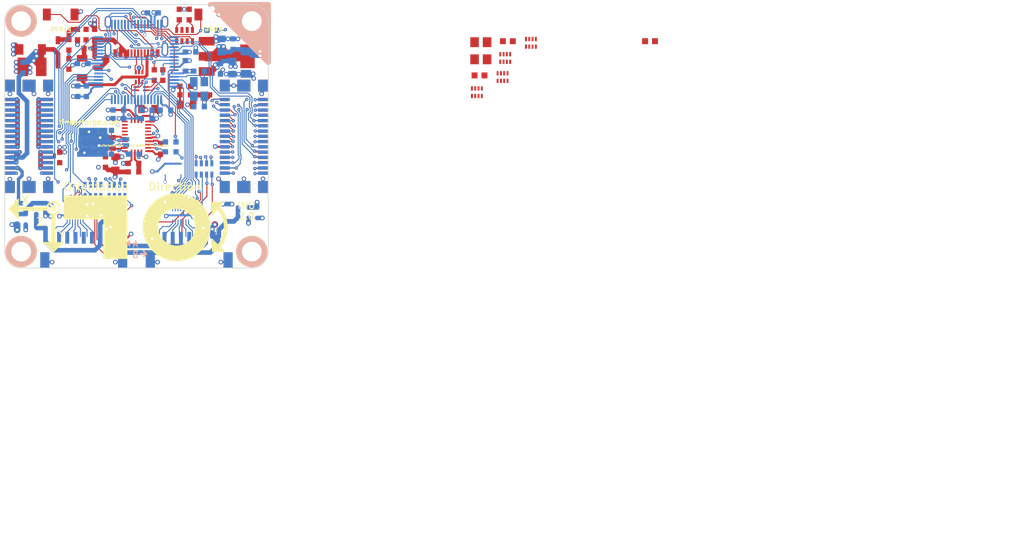
<source format=kicad_pcb>
(kicad_pcb (version 20171130) (host pcbnew 5.1.5-52549c5~84~ubuntu19.04.1)
  (title_block (title "IMU Brick") (rev 2.0) (company "Tinkerforge GmbH") (comment 1 "Licensed under CERN OHL v.1.1") (comment 2 "Copyright (©) 2015, B.Nordmeyer <bastian@tinkerforge.com>"))
  (layers (0 Vorderseite signal) (1 GND signal) (2 VCC signal) (31 Rückseite signal) (34 B.Paste user) (35 F.Paste user) (36 B.SilkS user) (37 F.SilkS user) (38 B.Mask user) (39 F.Mask user) (44 Edge.Cuts user))
  (net 0 "")
  (net 1 3V3)
  (net 2 BNO-ADR-SELECT)
  (net 3 BNO-BOOT)
  (net 4 BNO-INT)
  (net 5 BNO-PIN7)
  (net 6 BNO-PIN8)
  (net 7 BNO-nRESET)
  (net 8 GND)
  (net 9 LED-DEG-1)
  (net 10 LED-DEG-2)
  (net 11 LED-DEG-3)
  (net 12 LED-DEG-4)
  (net 13 LED-XYZ-XA)
  (net 14 LED-XYZ-XB)
  (net 15 LED-XYZ-YA)
  (net 16 LED-XYZ-YB)
  (net 17 LED-XYZ-ZA)
  (net 18 LED-XYZ-ZB)
  (net 19 STACK-DETECT/JTAG-TMS)
  (net 20 STACK-I2C-SCL/JTAG-TDO)
  (net 21 STACK-I2C-SDA/JTAG-TDI)
  (net 22 STACK-INT0)
  (net 23 STACK-INT1)
  (net 24 STACK-INT2)
  (net 25 STACK-RESET)
  (net 26 STACK-SER-RXD)
  (net 27 STACK-SER-TXD)
  (net 28 STACK-SPI-MISO)
  (net 29 STACK-SPI-MOSI)
  (net 30 STACK-SPI-SCLK)
  (net 31 STACK-SPI-SELECT)
  (net 32 STACK-SYNC/JTAG-TCK)
  (net 33 USB-DETECT)
  (net 34 VSTACK)
  (net 35 VUSB)
  (net 36 XIN)
  (net 37 XOUT)
  (net 38 "Net-(C3-Pad1)")
  (net 39 "Net-(C5-Pad1)")
  (net 40 "Net-(C6-Pad1)")
  (net 41 "Net-(C7-Pad1)")
  (net 42 "Net-(C8-Pad1)")
  (net 43 "Net-(C10-Pad1)")
  (net 44 "Net-(C21-Pad1)")
  (net 45 "Net-(C28-Pad1)")
  (net 46 "Net-(C29-Pad1)")
  (net 47 "Net-(D1-Pad2)")
  (net 48 "Net-(D2-Pad2)")
  (net 49 "Net-(D3-Pad2)")
  (net 50 "Net-(D4-Pad2)")
  (net 51 "Net-(D5-Pad2)")
  (net 52 "Net-(D6-Pad2)")
  (net 53 "Net-(D7-Pad2)")
  (net 54 "Net-(D8-Pad2)")
  (net 55 "Net-(D9-Pad2)")
  (net 56 "Net-(D10-Pad2)")
  (net 57 "Net-(D11-Pad2)")
  (net 58 "Net-(D12-Pad2)")
  (net 59 "Net-(D13-Pad2)")
  (net 60 "Net-(F1-Pad1)")
  (net 61 "Net-(FB2-Pad2)")
  (net 62 "Net-(FB3-Pad1)")
  (net 63 "Net-(J1-Pad3)")
  (net 64 "Net-(J1-Pad2)")
  (net 65 "Net-(J6-Pad29)")
  (net 66 "Net-(J6-Pad27)")
  (net 67 "Net-(J6-Pad25)")
  (net 68 "Net-(J6-Pad17)")
  (net 69 "Net-(J6-Pad15)")
  (net 70 "Net-(J6-Pad13)")
  (net 71 "Net-(J6-Pad7)")
  (net 72 "Net-(J6-Pad6)")
  (net 73 "Net-(J6-Pad8)")
  (net 74 "Net-(J6-Pad10)")
  (net 75 "Net-(J6-Pad12)")
  (net 76 "Net-(J6-Pad14)")
  (net 77 "Net-(J6-Pad16)")
  (net 78 "Net-(J6-Pad18)")
  (net 79 "Net-(J6-Pad22)")
  (net 80 "Net-(J6-Pad24)")
  (net 81 "Net-(J6-Pad30)")
  (net 82 "Net-(J8-Pad29)")
  (net 83 "Net-(J8-Pad1)")
  (net 84 "Net-(J8-Pad10)")
  (net 85 "Net-(J8-Pad30)")
  (net 86 "Net-(L1-Pad1)")
  (net 87 "Net-(L1-Pad2)")
  (net 88 "Net-(L1-Pad3)")
  (net 89 "Net-(L1-Pad4)")
  (net 90 "Net-(R1-Pad2)")
  (net 91 "Net-(R2-Pad2)")
  (net 92 "Net-(R7-Pad2)")
  (net 93 "Net-(R8-Pad2)")
  (net 94 "Net-(RP1-Pad5)")
  (net 95 "Net-(RP1-Pad8)")
  (net 96 "Net-(SW2-Pad1)")
  (net 97 "Net-(FILTER401-Pad3)")
  (net 98 "Net-(FILTER401-Pad7)")
  (net 99 "Net-(FILTER402-Pad2)")
  (net 100 "Net-(FILTER402-Pad3)")
  (net 101 "Net-(FILTER402-Pad7)")
  (net 102 "Net-(J1-Pad4)")
  (net 103 AGND)
  (net 104 "Net-(CP1-Pad3)")
  (net 105 "Net-(CP1-Pad2)")
  (net 106 "Net-(CP1-Pad1)")
  (net 107 "Net-(CP2-Pad1)")
  (net 108 "Net-(CP2-Pad2)")
  (net 109 "Net-(CP2-Pad3)")
  (net 110 "Net-(FB3-Pad2)")
  (net 111 "Net-(FB4-Pad1)")
  (net 112 "Net-(P1-Pad7)")
  (net 113 "Net-(P2-Pad7)")
  (net 114 Port-A-MISO)
  (net 115 Port-A-MOSI)
  (net 116 Port-A-CS)
  (net 117 Port-B-CS)
  (net 118 Port-B-CLK)
  (net 119 Port-B-MOSI)
  (net 120 Port-B-MISO)
  (module kicad-libraries:TACT-SWITCH (layer Vorderseite) (at 160.299 86.299)
    (fp_text reference SW1)
    (fp_text value Reset)
    (pad 1 smd rect (at -2.09898 0) (size 1.2 1.80086) (layers Vorderseite F.Paste F.Mask) (net 25 STACK-RESET) (clearance 0.14986))
    (pad 2 smd rect (at 2.09898 0) (size 1.20076 1.80086) (layers Vorderseite F.Paste F.Mask) (net 8 GND) (clearance 0.14986))
    (pad "" thru_hole circle (at 0 0.89916) (size 0.8001 0.8001) (drill 0.8001) (layers *.Cu *.Mask F.SilkS) (clearance 0.14986))
    (pad "" thru_hole circle (at 0 -0.89916) (size 0.8001 0.8001) (drill 0.8001) (layers *.Cu *.Mask F.SilkS) (clearance 0.14986))
  )
  (module kicad-libraries:TACT-SWITCH (layer Vorderseite) (at 137.3 86.299)
    (fp_text reference SW2)
    (fp_text value Erase)
    (pad 1 smd rect (at -2.09898 0) (size 1.2 1.80086) (layers Vorderseite F.Paste F.Mask) (net 96 "Net-(SW2-Pad1)") (clearance 0.14986))
    (pad 2 smd rect (at 2.09898 0) (size 1.20076 1.80086) (layers Vorderseite F.Paste F.Mask) (net 1 3V3) (clearance 0.14986))
    (pad "" thru_hole circle (at 0 0.89916) (size 0.8001 0.8001) (drill 0.8001) (layers *.Cu *.Mask F.SilkS) (clearance 0.14986))
    (pad "" thru_hole circle (at 0 -0.89916) (size 0.8001 0.8001) (drill 0.8001) (layers *.Cu *.Mask F.SilkS) (clearance 0.14986))
  )
  (module kicad-libraries:LGA28_5832 (layer Vorderseite) (at 148.8 104.8 90)
    (fp_text reference U3)
    (fp_text value BNO055)
    (pad 1 smd rect (at -2.25 -1.7625 90) (size 0.25 0.875) (layers Vorderseite F.Paste F.Mask))
    (pad 2 smd rect (at -2.4625 -0.75 90) (size 0.875 0.25) (layers Vorderseite F.Paste F.Mask) (net 8 GND))
    (pad 3 smd rect (at -2.4625 -0.25 90) (size 0.875 0.25) (layers Vorderseite F.Paste F.Mask) (net 42 "Net-(C8-Pad1)"))
    (pad 4 smd rect (at -2.4625 0.25 90) (size 0.875 0.25) (layers Vorderseite F.Paste F.Mask) (net 3 BNO-BOOT))
    (pad 5 smd rect (at -2.4625 0.75 90) (size 0.875 0.25) (layers Vorderseite F.Paste F.Mask) (net 8 GND))
    (pad 6 smd rect (at -2.25 1.7625 90) (size 0.25 0.875) (layers Vorderseite F.Paste F.Mask) (net 8 GND))
    (pad 7 smd rect (at -1.75 1.7625 90) (size 0.25 0.875) (layers Vorderseite F.Paste F.Mask) (net 92 "Net-(R7-Pad2)"))
    (pad 8 smd rect (at -1.25 1.7625 90) (size 0.25 0.875) (layers Vorderseite F.Paste F.Mask) (net 93 "Net-(R8-Pad2)"))
    (pad 9 smd rect (at -0.75 1.7625 90) (size 0.25 0.875) (layers Vorderseite F.Paste F.Mask) (net 41 "Net-(C7-Pad1)"))
    (pad 10 smd rect (at -0.25 1.7625 90) (size 0.25 0.875) (layers Vorderseite F.Paste F.Mask) (net 8 GND))
    (pad 11 smd rect (at 0.25 1.7625 90) (size 0.25 0.875) (layers Vorderseite F.Paste F.Mask) (net 7 BNO-nRESET))
    (pad 12 smd rect (at 0.75 1.7625 90) (size 0.25 0.875) (layers Vorderseite F.Paste F.Mask))
    (pad 13 smd rect (at 1.25 1.7625 90) (size 0.25 0.875) (layers Vorderseite F.Paste F.Mask))
    (pad 14 smd rect (at 1.75 1.7625 90) (size 0.25 0.875) (layers Vorderseite F.Paste F.Mask) (net 4 BNO-INT))
    (pad 15 smd rect (at 2.25 1.7625 90) (size 0.25 0.875) (layers Vorderseite F.Paste F.Mask) (net 8 GND))
    (pad 16 smd rect (at 2.4625 0.75 90) (size 0.875 0.25) (layers Vorderseite F.Paste F.Mask) (net 8 GND))
    (pad 17 smd rect (at 2.4625 0.25 90) (size 0.875 0.25) (layers Vorderseite F.Paste F.Mask) (net 2 BNO-ADR-SELECT))
    (pad 18 smd rect (at 2.4625 -0.25 90) (size 0.875 0.25) (layers Vorderseite F.Paste F.Mask) (net 8 GND))
    (pad 19 smd rect (at 2.4625 -0.75 90) (size 0.875 0.25) (layers Vorderseite F.Paste F.Mask))
    (pad 20 smd rect (at 2.25 -1.7625 90) (size 0.25 0.875) (layers Vorderseite F.Paste F.Mask))
    (pad 21 smd rect (at 1.75 -1.7625 90) (size 0.25 0.875) (layers Vorderseite F.Paste F.Mask))
    (pad 22 smd rect (at 1.25 -1.7625 90) (size 0.25 0.875) (layers Vorderseite F.Paste F.Mask))
    (pad 23 smd rect (at 0.75 -1.7625 90) (size 0.25 0.875) (layers Vorderseite F.Paste F.Mask))
    (pad 24 smd rect (at 0.25 -1.7625 90) (size 0.25 0.875) (layers Vorderseite F.Paste F.Mask))
    (pad 25 smd rect (at -0.25 -1.7625 90) (size 0.25 0.875) (layers Vorderseite F.Paste F.Mask) (net 8 GND))
    (pad 26 smd rect (at -0.75 -1.7625 90) (size 0.25 0.875) (layers Vorderseite F.Paste F.Mask) (net 40 "Net-(C6-Pad1)"))
    (pad 27 smd rect (at -1.25 -1.7625 90) (size 0.25 0.875) (layers Vorderseite F.Paste F.Mask) (net 39 "Net-(C5-Pad1)"))
    (pad 28 smd rect (at -1.75 -1.7625 90) (size 0.25 0.875) (layers Vorderseite F.Paste F.Mask) (net 43 "Net-(C10-Pad1)"))
  )
  (module kicad-libraries:R0603 (layer Vorderseite) (at 156.2 98.5 180)
    (fp_text reference R10)
    (fp_text value 1R0)
    (pad 1 smd rect (at -0.8001 0 180) (size 0.8001 0.8001) (layers Vorderseite F.Paste F.Mask) (net 45 "Net-(C28-Pad1)"))
    (pad 2 smd rect (at 0.8001 0 180) (size 0.8001 0.8001) (layers Vorderseite F.Paste F.Mask) (net 46 "Net-(C29-Pad1)"))
  )
  (module kicad-libraries:R0603 (layer Rückseite) (at 160.3 88.7 180)
    (fp_text reference R9)
    (fp_text value 1k)
    (pad 1 smd rect (at -0.8001 0 180) (size 0.8001 0.8001) (layers Rückseite B.Paste B.Mask) (net 71 "Net-(J6-Pad7)"))
    (pad 2 smd rect (at 0.8001 0 180) (size 0.8001 0.8001) (layers Rückseite B.Paste B.Mask) (net 25 STACK-RESET))
  )
  (module kicad-libraries:R0603 (layer Rückseite) (at 154 105.65 180)
    (fp_text reference R8)
    (fp_text value DNP)
    (pad 1 smd rect (at -0.8001 0 180) (size 0.8001 0.8001) (layers Rückseite B.Paste B.Mask) (net 6 BNO-PIN8))
    (pad 2 smd rect (at 0.8001 0 180) (size 0.8001 0.8001) (layers Rückseite B.Paste B.Mask) (net 93 "Net-(R8-Pad2)"))
  )
  (module kicad-libraries:R0603 (layer Rückseite) (at 154 107.15 180)
    (fp_text reference R7)
    (fp_text value DNP)
    (pad 1 smd rect (at -0.8001 0 180) (size 0.8001 0.8001) (layers Rückseite B.Paste B.Mask) (net 5 BNO-PIN7))
    (pad 2 smd rect (at 0.8001 0 180) (size 0.8001 0.8001) (layers Rückseite B.Paste B.Mask) (net 92 "Net-(R7-Pad2)"))
  )
  (module kicad-libraries:R0603 (layer Rückseite) (at 148.4 107.5)
    (fp_text reference R6)
    (fp_text value 10k)
    (pad 1 smd rect (at -0.8001 0) (size 0.8001 0.8001) (layers Rückseite B.Paste B.Mask) (net 43 "Net-(C10-Pad1)"))
    (pad 2 smd rect (at 0.8001 0) (size 0.8001 0.8001) (layers Rückseite B.Paste B.Mask) (net 3 BNO-BOOT))
  )
  (module kicad-libraries:R0603 (layer Vorderseite) (at 138.55 93.8 90)
    (fp_text reference R5)
    (fp_text value 68k)
    (pad 1 smd rect (at -0.8001 0 90) (size 0.8001 0.8001) (layers Vorderseite F.Paste F.Mask) (net 8 GND))
    (pad 2 smd rect (at 0.8001 0 90) (size 0.8001 0.8001) (layers Vorderseite F.Paste F.Mask) (net 33 USB-DETECT))
  )
  (module kicad-libraries:R0603 (layer Vorderseite) (at 138.55 90.9 90)
    (fp_text reference R4)
    (fp_text value 47k)
    (pad 1 smd rect (at -0.8001 0 90) (size 0.8001 0.8001) (layers Vorderseite F.Paste F.Mask) (net 33 USB-DETECT))
    (pad 2 smd rect (at 0.8001 0 90) (size 0.8001 0.8001) (layers Vorderseite F.Paste F.Mask) (net 35 VUSB))
  )
  (module kicad-libraries:R0603 (layer Vorderseite) (at 142.45 89.35 270)
    (fp_text reference R3)
    (fp_text value 0)
    (pad 1 smd rect (at -0.8001 0 270) (size 0.8001 0.8001) (layers Vorderseite F.Paste F.Mask) (net 8 GND))
    (pad 2 smd rect (at 0.8001 0 270) (size 0.8001 0.8001) (layers Vorderseite F.Paste F.Mask) (net 103 AGND))
  )
  (module kicad-libraries:R0603 (layer Vorderseite) (at 152.8 95.5 90)
    (fp_text reference R2)
    (fp_text value 27)
    (pad 1 smd rect (at -0.8001 0 90) (size 0.8001 0.8001) (layers Vorderseite F.Paste F.Mask) (net 86 "Net-(L1-Pad1)"))
    (pad 2 smd rect (at 0.8001 0 90) (size 0.8001 0.8001) (layers Vorderseite F.Paste F.Mask) (net 91 "Net-(R2-Pad2)"))
  )
  (module kicad-libraries:R0603 (layer Vorderseite) (at 151.5 95.5 90)
    (fp_text reference R1)
    (fp_text value 27)
    (pad 1 smd rect (at -0.8001 0 90) (size 0.8001 0.8001) (layers Vorderseite F.Paste F.Mask) (net 89 "Net-(L1-Pad4)"))
    (pad 2 smd rect (at 0.8001 0 90) (size 0.8001 0.8001) (layers Vorderseite F.Paste F.Mask) (net 90 "Net-(R1-Pad2)"))
  )
  (module kicad-libraries:C0805 (layer Vorderseite) (at 156.4 100 180)
    (fp_text reference L4)
    (fp_text value LBR2012T100K)
    (pad 1 smd rect (at -1.00076 0 180) (size 1.00076 1.24968) (layers Vorderseite F.Paste F.Mask) (net 44 "Net-(C21-Pad1)") (clearance 0.14986))
    (pad 2 smd rect (at 1.00076 0 180) (size 1.00076 1.24968) (layers Vorderseite F.Paste F.Mask) (net 46 "Net-(C29-Pad1)") (clearance 0.14986))
  )
  (module kicad-libraries:C0603 (layer Vorderseite) (at 148.35 110.2 180)
    (fp_text reference L3)
    (fp_text value INDUCTOR)
    (pad 1 smd rect (at -0.8001 0 180) (size 0.8001 0.8001) (layers Vorderseite F.Paste F.Mask) (net 42 "Net-(C8-Pad1)"))
    (pad 2 smd rect (at 0.8001 0 180) (size 0.8001 0.8001) (layers Vorderseite F.Paste F.Mask) (net 1 3V3))
  )
  (module kicad-libraries:C0603 (layer Vorderseite) (at 144.1 108.7 270)
    (fp_text reference L2)
    (fp_text value INDUCTOR)
    (pad 1 smd rect (at -0.8001 0 270) (size 0.8001 0.8001) (layers Vorderseite F.Paste F.Mask) (net 43 "Net-(C10-Pad1)"))
    (pad 2 smd rect (at 0.8001 0 270) (size 0.8001 0.8001) (layers Vorderseite F.Paste F.Mask) (net 1 3V3))
  )
  (module kicad-libraries:C0603 (layer Rückseite) (at 131.6 94.35 90)
    (fp_text reference FB4)
    (fp_text value FB)
    (pad 1 smd rect (at -0.8001 0 90) (size 0.8001 0.8001) (layers Rückseite B.Paste B.Mask) (net 111 "Net-(FB4-Pad1)"))
    (pad 2 smd rect (at 0.8001 0 90) (size 0.8001 0.8001) (layers Rückseite B.Paste B.Mask) (net 34 VSTACK))
  )
  (module kicad-libraries:C0603 (layer Vorderseite) (at 137.15 108 270)
    (fp_text reference FB3)
    (fp_text value FB)
    (pad 1 smd rect (at -0.8001 0 270) (size 0.8001 0.8001) (layers Vorderseite F.Paste F.Mask) (net 8 GND))
    (pad 2 smd rect (at 0.8001 0 270) (size 0.8001 0.8001) (layers Vorderseite F.Paste F.Mask) (net 110 "Net-(FB3-Pad2)"))
  )
  (module kicad-libraries:C0603 (layer Vorderseite) (at 141.15 89.35 270)
    (fp_text reference FB1)
    (fp_text value FB)
    (pad 1 smd rect (at -0.8001 0 270) (size 0.8001 0.8001) (layers Vorderseite F.Paste F.Mask) (net 35 VUSB))
    (pad 2 smd rect (at 0.8001 0 270) (size 0.8001 0.8001) (layers Vorderseite F.Paste F.Mask) (net 38 "Net-(C3-Pad1)"))
  )
  (module kicad-libraries:C1206 (layer Vorderseite) (at 140.55 94.45 90)
    (fp_text reference F1)
    (fp_text value PTC)
    (pad 1 smd rect (at -1.50114 0 90) (size 1.00076 1.6002) (layers Vorderseite F.Paste F.Mask) (net 60 "Net-(F1-Pad1)"))
    (pad 2 smd rect (at 1.50114 0 90) (size 1.00076 1.6002) (layers Vorderseite F.Paste F.Mask) (net 38 "Net-(C3-Pad1)"))
  )
  (module kicad-libraries:C0603 (layer Rückseite) (at 153.2 100.8 180)
    (fp_text reference C30)
    (fp_text value 100nF)
    (pad 1 smd rect (at -0.8001 0 180) (size 0.8001 0.8001) (layers Rückseite B.Paste B.Mask) (net 1 3V3))
    (pad 2 smd rect (at 0.8001 0 180) (size 0.8001 0.8001) (layers Rückseite B.Paste B.Mask) (net 8 GND))
  )
  (module kicad-libraries:C0603 (layer Vorderseite) (at 156.2 97.2)
    (fp_text reference C29)
    (fp_text value 100nF)
    (pad 1 smd rect (at -0.8001 0) (size 0.8001 0.8001) (layers Vorderseite F.Paste F.Mask) (net 46 "Net-(C29-Pad1)"))
    (pad 2 smd rect (at 0.8001 0) (size 0.8001 0.8001) (layers Vorderseite F.Paste F.Mask) (net 8 GND))
  )
  (module kicad-libraries:C0603 (layer Vorderseite) (at 159.1 98.5)
    (fp_text reference C28)
    (fp_text value 4.7µF)
    (pad 1 smd rect (at -0.8001 0) (size 0.8001 0.8001) (layers Vorderseite F.Paste F.Mask) (net 45 "Net-(C28-Pad1)"))
    (pad 2 smd rect (at 0.8001 0) (size 0.8001 0.8001) (layers Vorderseite F.Paste F.Mask) (net 8 GND))
  )
  (module kicad-libraries:C0603 (layer Rückseite) (at 163.45 90.8 90)
    (fp_text reference C27)
    (fp_text value 100nF)
    (pad 1 smd rect (at -0.8001 0 90) (size 0.8001 0.8001) (layers Rückseite B.Paste B.Mask) (net 1 3V3))
    (pad 2 smd rect (at 0.8001 0 90) (size 0.8001 0.8001) (layers Rückseite B.Paste B.Mask) (net 8 GND))
  )
  (module kicad-libraries:C0603 (layer Rückseite) (at 157 92)
    (fp_text reference C26)
    (fp_text value 100nF)
    (pad 1 smd rect (at -0.8001 0) (size 0.8001 0.8001) (layers Rückseite B.Paste B.Mask) (net 44 "Net-(C21-Pad1)"))
    (pad 2 smd rect (at 0.8001 0) (size 0.8001 0.8001) (layers Rückseite B.Paste B.Mask) (net 8 GND))
  )
  (module kicad-libraries:C0805 (layer Rückseite) (at 161.7 91 90)
    (fp_text reference C25)
    (fp_text value 10µF/10V)
    (pad 1 smd rect (at -1.00076 0 90) (size 1.00076 1.24968) (layers Rückseite B.Paste B.Mask) (net 1 3V3) (clearance 0.14986))
    (pad 2 smd rect (at 1.00076 0 90) (size 1.00076 1.24968) (layers Rückseite B.Paste B.Mask) (net 8 GND) (clearance 0.14986))
  )
  (module kicad-libraries:C0603 (layer Rückseite) (at 140.65 93.75 180)
    (fp_text reference C24)
    (fp_text value 100nF)
    (pad 1 smd rect (at -0.8001 0 180) (size 0.8001 0.8001) (layers Rückseite B.Paste B.Mask) (net 44 "Net-(C21-Pad1)"))
    (pad 2 smd rect (at 0.8001 0 180) (size 0.8001 0.8001) (layers Rückseite B.Paste B.Mask) (net 8 GND))
  )
  (module kicad-libraries:C0603 (layer Rückseite) (at 146.05 100.8 180)
    (fp_text reference C23)
    (fp_text value 100nF)
    (pad 1 smd rect (at -0.8001 0 180) (size 0.8001 0.8001) (layers Rückseite B.Paste B.Mask) (net 44 "Net-(C21-Pad1)"))
    (pad 2 smd rect (at 0.8001 0 180) (size 0.8001 0.8001) (layers Rückseite B.Paste B.Mask) (net 8 GND))
  )
  (module kicad-libraries:C0603 (layer Rückseite) (at 150.35 102.1)
    (fp_text reference C22)
    (fp_text value 100nF)
    (pad 1 smd rect (at -0.8001 0) (size 0.8001 0.8001) (layers Rückseite B.Paste B.Mask) (net 44 "Net-(C21-Pad1)"))
    (pad 2 smd rect (at 0.8001 0) (size 0.8001 0.8001) (layers Rückseite B.Paste B.Mask) (net 8 GND))
  )
  (module kicad-libraries:C0603 (layer Rückseite) (at 146.05 102.1 180)
    (fp_text reference C21)
    (fp_text value 2.2µF)
    (pad 1 smd rect (at -0.8001 0 180) (size 0.8001 0.8001) (layers Rückseite B.Paste B.Mask) (net 44 "Net-(C21-Pad1)"))
    (pad 2 smd rect (at 0.8001 0 180) (size 0.8001 0.8001) (layers Rückseite B.Paste B.Mask) (net 8 GND))
  )
  (module kicad-libraries:C0603 (layer Rückseite) (at 156.2 94.1 270)
    (fp_text reference C20)
    (fp_text value 100nF)
    (pad 1 smd rect (at -0.8001 0 270) (size 0.8001 0.8001) (layers Rückseite B.Paste B.Mask) (net 1 3V3))
    (pad 2 smd rect (at 0.8001 0 270) (size 0.8001 0.8001) (layers Rückseite B.Paste B.Mask) (net 8 GND))
  )
  (module kicad-libraries:C0603 (layer Rückseite) (at 151.3 86.05)
    (fp_text reference C19)
    (fp_text value 100nF)
    (pad 1 smd rect (at -0.8001 0) (size 0.8001 0.8001) (layers Rückseite B.Paste B.Mask) (net 1 3V3))
    (pad 2 smd rect (at 0.8001 0) (size 0.8001 0.8001) (layers Rückseite B.Paste B.Mask) (net 8 GND))
  )
  (module kicad-libraries:C0603 (layer Rückseite) (at 161.55 94.55 270)
    (fp_text reference C18)
    (fp_text value 100nF)
    (pad 1 smd rect (at -0.8001 0 270) (size 0.8001 0.8001) (layers Rückseite B.Paste B.Mask) (net 34 VSTACK))
    (pad 2 smd rect (at 0.8001 0 270) (size 0.8001 0.8001) (layers Rückseite B.Paste B.Mask) (net 8 GND))
  )
  (module kicad-libraries:C0603 (layer Rückseite) (at 141.2 97.95 270)
    (fp_text reference C17)
    (fp_text value 100nF)
    (pad 1 smd rect (at -0.8001 0 270) (size 0.8001 0.8001) (layers Rückseite B.Paste B.Mask) (net 1 3V3))
    (pad 2 smd rect (at 0.8001 0 270) (size 0.8001 0.8001) (layers Rückseite B.Paste B.Mask) (net 8 GND))
  )
  (module kicad-libraries:C0805 (layer Rückseite) (at 163.35 94.35 270)
    (fp_text reference C16)
    (fp_text value 10µF)
    (pad 1 smd rect (at -1.00076 0 270) (size 1.00076 1.24968) (layers Rückseite B.Paste B.Mask) (net 34 VSTACK) (clearance 0.14986))
    (pad 2 smd rect (at 1.00076 0 270) (size 1.00076 1.24968) (layers Rückseite B.Paste B.Mask) (net 8 GND) (clearance 0.14986))
  )
  (module kicad-libraries:C0603 (layer Rückseite) (at 139.9 97.95 270)
    (fp_text reference C15)
    (fp_text value 4.7µF)
    (pad 1 smd rect (at -0.8001 0 270) (size 0.8001 0.8001) (layers Rückseite B.Paste B.Mask) (net 1 3V3))
    (pad 2 smd rect (at 0.8001 0 270) (size 0.8001 0.8001) (layers Rückseite B.Paste B.Mask) (net 8 GND))
  )
  (module kicad-libraries:C0603 (layer Rückseite) (at 150.35 100.8)
    (fp_text reference C14)
    (fp_text value 100nF)
    (pad 1 smd rect (at -0.8001 0) (size 0.8001 0.8001) (layers Rückseite B.Paste B.Mask) (net 1 3V3))
    (pad 2 smd rect (at 0.8001 0) (size 0.8001 0.8001) (layers Rückseite B.Paste B.Mask) (net 8 GND))
  )
  (module kicad-libraries:C0805 (layer Vorderseite) (at 150.55 100.65)
    (fp_text reference C13)
    (fp_text value 10µF)
    (pad 1 smd rect (at -1.00076 0) (size 1.00076 1.24968) (layers Vorderseite F.Paste F.Mask) (net 1 3V3) (clearance 0.14986))
    (pad 2 smd rect (at 1.00076 0) (size 1.00076 1.24968) (layers Vorderseite F.Paste F.Mask) (net 8 GND) (clearance 0.14986))
  )
  (module kicad-libraries:C0805 (layer Vorderseite) (at 145.6 108.9 90)
    (fp_text reference C11)
    (fp_text value 4.7µF)
    (pad 1 smd rect (at -1.00076 0 90) (size 1.00076 1.24968) (layers Vorderseite F.Paste F.Mask) (net 1 3V3) (clearance 0.14986))
    (pad 2 smd rect (at 1.00076 0 90) (size 1.00076 1.24968) (layers Vorderseite F.Paste F.Mask) (net 8 GND) (clearance 0.14986))
  )
  (module kicad-libraries:C0603 (layer Vorderseite) (at 144.1 105.8 90)
    (fp_text reference C10)
    (fp_text value 120nF)
    (pad 1 smd rect (at -0.8001 0 90) (size 0.8001 0.8001) (layers Vorderseite F.Paste F.Mask) (net 43 "Net-(C10-Pad1)"))
    (pad 2 smd rect (at 0.8001 0 90) (size 0.8001 0.8001) (layers Vorderseite F.Paste F.Mask) (net 8 GND))
  )
  (module kicad-libraries:C0603 (layer Vorderseite) (at 145.25 105.8 90)
    (fp_text reference C9)
    (fp_text value 6.8nF)
    (pad 1 smd rect (at -0.8001 0 90) (size 0.8001 0.8001) (layers Vorderseite F.Paste F.Mask) (net 43 "Net-(C10-Pad1)"))
    (pad 2 smd rect (at 0.8001 0 90) (size 0.8001 0.8001) (layers Vorderseite F.Paste F.Mask) (net 8 GND))
  )
  (module kicad-libraries:C0603 (layer Vorderseite) (at 148.35 108.9 180)
    (fp_text reference C8)
    (fp_text value 100nF)
    (pad 1 smd rect (at -0.8001 0 180) (size 0.8001 0.8001) (layers Vorderseite F.Paste F.Mask) (net 42 "Net-(C8-Pad1)"))
    (pad 2 smd rect (at 0.8001 0 180) (size 0.8001 0.8001) (layers Vorderseite F.Paste F.Mask) (net 8 GND))
  )
  (module kicad-libraries:C0603 (layer Vorderseite) (at 152.45 106.7 270)
    (fp_text reference C7)
    (fp_text value 100nF)
    (pad 1 smd rect (at -0.8001 0 270) (size 0.8001 0.8001) (layers Vorderseite F.Paste F.Mask) (net 41 "Net-(C7-Pad1)"))
    (pad 2 smd rect (at 0.8001 0 270) (size 0.8001 0.8001) (layers Vorderseite F.Paste F.Mask) (net 8 GND))
  )
  (module kicad-libraries:C0603 (layer Rückseite) (at 144.2 103.9 180)
    (fp_text reference C6)
    (fp_text value 22pF)
    (pad 1 smd rect (at -0.8001 0 180) (size 0.8001 0.8001) (layers Rückseite B.Paste B.Mask) (net 40 "Net-(C6-Pad1)"))
    (pad 2 smd rect (at 0.8001 0 180) (size 0.8001 0.8001) (layers Rückseite B.Paste B.Mask) (net 8 GND))
  )
  (module kicad-libraries:C0603 (layer Rückseite) (at 144.2 107.5 180)
    (fp_text reference C5)
    (fp_text value 22pF)
    (pad 1 smd rect (at -0.8001 0 180) (size 0.8001 0.8001) (layers Rückseite B.Paste B.Mask) (net 39 "Net-(C5-Pad1)"))
    (pad 2 smd rect (at 0.8001 0 180) (size 0.8001 0.8001) (layers Rückseite B.Paste B.Mask) (net 8 GND))
  )
  (module kicad-libraries:C0603 (layer Vorderseite) (at 139.85 89.35 270)
    (fp_text reference C4)
    (fp_text value 1µF)
    (pad 1 smd rect (at -0.8001 0 270) (size 0.8001 0.8001) (layers Vorderseite F.Paste F.Mask) (net 35 VUSB))
    (pad 2 smd rect (at 0.8001 0 270) (size 0.8001 0.8001) (layers Vorderseite F.Paste F.Mask) (net 8 GND))
  )
  (module kicad-libraries:C0603 (layer Rückseite) (at 158.3 100.3)
    (fp_text reference C2)
    (fp_text value DNP)
    (pad 1 smd rect (at -0.8001 0) (size 0.8001 0.8001) (layers Rückseite B.Paste B.Mask) (net 36 XIN))
    (pad 2 smd rect (at 0.8001 0) (size 0.8001 0.8001) (layers Rückseite B.Paste B.Mask) (net 8 GND))
  )
  (module kicad-libraries:C0603 (layer Rückseite) (at 158.3 94.9 180)
    (fp_text reference C1)
    (fp_text value DNP)
    (pad 1 smd rect (at -0.8001 0 180) (size 0.8001 0.8001) (layers Rückseite B.Paste B.Mask) (net 37 XOUT))
    (pad 2 smd rect (at 0.8001 0 180) (size 0.8001 0.8001) (layers Rückseite B.Paste B.Mask) (net 8 GND))
  )
  (module kicad-libraries:CRYSTAL_3225 (layer Rückseite) (at 158.3 97.6 270)
    (fp_text reference X1)
    (fp_text value 16Mhz)
    (pad 3 smd rect (at -1.09982 0.8001 270) (size 1.39954 1.15062) (layers Rückseite B.Paste B.Mask) (net 8 GND))
    (pad 2 smd rect (at 1.09982 0.8001 270) (size 1.39954 1.15062) (layers Rückseite B.Paste B.Mask) (net 36 XIN))
    (pad 1 smd rect (at -1.09982 -0.8001 270) (size 1.39954 1.15062) (layers Rückseite B.Paste B.Mask) (net 37 XOUT))
    (pad 3 smd rect (at 1.09982 -0.8001 270) (size 1.39954 1.15062) (layers Rückseite B.Paste B.Mask) (net 8 GND))
  )
  (module kicad-libraries:BTB08-ACS-BTM (layer Rückseite) (at 132.499 104.8 270)
    (fp_text reference J9)
    (fp_text value STACK-DOWN)
    (pad 1 smd rect (at -5.59816 -2.89814 90) (size 0.49784 1.4986) (layers Rückseite B.Paste B.Mask) (net 83 "Net-(J8-Pad1)"))
    (pad 3 smd rect (at -4.79806 -2.89814 90) (size 0.49784 1.4986) (layers Rückseite B.Paste B.Mask) (net 83 "Net-(J8-Pad1)"))
    (pad 5 smd rect (at -3.99796 -2.89814 90) (size 0.49784 1.4986) (layers Rückseite B.Paste B.Mask) (net 83 "Net-(J8-Pad1)"))
    (pad 7 smd rect (at -3.19786 -2.89814 90) (size 0.49784 1.4986) (layers Rückseite B.Paste B.Mask) (net 83 "Net-(J8-Pad1)"))
    (pad 9 smd rect (at -2.39776 -2.89814 90) (size 0.49784 1.4986) (layers Rückseite B.Paste B.Mask) (net 83 "Net-(J8-Pad1)"))
    (pad 11 smd rect (at -1.59766 -2.89814 90) (size 0.49784 1.4986) (layers Rückseite B.Paste B.Mask) (net 83 "Net-(J8-Pad1)"))
    (pad 13 smd rect (at -0.79756 -2.89814 90) (size 0.49784 1.4986) (layers Rückseite B.Paste B.Mask) (net 83 "Net-(J8-Pad1)"))
    (pad 15 smd rect (at 0 -2.89814 90) (size 0.49784 1.4986) (layers Rückseite B.Paste B.Mask) (net 83 "Net-(J8-Pad1)"))
    (pad 17 smd rect (at 0.79756 -2.89814 90) (size 0.49784 1.4986) (layers Rückseite B.Paste B.Mask) (net 83 "Net-(J8-Pad1)"))
    (pad 19 smd rect (at 1.59766 -2.89814 90) (size 0.49784 1.4986) (layers Rückseite B.Paste B.Mask) (net 83 "Net-(J8-Pad1)"))
    (pad 21 smd rect (at 2.39776 -2.89814 90) (size 0.49784 1.4986) (layers Rückseite B.Paste B.Mask) (net 110 "Net-(FB3-Pad2)"))
    (pad 23 smd rect (at 3.19786 -2.89814 90) (size 0.49784 1.4986) (layers Rückseite B.Paste B.Mask) (net 110 "Net-(FB3-Pad2)"))
    (pad 25 smd rect (at 3.99796 -2.89814 90) (size 0.49784 1.4986) (layers Rückseite B.Paste B.Mask) (net 110 "Net-(FB3-Pad2)"))
    (pad 27 smd rect (at 4.79806 -2.89814 90) (size 0.49784 1.4986) (layers Rückseite B.Paste B.Mask) (net 110 "Net-(FB3-Pad2)"))
    (pad 29 smd rect (at 5.59816 -2.89814 90) (size 0.49784 1.4986) (layers Rückseite B.Paste B.Mask) (net 82 "Net-(J8-Pad29)"))
    (pad 30 smd rect (at 5.59816 2.89814 270) (size 0.49784 1.4986) (layers Rückseite B.Paste B.Mask) (net 85 "Net-(J8-Pad30)"))
    (pad 28 smd rect (at 4.79806 2.89814 270) (size 0.49784 1.4986) (layers Rückseite B.Paste B.Mask) (net 59 "Net-(D13-Pad2)"))
    (pad 26 smd rect (at 3.99796 2.89814 270) (size 0.49784 1.4986) (layers Rückseite B.Paste B.Mask) (net 111 "Net-(FB4-Pad1)"))
    (pad 24 smd rect (at 3.19786 2.89814 270) (size 0.49784 1.4986) (layers Rückseite B.Paste B.Mask) (net 111 "Net-(FB4-Pad1)"))
    (pad 22 smd rect (at 2.39776 2.89814 270) (size 0.49784 1.4986) (layers Rückseite B.Paste B.Mask) (net 111 "Net-(FB4-Pad1)"))
    (pad 20 smd rect (at 1.59766 2.89814 270) (size 0.49784 1.4986) (layers Rückseite B.Paste B.Mask) (net 84 "Net-(J8-Pad10)"))
    (pad 18 smd rect (at 0.79756 2.89814 270) (size 0.49784 1.4986) (layers Rückseite B.Paste B.Mask) (net 84 "Net-(J8-Pad10)"))
    (pad 16 smd rect (at 0 2.89814 270) (size 0.49784 1.4986) (layers Rückseite B.Paste B.Mask) (net 84 "Net-(J8-Pad10)"))
    (pad 14 smd rect (at -0.79756 2.89814 270) (size 0.49784 1.4986) (layers Rückseite B.Paste B.Mask) (net 84 "Net-(J8-Pad10)"))
    (pad 12 smd rect (at -1.59766 2.89814 270) (size 0.49784 1.4986) (layers Rückseite B.Paste B.Mask) (net 84 "Net-(J8-Pad10)"))
    (pad 10 smd rect (at -2.39776 2.89814 270) (size 0.49784 1.4986) (layers Rückseite B.Paste B.Mask) (net 84 "Net-(J8-Pad10)"))
    (pad 8 smd rect (at -3.19786 2.89814 270) (size 0.49784 1.4986) (layers Rückseite B.Paste B.Mask) (net 84 "Net-(J8-Pad10)"))
    (pad 6 smd rect (at -3.99796 2.89814 270) (size 0.49784 1.4986) (layers Rückseite B.Paste B.Mask) (net 84 "Net-(J8-Pad10)"))
    (pad 4 smd rect (at -4.79806 2.89814 270) (size 0.49784 1.4986) (layers Rückseite B.Paste B.Mask) (net 84 "Net-(J8-Pad10)"))
    (pad 2 smd rect (at -5.59816 2.89814 270) (size 0.49784 1.4986) (layers Rückseite B.Paste B.Mask) (net 84 "Net-(J8-Pad10)"))
    (pad EP smd rect (at 7.69874 2.90068 270) (size 1.80086 1.50114) (layers Rückseite B.Paste B.Mask) (net 8 GND))
    (pad EP smd rect (at 7.69874 -2.90068 270) (size 1.80086 1.50114) (layers Rückseite B.Paste B.Mask) (net 8 GND))
    (pad EP smd rect (at -7.69874 -2.90068 270) (size 1.80086 1.50114) (layers Rückseite B.Paste B.Mask) (net 8 GND))
    (pad EP smd rect (at -7.69874 2.90068 270) (size 1.80086 1.50114) (layers Rückseite B.Paste B.Mask) (net 8 GND))
    (pad EP smd rect (at 7.69874 0 270) (size 1.80086 1.99898) (layers Rückseite B.Paste B.Mask) (net 8 GND))
    (pad EP smd rect (at -7.69874 0 270) (size 1.80086 1.99898) (layers Rückseite B.Paste B.Mask) (net 8 GND))
    (pad "" thru_hole circle (at 7.59968 -1.69926 270) (size 0.8001 0.8001) (drill 0.8001) (layers *.Cu *.Mask B.SilkS))
    (pad "" thru_hole circle (at -7.59968 -1.69926 270) (size 0.8001 0.8001) (drill 0.8001) (layers *.Cu *.Mask B.SilkS))
  )
  (module kicad-libraries:BTB08-ACS-BTM (layer Rückseite) (at 165.1 104.8 270)
    (fp_text reference J7)
    (fp_text value STACK-DOWN)
    (pad 1 smd rect (at -5.59816 -2.89814 90) (size 0.49784 1.4986) (layers Rückseite B.Paste B.Mask) (net 28 STACK-SPI-MISO))
    (pad 3 smd rect (at -4.79806 -2.89814 90) (size 0.49784 1.4986) (layers Rückseite B.Paste B.Mask) (net 29 STACK-SPI-MOSI))
    (pad 5 smd rect (at -3.99796 -2.89814 90) (size 0.49784 1.4986) (layers Rückseite B.Paste B.Mask) (net 30 STACK-SPI-SCLK))
    (pad 7 smd rect (at -3.19786 -2.89814 90) (size 0.49784 1.4986) (layers Rückseite B.Paste B.Mask) (net 71 "Net-(J6-Pad7)"))
    (pad 9 smd rect (at -2.39776 -2.89814 90) (size 0.49784 1.4986) (layers Rückseite B.Paste B.Mask) (net 19 STACK-DETECT/JTAG-TMS))
    (pad 11 smd rect (at -1.59766 -2.89814 90) (size 0.49784 1.4986) (layers Rückseite B.Paste B.Mask) (net 32 STACK-SYNC/JTAG-TCK))
    (pad 13 smd rect (at -0.79756 -2.89814 90) (size 0.49784 1.4986) (layers Rückseite B.Paste B.Mask) (net 70 "Net-(J6-Pad13)"))
    (pad 15 smd rect (at 0 -2.89814 90) (size 0.49784 1.4986) (layers Rückseite B.Paste B.Mask) (net 69 "Net-(J6-Pad15)"))
    (pad 17 smd rect (at 0.79756 -2.89814 90) (size 0.49784 1.4986) (layers Rückseite B.Paste B.Mask) (net 68 "Net-(J6-Pad17)"))
    (pad 19 smd rect (at 1.59766 -2.89814 90) (size 0.49784 1.4986) (layers Rückseite B.Paste B.Mask) (net 22 STACK-INT0))
    (pad 21 smd rect (at 2.39776 -2.89814 90) (size 0.49784 1.4986) (layers Rückseite B.Paste B.Mask) (net 23 STACK-INT1))
    (pad 23 smd rect (at 3.19786 -2.89814 90) (size 0.49784 1.4986) (layers Rückseite B.Paste B.Mask) (net 24 STACK-INT2))
    (pad 25 smd rect (at 3.99796 -2.89814 90) (size 0.49784 1.4986) (layers Rückseite B.Paste B.Mask) (net 67 "Net-(J6-Pad25)"))
    (pad 27 smd rect (at 4.79806 -2.89814 90) (size 0.49784 1.4986) (layers Rückseite B.Paste B.Mask) (net 66 "Net-(J6-Pad27)"))
    (pad 29 smd rect (at 5.59816 -2.89814 90) (size 0.49784 1.4986) (layers Rückseite B.Paste B.Mask) (net 65 "Net-(J6-Pad29)"))
    (pad 30 smd rect (at 5.59816 2.89814 270) (size 0.49784 1.4986) (layers Rückseite B.Paste B.Mask) (net 81 "Net-(J6-Pad30)"))
    (pad 28 smd rect (at 4.79806 2.89814 270) (size 0.49784 1.4986) (layers Rückseite B.Paste B.Mask) (net 27 STACK-SER-TXD))
    (pad 26 smd rect (at 3.99796 2.89814 270) (size 0.49784 1.4986) (layers Rückseite B.Paste B.Mask) (net 26 STACK-SER-RXD))
    (pad 24 smd rect (at 3.19786 2.89814 270) (size 0.49784 1.4986) (layers Rückseite B.Paste B.Mask) (net 80 "Net-(J6-Pad24)"))
    (pad 22 smd rect (at 2.39776 2.89814 270) (size 0.49784 1.4986) (layers Rückseite B.Paste B.Mask) (net 79 "Net-(J6-Pad22)"))
    (pad 20 smd rect (at 1.59766 2.89814 270) (size 0.49784 1.4986) (layers Rückseite B.Paste B.Mask) (net 78 "Net-(J6-Pad18)"))
    (pad 18 smd rect (at 0.79756 2.89814 270) (size 0.49784 1.4986) (layers Rückseite B.Paste B.Mask) (net 77 "Net-(J6-Pad16)"))
    (pad 16 smd rect (at 0 2.89814 270) (size 0.49784 1.4986) (layers Rückseite B.Paste B.Mask) (net 76 "Net-(J6-Pad14)"))
    (pad 14 smd rect (at -0.79756 2.89814 270) (size 0.49784 1.4986) (layers Rückseite B.Paste B.Mask) (net 75 "Net-(J6-Pad12)"))
    (pad 12 smd rect (at -1.59766 2.89814 270) (size 0.49784 1.4986) (layers Rückseite B.Paste B.Mask) (net 74 "Net-(J6-Pad10)"))
    (pad 10 smd rect (at -2.39776 2.89814 270) (size 0.49784 1.4986) (layers Rückseite B.Paste B.Mask) (net 73 "Net-(J6-Pad8)"))
    (pad 8 smd rect (at -3.19786 2.89814 270) (size 0.49784 1.4986) (layers Rückseite B.Paste B.Mask) (net 72 "Net-(J6-Pad6)"))
    (pad 6 smd rect (at -3.99796 2.89814 270) (size 0.49784 1.4986) (layers Rückseite B.Paste B.Mask) (net 31 STACK-SPI-SELECT))
    (pad 4 smd rect (at -4.79806 2.89814 270) (size 0.49784 1.4986) (layers Rückseite B.Paste B.Mask) (net 20 STACK-I2C-SCL/JTAG-TDO))
    (pad 2 smd rect (at -5.59816 2.89814 270) (size 0.49784 1.4986) (layers Rückseite B.Paste B.Mask) (net 21 STACK-I2C-SDA/JTAG-TDI))
    (pad EP smd rect (at 7.69874 2.90068 270) (size 1.80086 1.50114) (layers Rückseite B.Paste B.Mask) (net 8 GND))
    (pad EP smd rect (at 7.69874 -2.90068 270) (size 1.80086 1.50114) (layers Rückseite B.Paste B.Mask) (net 8 GND))
    (pad EP smd rect (at -7.69874 -2.90068 270) (size 1.80086 1.50114) (layers Rückseite B.Paste B.Mask) (net 8 GND))
    (pad EP smd rect (at -7.69874 2.90068 270) (size 1.80086 1.50114) (layers Rückseite B.Paste B.Mask) (net 8 GND))
    (pad EP smd rect (at 7.69874 0 270) (size 1.80086 1.99898) (layers Rückseite B.Paste B.Mask) (net 8 GND))
    (pad EP smd rect (at -7.69874 0 270) (size 1.80086 1.99898) (layers Rückseite B.Paste B.Mask) (net 8 GND))
    (pad "" thru_hole circle (at 7.59968 -1.69926 270) (size 0.8001 0.8001) (drill 0.8001) (layers *.Cu *.Mask B.SilkS))
    (pad "" thru_hole circle (at -7.59968 -1.69926 270) (size 0.8001 0.8001) (drill 0.8001) (layers *.Cu *.Mask B.SilkS))
  )
  (module kicad-libraries:BTB08-ACS-TOP (layer Vorderseite) (at 132.499 104.8 90)
    (fp_text reference J8)
    (fp_text value STACK-UP-LOW)
    (pad 29 smd rect (at -5.59816 2.89814 270) (size 0.49784 1.4986) (layers Vorderseite F.Paste F.Mask) (net 82 "Net-(J8-Pad29)"))
    (pad 27 smd rect (at -4.79806 2.89814 270) (size 0.49784 1.4986) (layers Vorderseite F.Paste F.Mask) (net 110 "Net-(FB3-Pad2)"))
    (pad 25 smd rect (at -3.99796 2.89814 270) (size 0.49784 1.4986) (layers Vorderseite F.Paste F.Mask) (net 110 "Net-(FB3-Pad2)"))
    (pad 23 smd rect (at -3.19786 2.89814 270) (size 0.49784 1.4986) (layers Vorderseite F.Paste F.Mask) (net 110 "Net-(FB3-Pad2)"))
    (pad 21 smd rect (at -2.39776 2.89814 270) (size 0.49784 1.4986) (layers Vorderseite F.Paste F.Mask) (net 110 "Net-(FB3-Pad2)"))
    (pad 19 smd rect (at -1.59766 2.89814 270) (size 0.49784 1.4986) (layers Vorderseite F.Paste F.Mask) (net 83 "Net-(J8-Pad1)"))
    (pad 17 smd rect (at -0.79756 2.89814 270) (size 0.49784 1.4986) (layers Vorderseite F.Paste F.Mask) (net 83 "Net-(J8-Pad1)"))
    (pad 15 smd rect (at 0 2.89814 270) (size 0.49784 1.4986) (layers Vorderseite F.Paste F.Mask) (net 83 "Net-(J8-Pad1)"))
    (pad 13 smd rect (at 0.79756 2.89814 270) (size 0.49784 1.4986) (layers Vorderseite F.Paste F.Mask) (net 83 "Net-(J8-Pad1)"))
    (pad 11 smd rect (at 1.59766 2.89814 270) (size 0.49784 1.4986) (layers Vorderseite F.Paste F.Mask) (net 83 "Net-(J8-Pad1)"))
    (pad 9 smd rect (at 2.39776 2.89814 270) (size 0.49784 1.4986) (layers Vorderseite F.Paste F.Mask) (net 83 "Net-(J8-Pad1)"))
    (pad 7 smd rect (at 3.19786 2.89814 270) (size 0.49784 1.4986) (layers Vorderseite F.Paste F.Mask) (net 83 "Net-(J8-Pad1)"))
    (pad 5 smd rect (at 3.99796 2.89814 270) (size 0.49784 1.4986) (layers Vorderseite F.Paste F.Mask) (net 83 "Net-(J8-Pad1)"))
    (pad 3 smd rect (at 4.79806 2.89814 270) (size 0.49784 1.4986) (layers Vorderseite F.Paste F.Mask) (net 83 "Net-(J8-Pad1)"))
    (pad 1 smd rect (at 5.59816 2.89814 270) (size 0.49784 1.4986) (layers Vorderseite F.Paste F.Mask) (net 83 "Net-(J8-Pad1)"))
    (pad 2 smd rect (at 5.59816 -2.89814 90) (size 0.49784 1.4986) (layers Vorderseite F.Paste F.Mask) (net 84 "Net-(J8-Pad10)"))
    (pad 4 smd rect (at 4.79806 -2.89814 90) (size 0.49784 1.4986) (layers Vorderseite F.Paste F.Mask) (net 84 "Net-(J8-Pad10)"))
    (pad 6 smd rect (at 3.99796 -2.89814 90) (size 0.49784 1.4986) (layers Vorderseite F.Paste F.Mask) (net 84 "Net-(J8-Pad10)"))
    (pad 8 smd rect (at 3.19786 -2.89814 90) (size 0.49784 1.4986) (layers Vorderseite F.Paste F.Mask) (net 84 "Net-(J8-Pad10)"))
    (pad 10 smd rect (at 2.39776 -2.89814 90) (size 0.49784 1.4986) (layers Vorderseite F.Paste F.Mask) (net 84 "Net-(J8-Pad10)"))
    (pad 12 smd rect (at 1.59766 -2.89814 90) (size 0.49784 1.4986) (layers Vorderseite F.Paste F.Mask) (net 84 "Net-(J8-Pad10)"))
    (pad 14 smd rect (at 0.79756 -2.89814 90) (size 0.49784 1.4986) (layers Vorderseite F.Paste F.Mask) (net 84 "Net-(J8-Pad10)"))
    (pad 16 smd rect (at 0 -2.89814 90) (size 0.49784 1.4986) (layers Vorderseite F.Paste F.Mask) (net 84 "Net-(J8-Pad10)"))
    (pad 18 smd rect (at -0.79756 -2.89814 90) (size 0.49784 1.4986) (layers Vorderseite F.Paste F.Mask) (net 84 "Net-(J8-Pad10)"))
    (pad 20 smd rect (at -1.59766 -2.89814 90) (size 0.49784 1.4986) (layers Vorderseite F.Paste F.Mask) (net 84 "Net-(J8-Pad10)"))
    (pad 22 smd rect (at -2.39776 -2.89814 90) (size 0.49784 1.4986) (layers Vorderseite F.Paste F.Mask) (net 111 "Net-(FB4-Pad1)"))
    (pad 24 smd rect (at -3.19786 -2.89814 90) (size 0.49784 1.4986) (layers Vorderseite F.Paste F.Mask) (net 111 "Net-(FB4-Pad1)"))
    (pad 26 smd rect (at -3.99796 -2.89814 90) (size 0.49784 1.4986) (layers Vorderseite F.Paste F.Mask) (net 111 "Net-(FB4-Pad1)"))
    (pad 28 smd rect (at -4.79806 -2.89814 90) (size 0.49784 1.4986) (layers Vorderseite F.Paste F.Mask) (net 59 "Net-(D13-Pad2)"))
    (pad 30 smd rect (at -5.59816 -2.89814 90) (size 0.49784 1.4986) (layers Vorderseite F.Paste F.Mask) (net 85 "Net-(J8-Pad30)"))
    (pad EP smd rect (at 7.69874 -2.90068 90) (size 1.80086 1.50114) (layers Vorderseite F.Paste F.Mask) (net 8 GND))
    (pad EP smd rect (at 7.69874 2.90068 90) (size 1.80086 1.50114) (layers Vorderseite F.Paste F.Mask) (net 8 GND))
    (pad EP smd rect (at -7.69874 2.90068 90) (size 1.80086 1.50114) (layers Vorderseite F.Paste F.Mask) (net 8 GND))
    (pad EP smd rect (at -7.69874 -2.90068 90) (size 1.80086 1.50114) (layers Vorderseite F.Paste F.Mask) (net 8 GND))
    (pad EP smd rect (at 7.69874 0 90) (size 1.80086 1.99898) (layers Vorderseite F.Paste F.Mask) (net 8 GND))
    (pad EP smd rect (at -7.69874 0 90) (size 1.80086 1.99898) (layers Vorderseite F.Paste F.Mask) (net 8 GND))
    (pad "" thru_hole circle (at 7.59968 1.69926 90) (size 0.8001 0.8001) (drill 0.8001) (layers *.Cu *.Mask F.SilkS))
    (pad "" thru_hole circle (at -7.59968 1.69926 90) (size 0.8001 0.8001) (drill 0.8001) (layers *.Cu *.Mask F.SilkS))
  )
  (module kicad-libraries:BTB08-ACS-TOP (layer Vorderseite) (at 165.1 104.8 90)
    (fp_text reference J6)
    (fp_text value STACK-UP-LOW)
    (pad 29 smd rect (at -5.59816 2.89814 270) (size 0.49784 1.4986) (layers Vorderseite F.Paste F.Mask) (net 65 "Net-(J6-Pad29)"))
    (pad 27 smd rect (at -4.79806 2.89814 270) (size 0.49784 1.4986) (layers Vorderseite F.Paste F.Mask) (net 66 "Net-(J6-Pad27)"))
    (pad 25 smd rect (at -3.99796 2.89814 270) (size 0.49784 1.4986) (layers Vorderseite F.Paste F.Mask) (net 67 "Net-(J6-Pad25)"))
    (pad 23 smd rect (at -3.19786 2.89814 270) (size 0.49784 1.4986) (layers Vorderseite F.Paste F.Mask) (net 24 STACK-INT2))
    (pad 21 smd rect (at -2.39776 2.89814 270) (size 0.49784 1.4986) (layers Vorderseite F.Paste F.Mask) (net 23 STACK-INT1))
    (pad 19 smd rect (at -1.59766 2.89814 270) (size 0.49784 1.4986) (layers Vorderseite F.Paste F.Mask) (net 22 STACK-INT0))
    (pad 17 smd rect (at -0.79756 2.89814 270) (size 0.49784 1.4986) (layers Vorderseite F.Paste F.Mask) (net 68 "Net-(J6-Pad17)"))
    (pad 15 smd rect (at 0 2.89814 270) (size 0.49784 1.4986) (layers Vorderseite F.Paste F.Mask) (net 69 "Net-(J6-Pad15)"))
    (pad 13 smd rect (at 0.79756 2.89814 270) (size 0.49784 1.4986) (layers Vorderseite F.Paste F.Mask) (net 70 "Net-(J6-Pad13)"))
    (pad 11 smd rect (at 1.59766 2.89814 270) (size 0.49784 1.4986) (layers Vorderseite F.Paste F.Mask) (net 32 STACK-SYNC/JTAG-TCK))
    (pad 9 smd rect (at 2.39776 2.89814 270) (size 0.49784 1.4986) (layers Vorderseite F.Paste F.Mask) (net 19 STACK-DETECT/JTAG-TMS))
    (pad 7 smd rect (at 3.19786 2.89814 270) (size 0.49784 1.4986) (layers Vorderseite F.Paste F.Mask) (net 71 "Net-(J6-Pad7)"))
    (pad 5 smd rect (at 3.99796 2.89814 270) (size 0.49784 1.4986) (layers Vorderseite F.Paste F.Mask) (net 30 STACK-SPI-SCLK))
    (pad 3 smd rect (at 4.79806 2.89814 270) (size 0.49784 1.4986) (layers Vorderseite F.Paste F.Mask) (net 29 STACK-SPI-MOSI))
    (pad 1 smd rect (at 5.59816 2.89814 270) (size 0.49784 1.4986) (layers Vorderseite F.Paste F.Mask) (net 28 STACK-SPI-MISO))
    (pad 2 smd rect (at 5.59816 -2.89814 90) (size 0.49784 1.4986) (layers Vorderseite F.Paste F.Mask) (net 21 STACK-I2C-SDA/JTAG-TDI))
    (pad 4 smd rect (at 4.79806 -2.89814 90) (size 0.49784 1.4986) (layers Vorderseite F.Paste F.Mask) (net 20 STACK-I2C-SCL/JTAG-TDO))
    (pad 6 smd rect (at 3.99796 -2.89814 90) (size 0.49784 1.4986) (layers Vorderseite F.Paste F.Mask) (net 72 "Net-(J6-Pad6)"))
    (pad 8 smd rect (at 3.19786 -2.89814 90) (size 0.49784 1.4986) (layers Vorderseite F.Paste F.Mask) (net 73 "Net-(J6-Pad8)"))
    (pad 10 smd rect (at 2.39776 -2.89814 90) (size 0.49784 1.4986) (layers Vorderseite F.Paste F.Mask) (net 74 "Net-(J6-Pad10)"))
    (pad 12 smd rect (at 1.59766 -2.89814 90) (size 0.49784 1.4986) (layers Vorderseite F.Paste F.Mask) (net 75 "Net-(J6-Pad12)"))
    (pad 14 smd rect (at 0.79756 -2.89814 90) (size 0.49784 1.4986) (layers Vorderseite F.Paste F.Mask) (net 76 "Net-(J6-Pad14)"))
    (pad 16 smd rect (at 0 -2.89814 90) (size 0.49784 1.4986) (layers Vorderseite F.Paste F.Mask) (net 77 "Net-(J6-Pad16)"))
    (pad 18 smd rect (at -0.79756 -2.89814 90) (size 0.49784 1.4986) (layers Vorderseite F.Paste F.Mask) (net 78 "Net-(J6-Pad18)"))
    (pad 20 smd rect (at -1.59766 -2.89814 90) (size 0.49784 1.4986) (layers Vorderseite F.Paste F.Mask) (net 1 3V3))
    (pad 22 smd rect (at -2.39776 -2.89814 90) (size 0.49784 1.4986) (layers Vorderseite F.Paste F.Mask) (net 79 "Net-(J6-Pad22)"))
    (pad 24 smd rect (at -3.19786 -2.89814 90) (size 0.49784 1.4986) (layers Vorderseite F.Paste F.Mask) (net 80 "Net-(J6-Pad24)"))
    (pad 26 smd rect (at -3.99796 -2.89814 90) (size 0.49784 1.4986) (layers Vorderseite F.Paste F.Mask) (net 26 STACK-SER-RXD))
    (pad 28 smd rect (at -4.79806 -2.89814 90) (size 0.49784 1.4986) (layers Vorderseite F.Paste F.Mask) (net 27 STACK-SER-TXD))
    (pad 30 smd rect (at -5.59816 -2.89814 90) (size 0.49784 1.4986) (layers Vorderseite F.Paste F.Mask) (net 81 "Net-(J6-Pad30)"))
    (pad EP smd rect (at 7.69874 -2.90068 90) (size 1.80086 1.50114) (layers Vorderseite F.Paste F.Mask) (net 8 GND))
    (pad EP smd rect (at 7.69874 2.90068 90) (size 1.80086 1.50114) (layers Vorderseite F.Paste F.Mask) (net 8 GND))
    (pad EP smd rect (at -7.69874 2.90068 90) (size 1.80086 1.50114) (layers Vorderseite F.Paste F.Mask) (net 8 GND))
    (pad EP smd rect (at -7.69874 -2.90068 90) (size 1.80086 1.50114) (layers Vorderseite F.Paste F.Mask) (net 8 GND))
    (pad EP smd rect (at 7.69874 0 90) (size 1.80086 1.99898) (layers Vorderseite F.Paste F.Mask) (net 8 GND))
    (pad EP smd rect (at -7.69874 0 90) (size 1.80086 1.99898) (layers Vorderseite F.Paste F.Mask) (net 8 GND))
    (pad "" thru_hole circle (at 7.59968 1.69926 90) (size 0.8001 0.8001) (drill 0.8001) (layers *.Cu *.Mask F.SilkS))
    (pad "" thru_hole circle (at -7.59968 1.69926 90) (size 0.8001 0.8001) (drill 0.8001) (layers *.Cu *.Mask F.SilkS))
  )
  (module kicad-libraries:LQFP64 (layer Rückseite) (at 148.8 93.5 180)
    (fp_text reference U1)
    (fp_text value AT91SAM3SXB)
    (pad 1 smd rect (at -3.74904 -5.72262) (size 0.28956 1.34874) (layers Rückseite B.Paste B.Mask) (net 1 3V3))
    (pad 2 smd rect (at -3.24866 -5.72262) (size 0.28956 1.34874) (layers Rückseite B.Paste B.Mask) (net 8 GND))
    (pad 3 smd rect (at -2.74828 -5.72262) (size 0.28956 1.34874) (layers Rückseite B.Paste B.Mask) (net 117 Port-B-CS))
    (pad 4 smd rect (at -2.2479 -5.72262) (size 0.28956 1.34874) (layers Rückseite B.Paste B.Mask) (net 116 Port-A-CS))
    (pad 5 smd rect (at -1.74752 -5.72262) (size 0.28956 1.34874) (layers Rückseite B.Paste B.Mask) (net 33 USB-DETECT))
    (pad 6 smd rect (at -1.24968 -5.72262) (size 0.28956 1.34874) (layers Rückseite B.Paste B.Mask) (net 22 STACK-INT0))
    (pad 7 smd rect (at -0.7493 -5.72262) (size 0.28956 1.34874) (layers Rückseite B.Paste B.Mask) (net 1 3V3))
    (pad 8 smd rect (at -0.24892 -5.72262) (size 0.28956 1.34874) (layers Rückseite B.Paste B.Mask) (net 44 "Net-(C21-Pad1)"))
    (pad 9 smd rect (at 0.24892 -5.72262) (size 0.28956 1.34874) (layers Rückseite B.Paste B.Mask) (net 120 Port-B-MISO))
    (pad 10 smd rect (at 0.7493 -5.72262) (size 0.28956 1.34874) (layers Rückseite B.Paste B.Mask) (net 24 STACK-INT2))
    (pad 11 smd rect (at 1.24968 -5.72262) (size 0.28956 1.34874) (layers Rückseite B.Paste B.Mask) (net 26 STACK-SER-RXD))
    (pad 12 smd rect (at 1.74752 -5.72262) (size 0.28956 1.34874) (layers Rückseite B.Paste B.Mask) (net 44 "Net-(C21-Pad1)"))
    (pad 13 smd rect (at 2.2479 -5.72262) (size 0.28956 1.34874) (layers Rückseite B.Paste B.Mask) (net 14 LED-XYZ-XB))
    (pad 14 smd rect (at 2.74828 -5.72262) (size 0.28956 1.34874) (layers Rückseite B.Paste B.Mask) (net 27 STACK-SER-TXD))
    (pad 15 smd rect (at 3.24866 -5.72262) (size 0.28956 1.34874) (layers Rückseite B.Paste B.Mask) (net 13 LED-XYZ-XA))
    (pad 16 smd rect (at 3.74904 -5.72262) (size 0.28956 1.34874) (layers Rückseite B.Paste B.Mask) (net 16 LED-XYZ-YB))
    (pad 17 smd rect (at 5.72262 -3.74904 270) (size 0.28956 1.34874) (layers Rückseite B.Paste B.Mask) (net 8 GND))
    (pad 18 smd rect (at 5.72262 -3.24866 270) (size 0.28956 1.34874) (layers Rückseite B.Paste B.Mask) (net 1 3V3))
    (pad 19 smd rect (at 5.72262 -2.74828 270) (size 0.28956 1.34874) (layers Rückseite B.Paste B.Mask) (net 114 Port-A-MISO))
    (pad 20 smd rect (at 5.72262 -2.2479 270) (size 0.28956 1.34874) (layers Rückseite B.Paste B.Mask) (net 9 LED-DEG-1))
    (pad 21 smd rect (at 5.72262 -1.74752 270) (size 0.28956 1.34874) (layers Rückseite B.Paste B.Mask) (net 30 STACK-SPI-SCLK))
    (pad 22 smd rect (at 5.72262 -1.24968 270) (size 0.28956 1.34874) (layers Rückseite B.Paste B.Mask) (net 29 STACK-SPI-MOSI))
    (pad 23 smd rect (at 5.72262 -0.7493 270) (size 0.28956 1.34874) (layers Rückseite B.Paste B.Mask) (net 15 LED-XYZ-YA))
    (pad 24 smd rect (at 5.72262 -0.24892 270) (size 0.28956 1.34874) (layers Rückseite B.Paste B.Mask) (net 44 "Net-(C21-Pad1)"))
    (pad 25 smd rect (at 5.72262 0.24892 270) (size 0.28956 1.34874) (layers Rückseite B.Paste B.Mask) (net 17 LED-XYZ-ZA))
    (pad 26 smd rect (at 5.72262 0.7493 270) (size 0.28956 1.34874) (layers Rückseite B.Paste B.Mask) (net 4 BNO-INT))
    (pad 27 smd rect (at 5.72262 1.24968 270) (size 0.28956 1.34874) (layers Rückseite B.Paste B.Mask) (net 28 STACK-SPI-MISO))
    (pad 28 smd rect (at 5.72262 1.74752 270) (size 0.28956 1.34874) (layers Rückseite B.Paste B.Mask) (net 31 STACK-SPI-SELECT))
    (pad 29 smd rect (at 5.72262 2.2479 270) (size 0.28956 1.34874) (layers Rückseite B.Paste B.Mask) (net 94 "Net-(RP1-Pad5)"))
    (pad 30 smd rect (at 5.72262 2.74828 270) (size 0.28956 1.34874) (layers Rückseite B.Paste B.Mask) (net 95 "Net-(RP1-Pad8)"))
    (pad 31 smd rect (at 5.72262 3.24866 270) (size 0.28956 1.34874) (layers Rückseite B.Paste B.Mask) (net 23 STACK-INT1))
    (pad 32 smd rect (at 5.72262 3.74904 270) (size 0.28956 1.34874) (layers Rückseite B.Paste B.Mask) (net 12 LED-DEG-4))
    (pad 33 smd rect (at 3.74904 5.72262 180) (size 0.28956 1.34874) (layers Rückseite B.Paste B.Mask) (net 21 STACK-I2C-SDA/JTAG-TDI))
    (pad 34 smd rect (at 3.24866 5.72262 180) (size 0.28956 1.34874) (layers Rückseite B.Paste B.Mask) (net 2 BNO-ADR-SELECT))
    (pad 35 smd rect (at 2.74828 5.72262 180) (size 0.28956 1.34874) (layers Rückseite B.Paste B.Mask) (net 7 BNO-nRESET))
    (pad 36 smd rect (at 2.2479 5.72262 180) (size 0.28956 1.34874) (layers Rückseite B.Paste B.Mask))
    (pad 37 smd rect (at 1.74752 5.72262 180) (size 0.28956 1.34874) (layers Rückseite B.Paste B.Mask) (net 10 LED-DEG-2))
    (pad 38 smd rect (at 1.24968 5.72262 180) (size 0.28956 1.34874) (layers Rückseite B.Paste B.Mask) (net 3 BNO-BOOT))
    (pad 39 smd rect (at 0.7493 5.72262 180) (size 0.28956 1.34874) (layers Rückseite B.Paste B.Mask) (net 25 STACK-RESET))
    (pad 40 smd rect (at 0.24892 5.72262 180) (size 0.28956 1.34874) (layers Rückseite B.Paste B.Mask))
    (pad 41 smd rect (at -0.24892 5.72262 180) (size 0.28956 1.34874) (layers Rückseite B.Paste B.Mask) (net 6 BNO-PIN8))
    (pad 42 smd rect (at -0.7493 5.72262 180) (size 0.28956 1.34874) (layers Rückseite B.Paste B.Mask) (net 18 LED-XYZ-ZB))
    (pad 43 smd rect (at -1.24968 5.72262 180) (size 0.28956 1.34874) (layers Rückseite B.Paste B.Mask) (net 8 GND))
    (pad 44 smd rect (at -1.74752 5.72262 180) (size 0.28956 1.34874) (layers Rückseite B.Paste B.Mask) (net 115 Port-A-MOSI))
    (pad 45 smd rect (at -2.2479 5.72262 180) (size 0.28956 1.34874) (layers Rückseite B.Paste B.Mask) (net 1 3V3))
    (pad 46 smd rect (at -2.74828 5.72262 180) (size 0.28956 1.34874) (layers Rückseite B.Paste B.Mask) (net 8 GND))
    (pad 47 smd rect (at -3.24866 5.72262 180) (size 0.28956 1.34874) (layers Rückseite B.Paste B.Mask) (net 119 Port-B-MOSI))
    (pad 48 smd rect (at -3.74904 5.72262 180) (size 0.28956 1.34874) (layers Rückseite B.Paste B.Mask) (net 11 LED-DEG-3))
    (pad 49 smd rect (at -5.72262 3.74904 90) (size 0.28956 1.34874) (layers Rückseite B.Paste B.Mask) (net 20 STACK-I2C-SCL/JTAG-TDO))
    (pad 50 smd rect (at -5.72262 3.24866 90) (size 0.28956 1.34874) (layers Rückseite B.Paste B.Mask))
    (pad 51 smd rect (at -5.72262 2.74828 90) (size 0.28956 1.34874) (layers Rückseite B.Paste B.Mask) (net 19 STACK-DETECT/JTAG-TMS))
    (pad 52 smd rect (at -5.72262 2.2479 90) (size 0.28956 1.34874) (layers Rückseite B.Paste B.Mask) (net 5 BNO-PIN7))
    (pad 53 smd rect (at -5.72262 1.74752 90) (size 0.28956 1.34874) (layers Rückseite B.Paste B.Mask) (net 32 STACK-SYNC/JTAG-TCK))
    (pad 54 smd rect (at -5.72262 1.24968 90) (size 0.28956 1.34874) (layers Rückseite B.Paste B.Mask) (net 44 "Net-(C21-Pad1)"))
    (pad 55 smd rect (at -5.72262 0.7493 90) (size 0.28956 1.34874) (layers Rückseite B.Paste B.Mask) (net 96 "Net-(SW2-Pad1)"))
    (pad 56 smd rect (at -5.72262 0.24892 90) (size 0.28956 1.34874) (layers Rückseite B.Paste B.Mask) (net 90 "Net-(R1-Pad2)"))
    (pad 57 smd rect (at -5.72262 -0.24892 90) (size 0.28956 1.34874) (layers Rückseite B.Paste B.Mask) (net 91 "Net-(R2-Pad2)"))
    (pad 58 smd rect (at -5.72262 -0.7493 90) (size 0.28956 1.34874) (layers Rückseite B.Paste B.Mask) (net 1 3V3))
    (pad 59 smd rect (at -5.72262 -1.24968 90) (size 0.28956 1.34874) (layers Rückseite B.Paste B.Mask) (net 118 Port-B-CLK))
    (pad 60 smd rect (at -5.72262 -1.74752 90) (size 0.28956 1.34874) (layers Rückseite B.Paste B.Mask) (net 8 GND))
    (pad 61 smd rect (at -5.72262 -2.2479 90) (size 0.28956 1.34874) (layers Rückseite B.Paste B.Mask) (net 37 XOUT))
    (pad 62 smd rect (at -5.72262 -2.74828 90) (size 0.28956 1.34874) (layers Rückseite B.Paste B.Mask) (net 36 XIN))
    (pad 63 smd rect (at -5.72262 -3.24866 90) (size 0.28956 1.34874) (layers Rückseite B.Paste B.Mask))
    (pad 64 smd rect (at -5.72262 -3.74904 90) (size 0.28956 1.34874) (layers Rückseite B.Paste B.Mask) (net 46 "Net-(C29-Pad1)"))
  )
  (module kicad-libraries:SOD-123 (layer Vorderseite) (at 136.9 92.05 270)
    (fp_text reference D14)
    (fp_text value B0520LW-7-F)
    (pad 1 smd rect (at -1.84912 0 270) (size 1.19888 0.70104) (layers Vorderseite F.Paste F.Mask) (net 35 VUSB) (clearance 0.14986))
    (pad 2 smd rect (at 1.84912 0 270) (size 1.19888 0.70104) (layers Vorderseite F.Paste F.Mask) (net 34 VSTACK) (clearance 0.14986))
  )
  (module kicad-libraries:SOD-123 (layer Rückseite) (at 132.85 114.95 180)
    (fp_text reference D13)
    (fp_text value B0520LW-7-F)
    (pad 1 smd rect (at -1.84912 0 180) (size 1.19888 0.70104) (layers Rückseite B.Paste B.Mask) (net 1 3V3) (clearance 0.14986))
    (pad 2 smd rect (at 1.84912 0 180) (size 1.19888 0.70104) (layers Rückseite B.Paste B.Mask) (net 59 "Net-(D13-Pad2)") (clearance 0.14986))
  )
  (module kicad-libraries:MiniMelf (layer Rückseite) (at 165.4 93.6 270)
    (fp_text reference D16)
    (fp_text value Z3.3V)
    (pad 2 smd rect (at -1.69926 0 270) (size 1.19888 1.6002) (layers Rückseite B.Paste B.Mask) (net 1 3V3))
    (pad 1 smd rect (at 1.69926 0 270) (size 1.19888 1.6002) (layers Rückseite B.Paste B.Mask) (net 8 GND))
  )
  (module kicad-libraries:3528-21 (layer Vorderseite) (at 132.95 94.25 180)
    (fp_text reference C12)
    (fp_text value 100µF)
    (pad 1 smd rect (at -1.40048 0 180) (size 1.59954 2.79908) (layers Vorderseite F.Paste F.Mask) (net 34 VSTACK) (clearance 0.14986))
    (pad 2 smd rect (at 1.40048 0 180) (size 1.59954 2.79908) (layers Vorderseite F.Paste F.Mask) (net 8 GND) (clearance 0.14986))
  )
  (module kicad-libraries:0603 (layer Vorderseite) (at 141.65 91.45)
    (fp_text reference C3 (at 0.05 0.225) (layer F.SilkS) (effects (font (size 0.2 0.2) (thickness 0.05))))
    (fp_text value 1µF (at 0.05 -0.375) (layer F.SilkS) (effects (font (size 0.2 0.2) (thickness 0.05))))
    (pad 1 smd rect (at -0.8001 0) (size 0.8001 0.8001) (layers Vorderseite F.Paste F.Mask) (net 38 "Net-(C3-Pad1)"))
    (pad 2 smd rect (at 0.8001 0) (size 0.8001 0.8001) (layers Vorderseite F.Paste F.Mask) (net 103 AGND))
  )
  (module kicad-libraries:WE-CNSW-0603 (layer Vorderseite) (at 149.5 97.55 180)
    (fp_text reference L1)
    (fp_text value 744230900)
    (pad 1 smd rect (at -0.725 -0.25 180) (size 0.85 0.25) (layers Vorderseite F.Paste F.Mask) (net 86 "Net-(L1-Pad1)"))
    (pad 2 smd rect (at 0.725 -0.25 180) (size 0.85 0.25) (layers Vorderseite F.Paste F.Mask) (net 87 "Net-(L1-Pad2)"))
    (pad 3 smd rect (at 0.725 0.25 180) (size 0.85 0.25) (layers Vorderseite F.Paste F.Mask) (net 88 "Net-(L1-Pad3)"))
    (pad 4 smd rect (at -0.725 0.25 180) (size 0.85 0.25) (layers Vorderseite F.Paste F.Mask) (net 89 "Net-(L1-Pad4)"))
  )
  (module kicad-libraries:SOT563-SPEC (layer Vorderseite) (at 149.2 95.8 180)
    (fp_text reference U2)
    (fp_text value 82400152)
    (pad 1 smd rect (at -0.49784 0.75) (size 0.29972 0.7) (layers Vorderseite F.Paste F.Mask) (net 64 "Net-(J1-Pad2)") (clearance 0.14986))
    (pad 2 smd rect (at 0 0.75) (size 0.29972 0.7) (layers Vorderseite F.Paste F.Mask) (net 103 AGND) (clearance 0.14986))
    (pad 3 smd rect (at 0.49784 0.75) (size 0.29972 0.7) (layers Vorderseite F.Paste F.Mask) (net 63 "Net-(J1-Pad3)") (clearance 0.14986))
    (pad 4 smd rect (at 0.49784 -0.75 180) (size 0.29972 0.7) (layers Vorderseite F.Paste F.Mask) (net 87 "Net-(L1-Pad2)") (clearance 0.14986))
    (pad 5 smd rect (at 0 -0.75 180) (size 0.29972 0.7) (layers Vorderseite F.Paste F.Mask) (net 60 "Net-(F1-Pad1)") (clearance 0.14986))
    (pad 6 smd rect (at -0.49784 -0.75 180) (size 0.29972 0.7) (layers Vorderseite F.Paste F.Mask) (net 88 "Net-(L1-Pad3)") (clearance 0.14986))
  )
  (module kicad-libraries:MiniMelf (layer Vorderseite) (at 132.75 91.6 180)
    (fp_text reference D15)
    (fp_text value Z5V)
    (pad 2 smd rect (at -1.69926 0 180) (size 1.19888 1.6002) (layers Vorderseite F.Paste F.Mask) (net 34 VSTACK))
    (pad 1 smd rect (at 1.69926 0 180) (size 1.19888 1.6002) (layers Vorderseite F.Paste F.Mask) (net 8 GND))
  )
  (module kicad-libraries:SOT-223 (layer Vorderseite) (at 162.55 92.65 270)
    (fp_text reference U4)
    (fp_text value LD1117)
    (pad 1 smd rect (at -2.30124 3.0988 270) (size 1.30048 2.4003) (layers Vorderseite F.Paste F.Mask) (net 8 GND))
    (pad 2 smd rect (at 0 3.0988 270) (size 1.30048 2.4003) (layers Vorderseite F.Paste F.Mask) (net 1 3V3))
    (pad 3 smd rect (at 2.30124 3.0988 270) (size 1.30048 2.4003) (layers Vorderseite F.Paste F.Mask) (net 34 VSTACK))
    (pad 2 smd rect (at 0 -3.0988 270) (size 3.59918 2.19964) (layers Vorderseite F.Paste F.Mask) (net 1 3V3))
  )
  (module kicad-libraries:0603X4 (layer Rückseite) (at 159.0418 109.7556 180)
    (fp_text reference RP4)
    (fp_text value 1k)
    (pad 1 smd rect (at 1.19888 0.8509 180) (size 0.44958 0.89916) (layers Rückseite B.Paste B.Mask) (net 9 LED-DEG-1))
    (pad 2 smd rect (at 0.39878 0.8509 180) (size 0.44958 0.89916) (layers Rückseite B.Paste B.Mask) (net 12 LED-DEG-4))
    (pad 3 smd rect (at -0.39878 0.8509 180) (size 0.44958 0.89916) (layers Rückseite B.Paste B.Mask) (net 10 LED-DEG-2))
    (pad 4 smd rect (at -1.19888 0.8509 180) (size 0.44958 0.89916) (layers Rückseite B.Paste B.Mask) (net 11 LED-DEG-3))
    (pad 5 smd rect (at -1.19888 -0.8509 180) (size 0.44958 0.89916) (layers Rückseite B.Paste B.Mask) (net 58 "Net-(D12-Pad2)"))
    (pad 6 smd rect (at -0.39878 -0.8509 180) (size 0.44958 0.89916) (layers Rückseite B.Paste B.Mask) (net 57 "Net-(D11-Pad2)"))
    (pad 7 smd rect (at 0.39878 -0.8509 180) (size 0.44958 0.89916) (layers Rückseite B.Paste B.Mask) (net 56 "Net-(D10-Pad2)"))
    (pad 8 smd rect (at 1.19888 -0.8509 180) (size 0.44958 0.89916) (layers Rückseite B.Paste B.Mask) (net 55 "Net-(D9-Pad2)"))
  )
  (module kicad-libraries:0603X4 (layer Rückseite) (at 145.85 113 180)
    (fp_text reference RP3)
    (fp_text value 1k)
    (pad 1 smd rect (at 1.19888 0.8509 180) (size 0.44958 0.89916) (layers Rückseite B.Paste B.Mask) (net 16 LED-XYZ-YB))
    (pad 2 smd rect (at 0.39878 0.8509 180) (size 0.44958 0.89916) (layers Rückseite B.Paste B.Mask) (net 17 LED-XYZ-ZA))
    (pad 3 smd rect (at -0.39878 0.8509 180) (size 0.44958 0.89916) (layers Rückseite B.Paste B.Mask) (net 18 LED-XYZ-ZB))
    (pad 4 smd rect (at -1.19888 0.8509 180) (size 0.44958 0.89916) (layers Rückseite B.Paste B.Mask))
    (pad 5 smd rect (at -1.19888 -0.8509 180) (size 0.44958 0.89916) (layers Rückseite B.Paste B.Mask))
    (pad 6 smd rect (at -0.39878 -0.8509 180) (size 0.44958 0.89916) (layers Rückseite B.Paste B.Mask) (net 54 "Net-(D8-Pad2)"))
    (pad 7 smd rect (at 0.39878 -0.8509 180) (size 0.44958 0.89916) (layers Rückseite B.Paste B.Mask) (net 53 "Net-(D7-Pad2)"))
    (pad 8 smd rect (at 1.19888 -0.8509 180) (size 0.44958 0.89916) (layers Rückseite B.Paste B.Mask) (net 52 "Net-(D6-Pad2)"))
  )
  (module kicad-libraries:0603X4 (layer Rückseite) (at 142.2 113 180)
    (fp_text reference RP2)
    (fp_text value 1k)
    (pad 1 smd rect (at 1.19888 0.8509 180) (size 0.44958 0.89916) (layers Rückseite B.Paste B.Mask) (net 13 LED-XYZ-XA))
    (pad 2 smd rect (at 0.39878 0.8509 180) (size 0.44958 0.89916) (layers Rückseite B.Paste B.Mask) (net 14 LED-XYZ-XB))
    (pad 3 smd rect (at -0.39878 0.8509 180) (size 0.44958 0.89916) (layers Rückseite B.Paste B.Mask) (net 15 LED-XYZ-YA))
    (pad 4 smd rect (at -1.19888 0.8509 180) (size 0.44958 0.89916) (layers Rückseite B.Paste B.Mask))
    (pad 5 smd rect (at -1.19888 -0.8509 180) (size 0.44958 0.89916) (layers Rückseite B.Paste B.Mask))
    (pad 6 smd rect (at -0.39878 -0.8509 180) (size 0.44958 0.89916) (layers Rückseite B.Paste B.Mask) (net 51 "Net-(D5-Pad2)"))
    (pad 7 smd rect (at 0.39878 -0.8509 180) (size 0.44958 0.89916) (layers Rückseite B.Paste B.Mask) (net 50 "Net-(D4-Pad2)"))
    (pad 8 smd rect (at 1.19888 -0.8509 180) (size 0.44958 0.89916) (layers Rückseite B.Paste B.Mask) (net 49 "Net-(D3-Pad2)"))
  )
  (module kicad-libraries:0603X4 (layer Vorderseite) (at 156.1 89.5)
    (fp_text reference RP1)
    (fp_text value 1k)
    (pad 1 smd rect (at 1.19888 -0.8509) (size 0.44958 0.89916) (layers Vorderseite F.Paste F.Mask) (net 47 "Net-(D1-Pad2)"))
    (pad 2 smd rect (at 0.39878 -0.8509) (size 0.44958 0.89916) (layers Vorderseite F.Paste F.Mask))
    (pad 3 smd rect (at -0.39878 -0.8509) (size 0.44958 0.89916) (layers Vorderseite F.Paste F.Mask))
    (pad 4 smd rect (at -1.19888 -0.8509) (size 0.44958 0.89916) (layers Vorderseite F.Paste F.Mask) (net 48 "Net-(D2-Pad2)"))
    (pad 5 smd rect (at -1.19888 0.8509) (size 0.44958 0.89916) (layers Vorderseite F.Paste F.Mask) (net 94 "Net-(RP1-Pad5)"))
    (pad 6 smd rect (at -0.39878 0.8509) (size 0.44958 0.89916) (layers Vorderseite F.Paste F.Mask))
    (pad 7 smd rect (at 0.39878 0.8509) (size 0.44958 0.89916) (layers Vorderseite F.Paste F.Mask))
    (pad 8 smd rect (at 1.19888 0.8509) (size 0.44958 0.89916) (layers Vorderseite F.Paste F.Mask) (net 95 "Net-(RP1-Pad8)"))
  )
  (module kicad-libraries:DRILL_NP (layer Vorderseite) (at 131.3 87.3)
    (fp_text reference J5 hide)
    (fp_text value DRILL hide)
    (pad "" np_thru_hole circle (at 0 0) (size 2.99974 2.99974) (drill 2.99974) (layers *.Cu *.Mask F.SilkS) (clearance 0.89916))
  )
  (module kicad-libraries:DRILL_NP (layer Vorderseite) (at 131.3 122.3)
    (fp_text reference J4 hide)
    (fp_text value DRILL hide)
    (pad "" np_thru_hole circle (at 0 0) (size 2.99974 2.99974) (drill 2.99974) (layers *.Cu *.Mask F.SilkS) (clearance 0.89916))
  )
  (module kicad-libraries:DRILL_NP (layer Vorderseite) (at 166.299 122.301 90)
    (fp_text reference J3 hide)
    (fp_text value DRILL hide)
    (pad "" np_thru_hole circle (at 0 0 90) (size 2.99974 2.99974) (drill 2.99974) (layers *.Cu *.Mask F.SilkS) (clearance 0.89916))
  )
  (module kicad-libraries:DRILL_NP (layer Vorderseite) (at 166.299 87.2998)
    (fp_text reference J2 hide)
    (fp_text value DRILL hide)
    (pad "" np_thru_hole circle (at 0 0) (size 2.99974 2.99974) (drill 2.99974) (layers *.Cu *.Mask F.SilkS) (clearance 0.89916))
  )
  (module kicad-libraries:AB26TRQ (layer Rückseite) (at 141.6 105.7 270)
    (fp_text reference X2)
    (fp_text value 32.768kHz)
    (pad 3 smd rect (at 0 0 270) (size 1.5 2.4) (layers Rückseite B.Paste B.Mask) (net 8 GND))
    (pad 1 smd rect (at -0.45 -5.55 270) (size 0.6 1.1) (layers Rückseite B.Paste B.Mask) (net 40 "Net-(C6-Pad1)"))
    (pad 2 smd rect (at 0.45 -5.55 270) (size 0.6 1.1) (layers Rückseite B.Paste B.Mask) (net 39 "Net-(C5-Pad1)"))
  )
  (module kicad-libraries:D0603 (layer Vorderseite) (at 146.403 121.6 270)
    (fp_text reference D5)
    (fp_text value blue)
    (pad 1 smd rect (at -0.8001 0 270) (size 0.8001 0.8001) (layers Vorderseite F.Paste F.Mask) (net 1 3V3))
    (pad 2 smd rect (at 0.8001 0 270) (size 0.8001 0.8001) (layers Vorderseite F.Paste F.Mask) (net 51 "Net-(D5-Pad2)"))
  )
  (module kicad-libraries:D0603 (layer Vorderseite) (at 145.606 114.902)
    (fp_text reference D7)
    (fp_text value blue)
    (pad 1 smd rect (at -0.8001 0) (size 0.8001 0.8001) (layers Vorderseite F.Paste F.Mask) (net 1 3V3))
    (pad 2 smd rect (at 0.8001 0) (size 0.8001 0.8001) (layers Vorderseite F.Paste F.Mask) (net 53 "Net-(D7-Pad2)"))
  )
  (module kicad-libraries:D0603 (layer Vorderseite) (at 139.606 114.902 180)
    (fp_text reference D3)
    (fp_text value blue)
    (pad 1 smd rect (at -0.8001 0 180) (size 0.8001 0.8001) (layers Vorderseite F.Paste F.Mask) (net 1 3V3))
    (pad 2 smd rect (at 0.8001 0 180) (size 0.8001 0.8001) (layers Vorderseite F.Paste F.Mask) (net 49 "Net-(D3-Pad2)"))
  )
  (module kicad-libraries:D0603 (layer Vorderseite) (at 145.603 116.401)
    (fp_text reference D8)
    (fp_text value red)
    (pad 1 smd rect (at -0.8001 0) (size 0.8001 0.8001) (layers Vorderseite F.Paste F.Mask) (net 1 3V3))
    (pad 2 smd rect (at 0.8001 0) (size 0.8001 0.8001) (layers Vorderseite F.Paste F.Mask) (net 54 "Net-(D8-Pad2)"))
  )
  (module kicad-libraries:D0603 (layer Vorderseite) (at 144.803 121.6 270)
    (fp_text reference D6)
    (fp_text value red)
    (pad 1 smd rect (at -0.8001 0 270) (size 0.8001 0.8001) (layers Vorderseite F.Paste F.Mask) (net 1 3V3))
    (pad 2 smd rect (at 0.8001 0 270) (size 0.8001 0.8001) (layers Vorderseite F.Paste F.Mask) (net 52 "Net-(D6-Pad2)"))
  )
  (module kicad-libraries:D0603 (layer Vorderseite) (at 139.603 116.401 180)
    (fp_text reference D4)
    (fp_text value red)
    (pad 1 smd rect (at -0.8001 0 180) (size 0.8001 0.8001) (layers Vorderseite F.Paste F.Mask) (net 1 3V3))
    (pad 2 smd rect (at 0.8001 0 180) (size 0.8001 0.8001) (layers Vorderseite F.Paste F.Mask) (net 50 "Net-(D4-Pad2)"))
  )
  (module kicad-libraries:D0603 (layer Vorderseite) (at 158.699 118.6 90)
    (fp_text reference D12)
    (fp_text value green)
    (pad 1 smd rect (at -0.8001 0 90) (size 0.8001 0.8001) (layers Vorderseite F.Paste F.Mask) (net 1 3V3))
    (pad 2 smd rect (at 0.8001 0 90) (size 0.8001 0.8001) (layers Vorderseite F.Paste F.Mask) (net 58 "Net-(D12-Pad2)"))
  )
  (module kicad-libraries:D0603 (layer Vorderseite) (at 151.1 118.6 90)
    (fp_text reference D11)
    (fp_text value green)
    (pad 1 smd rect (at -0.8001 0 90) (size 0.8001 0.8001) (layers Vorderseite F.Paste F.Mask) (net 1 3V3))
    (pad 2 smd rect (at 0.8001 0 90) (size 0.8001 0.8001) (layers Vorderseite F.Paste F.Mask) (net 57 "Net-(D11-Pad2)"))
  )
  (module kicad-libraries:D0603 (layer Vorderseite) (at 154.899 122.4)
    (fp_text reference D10)
    (fp_text value green)
    (pad 1 smd rect (at -0.8001 0) (size 0.8001 0.8001) (layers Vorderseite F.Paste F.Mask) (net 1 3V3))
    (pad 2 smd rect (at 0.8001 0) (size 0.8001 0.8001) (layers Vorderseite F.Paste F.Mask) (net 56 "Net-(D10-Pad2)"))
  )
  (module kicad-libraries:D0603 (layer Vorderseite) (at 154.899 114.8)
    (fp_text reference D9)
    (fp_text value green)
    (pad 1 smd rect (at -0.8001 0) (size 0.8001 0.8001) (layers Vorderseite F.Paste F.Mask) (net 1 3V3))
    (pad 2 smd rect (at 0.8001 0) (size 0.8001 0.8001) (layers Vorderseite F.Paste F.Mask) (net 55 "Net-(D9-Pad2)"))
  )
  (module kicad-libraries:D0603 (layer Vorderseite) (at 155.301 86.299 270)
    (fp_text reference D2)
    (fp_text value red)
    (pad 1 smd rect (at -0.8001 0 270) (size 0.8001 0.8001) (layers Vorderseite F.Paste F.Mask) (net 1 3V3))
    (pad 2 smd rect (at 0.8001 0 270) (size 0.8001 0.8001) (layers Vorderseite F.Paste F.Mask) (net 48 "Net-(D2-Pad2)"))
  )
  (module kicad-libraries:D0603 (layer Vorderseite) (at 156.799 86.299 270)
    (fp_text reference D1)
    (fp_text value blue)
    (pad 1 smd rect (at -0.8001 0 270) (size 0.8001 0.8001) (layers Vorderseite F.Paste F.Mask) (net 1 3V3))
    (pad 2 smd rect (at 0.8001 0 270) (size 0.8001 0.8001) (layers Vorderseite F.Paste F.Mask) (net 47 "Net-(D1-Pad2)"))
  )
  (module kicad-libraries:C0805E (layer Vorderseite) (at 201.051501 90.500601)
    (fp_text reference C31)
    (fp_text value 10uF)
    (pad 1 smd rect (at -0.95 0) (size 1.3 1.5) (layers Vorderseite F.Paste F.Mask) (net 34 VSTACK) (clearance 0.14986))
    (pad 2 smd rect (at 0.95 0) (size 1.3 1.5) (layers Vorderseite F.Paste F.Mask) (net 8 GND) (clearance 0.14986))
  )
  (module kicad-libraries:C0603F (layer Vorderseite) (at 205.150841 90.350741)
    (fp_text reference C32)
    (fp_text value 100nF)
    (pad 2 smd rect (at 0.75 0) (size 0.9 0.9) (layers Vorderseite F.Paste F.Mask) (net 8 GND))
    (pad 1 smd rect (at -0.75 0) (size 0.9 0.9) (layers Vorderseite F.Paste F.Mask) (net 34 VSTACK))
  )
  (module kicad-libraries:C0805E (layer Vorderseite) (at 201.051501 93.100601)
    (fp_text reference C33)
    (fp_text value 10uF)
    (pad 2 smd rect (at 0.95 0) (size 1.3 1.5) (layers Vorderseite F.Paste F.Mask) (net 8 GND) (clearance 0.14986))
    (pad 1 smd rect (at -0.95 0) (size 1.3 1.5) (layers Vorderseite F.Paste F.Mask) (net 1 3V3) (clearance 0.14986))
  )
  (module kicad-libraries:C0603F (layer Vorderseite) (at 200.850841 95.550741)
    (fp_text reference C34)
    (fp_text value 100nF)
    (pad 1 smd rect (at -0.75 0) (size 0.9 0.9) (layers Vorderseite F.Paste F.Mask) (net 1 3V3))
    (pad 2 smd rect (at 0.75 0) (size 0.9 0.9) (layers Vorderseite F.Paste F.Mask) (net 8 GND))
  )
  (module kicad-libraries:4X0402 (layer Vorderseite) (at 204.749521 92.9)
    (fp_text reference CP1)
    (fp_text value 220pF)
    (pad 8 smd rect (at -0.7493 -0.575) (size 0.29972 0.65) (layers Vorderseite F.Paste F.Mask) (net 8 GND))
    (pad 7 smd rect (at -0.24892 -0.575) (size 0.29972 0.65) (layers Vorderseite F.Paste F.Mask) (net 8 GND))
    (pad 6 smd rect (at 0.24892 -0.575) (size 0.29972 0.65) (layers Vorderseite F.Paste F.Mask) (net 8 GND))
    (pad 5 smd rect (at 0.7493 -0.575) (size 0.29972 0.65) (layers Vorderseite F.Paste F.Mask) (net 8 GND))
    (pad 4 smd rect (at 0.7493 0.575 180) (size 0.29972 0.65) (layers Vorderseite F.Paste F.Mask))
    (pad 3 smd rect (at 0.24892 0.575 180) (size 0.29972 0.65) (layers Vorderseite F.Paste F.Mask) (net 104 "Net-(CP1-Pad3)"))
    (pad 2 smd rect (at -0.24892 0.575 180) (size 0.29972 0.65) (layers Vorderseite F.Paste F.Mask) (net 105 "Net-(CP1-Pad2)"))
    (pad 1 smd rect (at -0.7493 0.575 180) (size 0.29972 0.65) (layers Vorderseite F.Paste F.Mask) (net 106 "Net-(CP1-Pad1)"))
  )
  (module kicad-libraries:4X0402 (layer Vorderseite) (at 208.649521 90.6)
    (fp_text reference CP2)
    (fp_text value 220pF)
    (pad 1 smd rect (at -0.7493 0.575 180) (size 0.29972 0.65) (layers Vorderseite F.Paste F.Mask) (net 107 "Net-(CP2-Pad1)"))
    (pad 2 smd rect (at -0.24892 0.575 180) (size 0.29972 0.65) (layers Vorderseite F.Paste F.Mask) (net 108 "Net-(CP2-Pad2)"))
    (pad 3 smd rect (at 0.24892 0.575 180) (size 0.29972 0.65) (layers Vorderseite F.Paste F.Mask) (net 109 "Net-(CP2-Pad3)"))
    (pad 4 smd rect (at 0.7493 0.575 180) (size 0.29972 0.65) (layers Vorderseite F.Paste F.Mask))
    (pad 5 smd rect (at 0.7493 -0.575) (size 0.29972 0.65) (layers Vorderseite F.Paste F.Mask) (net 8 GND))
    (pad 6 smd rect (at 0.24892 -0.575) (size 0.29972 0.65) (layers Vorderseite F.Paste F.Mask) (net 8 GND))
    (pad 7 smd rect (at -0.24892 -0.575) (size 0.29972 0.65) (layers Vorderseite F.Paste F.Mask) (net 8 GND))
    (pad 8 smd rect (at -0.7493 -0.575) (size 0.29972 0.65) (layers Vorderseite F.Paste F.Mask) (net 8 GND))
  )
  (module kicad-libraries:USB-C (layer Vorderseite) (at 148.8 84.8 180)
    (fp_text reference J1)
    (fp_text value USB-C)
    (pad "" np_thru_hole circle (at -2.89 -6.28 180) (size 0.65 0.65) (drill 0.65) (layers *.Cu *.Mask))
    (pad "" np_thru_hole circle (at 2.89 -6.28 180) (size 0.65 0.65) (drill 0.65) (layers *.Cu *.Mask))
    (pad 5 thru_hole oval (at 4.32 -2.6) (size 1 1.8) (drill oval 0.6 1.4) (layers *.Cu *.Mask) (net 103 AGND))
    (pad 5 thru_hole oval (at -4.32 -2.6 180) (size 1 1.8) (drill oval 0.6 1.4) (layers *.Cu *.Mask) (net 103 AGND))
    (pad 5 thru_hole oval (at -4.32 -6.78 180) (size 1 2.1) (drill oval 0.6 1.7) (layers *.Cu *.Mask) (net 103 AGND))
    (pad 5 thru_hole oval (at 4.32 -6.78 180) (size 1 2.1) (drill oval 0.6 1.7) (layers *.Cu *.Mask) (net 103 AGND))
    (pad 5 smd rect (at -3.2 -7.355) (size 0.6 1.15) (layers Vorderseite F.Paste F.Mask) (net 103 AGND))
    (pad 5 smd rect (at 3.2 -7.355) (size 0.6 1.15) (layers Vorderseite F.Paste F.Mask) (net 103 AGND))
    (pad 1 smd rect (at 2.4 -7.355) (size 0.6 1.15) (layers Vorderseite F.Paste F.Mask) (net 60 "Net-(F1-Pad1)"))
    (pad 1 smd rect (at -2.4 -7.355) (size 0.6 1.15) (layers Vorderseite F.Paste F.Mask) (net 60 "Net-(F1-Pad1)"))
    (pad NC smd rect (at -1.75 -7.355) (size 0.3 1.15) (layers Vorderseite F.Paste F.Mask))
    (pad 4 smd rect (at 1.75 -7.355) (size 0.3 1.15) (layers Vorderseite F.Paste F.Mask) (net 102 "Net-(J1-Pad4)"))
    (pad 4 smd rect (at -1.25 -7.355) (size 0.3 1.15) (layers Vorderseite F.Paste F.Mask) (net 102 "Net-(J1-Pad4)"))
    (pad NC smd rect (at 1.25 -7.355) (size 0.3 1.15) (layers Vorderseite F.Paste F.Mask))
    (pad 2 smd rect (at -0.75 -7.355) (size 0.3 1.15) (layers Vorderseite F.Paste F.Mask) (net 64 "Net-(J1-Pad2)"))
    (pad 3 smd rect (at 0.75 -7.355) (size 0.3 1.15) (layers Vorderseite F.Paste F.Mask) (net 63 "Net-(J1-Pad3)"))
    (pad 2 smd rect (at 0.25 -7.355) (size 0.3 1.15) (layers Vorderseite F.Paste F.Mask) (net 64 "Net-(J1-Pad2)"))
    (pad 3 smd rect (at -0.25 -7.355) (size 0.3 1.15) (layers Vorderseite F.Paste F.Mask) (net 63 "Net-(J1-Pad3)"))
  )
  (module kicad-libraries:CON-SENSOR2 (layer Rückseite) (at 140.8 124.8 180)
    (fp_text reference P1)
    (fp_text value CON-SENSOR2)
    (pad 1 smd rect (at -3.75 4.6 180) (size 0.6 1.8) (layers Rückseite B.Paste B.Mask) (net 34 VSTACK))
    (pad 2 smd rect (at -2.5 4.6 180) (size 0.6 1.8) (layers Rückseite B.Paste B.Mask) (net 8 GND))
    (pad EP smd rect (at -5.9 1.2 180) (size 1.4 2.4) (layers Rückseite B.Paste B.Mask) (net 8 GND))
    (pad EP smd rect (at 5.9 1.2 180) (size 1.4 2.4) (layers Rückseite B.Paste B.Mask) (net 8 GND))
    (pad 3 smd rect (at -1.25 4.6 180) (size 0.6 1.8) (layers Rückseite B.Paste B.Mask) (net 1 3V3))
    (pad 4 smd rect (at 0 4.6 180) (size 0.6 1.8) (layers Rückseite B.Paste B.Mask) (net 106 "Net-(CP1-Pad1)"))
    (pad 5 smd rect (at 1.25 4.6 180) (size 0.6 1.8) (layers Rückseite B.Paste B.Mask) (net 105 "Net-(CP1-Pad2)"))
    (pad 6 smd rect (at 2.5 4.6 180) (size 0.6 1.8) (layers Rückseite B.Paste B.Mask) (net 104 "Net-(CP1-Pad3)"))
    (pad 7 smd rect (at 3.75 4.6 180) (size 0.6 1.8) (layers Rückseite B.Paste B.Mask) (net 112 "Net-(P1-Pad7)"))
  )
  (module kicad-libraries:CON-SENSOR2 (layer Rückseite) (at 156.8 124.8 180)
    (fp_text reference P2)
    (fp_text value CON-SENSOR2)
    (pad 7 smd rect (at 3.75 4.6 180) (size 0.6 1.8) (layers Rückseite B.Paste B.Mask) (net 113 "Net-(P2-Pad7)"))
    (pad 6 smd rect (at 2.5 4.6 180) (size 0.6 1.8) (layers Rückseite B.Paste B.Mask) (net 109 "Net-(CP2-Pad3)"))
    (pad 5 smd rect (at 1.25 4.6 180) (size 0.6 1.8) (layers Rückseite B.Paste B.Mask) (net 108 "Net-(CP2-Pad2)"))
    (pad 4 smd rect (at 0 4.6 180) (size 0.6 1.8) (layers Rückseite B.Paste B.Mask) (net 107 "Net-(CP2-Pad1)"))
    (pad 3 smd rect (at -1.25 4.6 180) (size 0.6 1.8) (layers Rückseite B.Paste B.Mask) (net 1 3V3))
    (pad EP smd rect (at 5.9 1.2 180) (size 1.4 2.4) (layers Rückseite B.Paste B.Mask) (net 8 GND))
    (pad EP smd rect (at -5.9 1.2 180) (size 1.4 2.4) (layers Rückseite B.Paste B.Mask) (net 8 GND))
    (pad 2 smd rect (at -2.5 4.6 180) (size 0.6 1.8) (layers Rückseite B.Paste B.Mask) (net 8 GND))
    (pad 1 smd rect (at -3.75 4.6 180) (size 0.6 1.8) (layers Rückseite B.Paste B.Mask) (net 34 VSTACK))
  )
  (module kicad-libraries:R0603F (layer Vorderseite) (at 226.720841 90.350741)
    (fp_text reference R11)
    (fp_text value 56k)
    (pad 1 smd rect (at -0.75 0) (size 0.9 0.9) (layers Vorderseite F.Paste F.Mask) (net 102 "Net-(J1-Pad4)"))
    (pad 2 smd rect (at 0.75 0) (size 0.9 0.9) (layers Vorderseite F.Paste F.Mask) (net 60 "Net-(F1-Pad1)"))
  )
  (module kicad-libraries:4X0402 (layer Vorderseite) (at 200.449521 98.1)
    (fp_text reference RP5)
    (fp_text value 82)
    (pad 8 smd rect (at -0.7493 -0.575) (size 0.29972 0.65) (layers Vorderseite F.Paste F.Mask) (net 106 "Net-(CP1-Pad1)"))
    (pad 7 smd rect (at -0.24892 -0.575) (size 0.29972 0.65) (layers Vorderseite F.Paste F.Mask) (net 105 "Net-(CP1-Pad2)"))
    (pad 6 smd rect (at 0.24892 -0.575) (size 0.29972 0.65) (layers Vorderseite F.Paste F.Mask) (net 104 "Net-(CP1-Pad3)"))
    (pad 5 smd rect (at 0.7493 -0.575) (size 0.29972 0.65) (layers Vorderseite F.Paste F.Mask) (net 112 "Net-(P1-Pad7)"))
    (pad 4 smd rect (at 0.7493 0.575 180) (size 0.29972 0.65) (layers Vorderseite F.Paste F.Mask) (net 114 Port-A-MISO))
    (pad 3 smd rect (at 0.24892 0.575 180) (size 0.29972 0.65) (layers Vorderseite F.Paste F.Mask) (net 115 Port-A-MOSI))
    (pad 2 smd rect (at -0.24892 0.575 180) (size 0.29972 0.65) (layers Vorderseite F.Paste F.Mask))
    (pad 1 smd rect (at -0.7493 0.575 180) (size 0.29972 0.65) (layers Vorderseite F.Paste F.Mask) (net 116 Port-A-CS))
  )
  (module kicad-libraries:4X0402 (layer Vorderseite) (at 204.349521 95.8)
    (fp_text reference RP6)
    (fp_text value 82)
    (pad 1 smd rect (at -0.7493 0.575 180) (size 0.29972 0.65) (layers Vorderseite F.Paste F.Mask) (net 117 Port-B-CS))
    (pad 2 smd rect (at -0.24892 0.575 180) (size 0.29972 0.65) (layers Vorderseite F.Paste F.Mask) (net 118 Port-B-CLK))
    (pad 3 smd rect (at 0.24892 0.575 180) (size 0.29972 0.65) (layers Vorderseite F.Paste F.Mask) (net 119 Port-B-MOSI))
    (pad 4 smd rect (at 0.7493 0.575 180) (size 0.29972 0.65) (layers Vorderseite F.Paste F.Mask) (net 120 Port-B-MISO))
    (pad 5 smd rect (at 0.7493 -0.575) (size 0.29972 0.65) (layers Vorderseite F.Paste F.Mask) (net 113 "Net-(P2-Pad7)"))
    (pad 6 smd rect (at 0.24892 -0.575) (size 0.29972 0.65) (layers Vorderseite F.Paste F.Mask) (net 109 "Net-(CP2-Pad3)"))
    (pad 7 smd rect (at -0.24892 -0.575) (size 0.29972 0.65) (layers Vorderseite F.Paste F.Mask) (net 108 "Net-(CP2-Pad2)"))
    (pad 8 smd rect (at -0.7493 -0.575) (size 0.29972 0.65) (layers Vorderseite F.Paste F.Mask) (net 107 "Net-(CP2-Pad1)"))
  )
  (gr_text "Leiterbahnbreite - Pad größer wie Leiterbahn" (at 148.5 106.2) (layer F.SilkS) (effects (font (size 0.29972 0.29972) (thickness 0.07493))))
  (gr_line (start 166.3 84.8) (end 131.3 84.8) (angle 90) (layer Edge.Cuts) (width 0.09906))
  (gr_arc (start 166.3 87.3) (end 166.3 84.8) (angle 90) (layer Edge.Cuts) (width 0.09906))
  (gr_arc (start 131.3 87.3) (end 128.8 87.3) (angle 90) (layer Edge.Cuts) (width 0.09906))
  (gr_line (start 128.8 87.3) (end 128.8 122.3) (angle 90) (layer Edge.Cuts) (width 0.09906))
  (gr_line (start 168.8 122.3) (end 168.8 87.3) (angle 90) (layer Edge.Cuts) (width 0.09906))
  (gr_line (start 131.3 124.8) (end 166.3 124.8) (angle 90) (layer Edge.Cuts) (width 0.09906))
  (gr_arc (start 131.3 122.3) (end 131.3 124.8) (angle 90) (layer Edge.Cuts) (width 0.09906))
  (gr_arc (start 166.3 122.3) (end 168.8 122.3) (angle 90) (layer Edge.Cuts) (width 0.09906))
  (gr_line (start 166.02456 87.3506) (end 165.99916 87.3506) (angle 90) (layer B.SilkS) (width 0.8001))
  (gr_line (start 166.02456 88.45042) (end 166.02456 87.3506) (angle 90) (layer B.SilkS) (width 0.8001))
  (gr_line (start 164.92474 87.3506) (end 166.02456 88.45042) (angle 90) (layer B.SilkS) (width 0.8001))
  (gr_line (start 166.49954 87.3506) (end 164.92474 87.3506) (angle 90) (layer B.SilkS) (width 0.8001))
  (gr_line (start 166.49954 89.49944) (end 166.49954 87.3506) (angle 90) (layer B.SilkS) (width 0.8001))
  (gr_line (start 163.75126 86.75116) (end 166.49954 89.49944) (angle 90) (layer B.SilkS) (width 0.8001))
  (gr_line (start 166.97706 86.75116) (end 163.75126 86.75116) (angle 90) (layer B.SilkS) (width 0.8001))
  (gr_line (start 166.97706 90.70086) (end 166.97706 86.75116) (angle 90) (layer B.SilkS) (width 0.8001))
  (gr_line (start 162.45078 86.17458) (end 166.97706 90.70086) (angle 90) (layer B.SilkS) (width 0.8001))
  (gr_line (start 167.62476 86.17458) (end 162.45078 86.17458) (angle 90) (layer B.SilkS) (width 0.8001))
  (gr_line (start 167.62476 91.92514) (end 167.62476 86.17458) (angle 90) (layer B.SilkS) (width 0.8001))
  (gr_line (start 161.22396 85.52434) (end 167.62476 91.92514) (angle 90) (layer B.SilkS) (width 0.8001))
  (gr_line (start 168.3258 85.52434) (end 161.22396 85.52434) (angle 90) (layer B.SilkS) (width 0.8001))
  (gr_line (start 168.3258 92.42552) (end 168.3258 85.52434) (angle 90) (layer B.SilkS) (width 0.8001))
  (gr_line (start 160.05048 84.80044) (end 168.80078 93.55074) (angle 90) (layer B.SilkS) (width 0.8001))
  (gr_line (start 168.80078 84.80044) (end 160.05048 84.80044) (angle 90) (layer B.SilkS) (width 0.8001))
  (gr_line (start 168.80078 93.55074) (end 168.80078 84.80044) (angle 90) (layer B.SilkS) (width 0.8001))
  (gr_line (start 165.9255 87.67572) (end 165.97376 87.67572) (angle 90) (layer F.SilkS) (width 0.8001))
  (gr_line (start 165.9255 88.45042) (end 165.9255 87.67572) (angle 90) (layer F.SilkS) (width 0.8001))
  (gr_line (start 164.82568 87.3506) (end 165.9255 88.45042) (angle 90) (layer F.SilkS) (width 0.8001))
  (gr_line (start 166.47414 87.3506) (end 164.82568 87.3506) (angle 90) (layer F.SilkS) (width 0.8001))
  (gr_line (start 166.47414 89.60104) (end 166.47414 87.3506) (angle 90) (layer F.SilkS) (width 0.8001))
  (gr_line (start 163.62426 86.75116) (end 166.47414 89.60104) (angle 90) (layer F.SilkS) (width 0.8001))
  (gr_line (start 166.97452 86.75116) (end 163.62426 86.75116) (angle 90) (layer F.SilkS) (width 0.8001))
  (gr_line (start 166.97452 90.74912) (end 166.97452 86.75116) (angle 90) (layer F.SilkS) (width 0.8001))
  (gr_line (start 162.39998 86.17458) (end 166.97452 90.74912) (angle 90) (layer F.SilkS) (width 0.8001))
  (gr_line (start 167.5511 86.17458) (end 162.39998 86.17458) (angle 90) (layer F.SilkS) (width 0.8001))
  (gr_line (start 167.5511 91.97594) (end 167.5511 86.17458) (angle 90) (layer F.SilkS) (width 0.8001))
  (gr_line (start 161.1503 85.57514) (end 167.5511 91.97594) (angle 90) (layer F.SilkS) (width 0.8001))
  (gr_line (start 168.3004 85.57514) (end 161.1503 85.57514) (angle 90) (layer F.SilkS) (width 0.8001))
  (gr_line (start 168.3004 92.32392) (end 168.3004 85.57514) (angle 90) (layer F.SilkS) (width 0.8001))
  (gr_line (start 168.80078 84.80044) (end 168.80078 93.55074) (angle 90) (layer F.SilkS) (width 0.8001))
  (gr_line (start 160.05048 84.80044) (end 168.80078 84.80044) (angle 90) (layer F.SilkS) (width 0.8001))
  (gr_line (start 168.80078 93.55074) (end 160.05048 84.80044) (angle 90) (layer F.SilkS) (width 0.8001))
  (gr_circle (center 154.89936 118.60022) (end 159.5755 120.22582) (layer F.SilkS) (width 0.39878))
  (gr_line (start 150.29942 122.64898) (end 149.8981 123.0503) (angle 90) (layer B.SilkS) (width 0.24892))
  (gr_line (start 149.90064 122.2502) (end 149.8981 122.2502) (angle 90) (layer B.SilkS) (width 0.24892))
  (gr_line (start 150.29942 122.64898) (end 149.90064 122.2502) (angle 90) (layer B.SilkS) (width 0.24892))
  (gr_line (start 149.40026 122.64898) (end 150.29942 122.64898) (angle 90) (layer B.SilkS) (width 0.24892))
  (gr_line (start 147.39874 121.04878) (end 147.74926 121.3993) (angle 90) (layer B.SilkS) (width 0.24892))
  (gr_line (start 147.74672 120.7008) (end 147.74926 120.7008) (angle 90) (layer B.SilkS) (width 0.24892))
  (gr_line (start 147.39874 121.04878) (end 147.74672 120.7008) (angle 90) (layer B.SilkS) (width 0.24892))
  (gr_line (start 147.39874 121.04878) (end 147.99818 121.04878) (angle 90) (layer B.SilkS) (width 0.24892))
  (gr_text B (at 148.64842 122.75058) (layer B.SilkS) (effects (font (size 1.00076 1.00076) (thickness 0.14986)) (justify mirror)))
  (gr_text A (at 148.64842 121.15038) (layer B.SilkS) (effects (font (size 1.00076 1.00076) (thickness 0.14986)) (justify mirror)))
  (gr_text Reset (at 160.2994 88.60028 180) (layer F.SilkS) (effects (font (size 0.8001 0.8001) (thickness 0.14986))))
  (gr_text Erase (at 137.3 88.6 180) (layer F.SilkS) (effects (font (size 0.8001 0.8001) (thickness 0.14986))))
  (gr_text "IMU\n2.0" (at 165.47592 116.12626) (layer F.SilkS) (effects (font (size 1.00076 1.00076) (thickness 0.14986))))
  (gr_text tinkerforge.com (at 141.7 102.65) (layer F.SilkS) (effects (font (size 0.8001 0.8001) (thickness 0.14986))))
  (gr_line (start 137.59942 121.0009) (end 134.80034 121.0009) (angle 90) (layer F.SilkS) (width 0.09906))
  (gr_line (start 130.79984 117.20106) (end 130.79984 117.09946) (angle 90) (layer F.SilkS) (width 0.09906))
  (gr_line (start 130.79984 114.40198) (end 130.79984 114.39944) (angle 90) (layer F.SilkS) (width 0.09906))
  (gr_line (start 130.8989 114.50104) (end 130.79984 114.40198) (angle 90) (layer F.SilkS) (width 0.09906))
  (gr_line (start 130.8989 114.6001) (end 130.79984 114.50104) (angle 90) (layer F.SilkS) (width 0.09906))
  (gr_line (start 130.8989 114.69916) (end 130.70078 114.50104) (angle 90) (layer F.SilkS) (width 0.09906))
  (gr_line (start 130.39852 115.79898) (end 130.40106 115.79898) (angle 90) (layer F.SilkS) (width 0.29972))
  (gr_line (start 130.39852 115.4002) (end 130.39852 115.79898) (angle 90) (layer F.SilkS) (width 0.29972))
  (gr_line (start 130.0988 115.69992) (end 130.39852 115.4002) (angle 90) (layer F.SilkS) (width 0.29972))
  (gr_line (start 130.59918 116.2003) (end 130.0988 115.69992) (angle 90) (layer F.SilkS) (width 0.29972))
  (gr_line (start 130.59918 115.09794) (end 130.59918 116.2003) (angle 90) (layer F.SilkS) (width 0.29972))
  (gr_line (start 129.89814 115.79898) (end 130.59918 115.09794) (angle 90) (layer F.SilkS) (width 0.29972))
  (gr_line (start 130.79984 116.70068) (end 129.89814 115.79898) (angle 90) (layer F.SilkS) (width 0.29972))
  (gr_line (start 129.60096 115.79898) (end 130.79984 116.99786) (angle 90) (layer F.SilkS) (width 0.29972))
  (gr_line (start 130.70078 114.69916) (end 129.60096 115.79898) (angle 90) (layer F.SilkS) (width 0.29972))
  (gr_line (start 130.70078 116.79974) (end 130.70078 114.69916) (angle 90) (layer F.SilkS) (width 0.29972))
  (gr_line (start 137.39876 121.0009) (end 136.29894 122.10072) (angle 90) (layer F.SilkS) (width 0.29972))
  (gr_line (start 135.001 121.0009) (end 136.19988 122.19978) (angle 90) (layer F.SilkS) (width 0.29972))
  (gr_line (start 136.19988 122.19978) (end 136.19988 122.10072) (angle 90) (layer F.SilkS) (width 0.29972))
  (gr_line (start 135.99922 121.99912) (end 136.40054 121.99912) (angle 90) (layer F.SilkS) (width 0.29972))
  (gr_line (start 135.6995 121.6994) (end 136.70026 121.6994) (angle 90) (layer F.SilkS) (width 0.29972))
  (gr_line (start 135.39978 121.39968) (end 136.99998 121.39968) (angle 90) (layer F.SilkS) (width 0.29972))
  (gr_line (start 135.10006 121.09996) (end 137.2997 121.09996) (angle 90) (layer F.SilkS) (width 0.29972))
  (gr_line (start 134.69874 120.8993) (end 136.19988 120.8993) (angle 90) (layer F.SilkS) (width 0.09906))
  (gr_line (start 136.19988 122.40044) (end 134.69874 120.8993) (angle 90) (layer F.SilkS) (width 0.09906))
  (gr_line (start 137.70102 120.8993) (end 136.19988 122.40044) (angle 90) (layer F.SilkS) (width 0.09906))
  (gr_line (start 136.19988 120.8993) (end 137.70102 120.8993) (angle 90) (layer F.SilkS) (width 0.09906))
  (gr_line (start 130.8989 114.30292) (end 130.8989 115.79898) (angle 90) (layer F.SilkS) (width 0.09906))
  (gr_line (start 129.4003 115.80152) (end 130.8989 114.30292) (angle 90) (layer F.SilkS) (width 0.09906))
  (gr_line (start 130.8989 117.30012) (end 129.4003 115.80152) (angle 90) (layer F.SilkS) (width 0.09906))
  (gr_line (start 130.8989 115.79898) (end 130.8989 117.30012) (angle 90) (layer F.SilkS) (width 0.09906))
  (gr_line (start 130.8989 115.59832) (end 130.8989 115.60086) (angle 90) (layer F.SilkS) (width 0.09906))
  (gr_line (start 130.8989 116.19776) (end 130.8989 116.2003) (angle 90) (layer F.SilkS) (width 0.09906))
  (gr_line (start 160.50006 116.40058) (end 162.0012 114.89944) (angle 90) (layer F.SilkS) (width 0.20066))
  (gr_line (start 160.401 116.29898) (end 161.80054 114.89944) (angle 90) (layer F.SilkS) (width 0.20066))
  (gr_line (start 160.70072 115.1001) (end 161.50082 115.1001) (angle 90) (layer F.SilkS) (width 0.59944))
  (gr_arc (start 157.8991 118.60022) (end 161.00044 115.39982) (angle 90) (layer F.SilkS) (width 0.59944))
  (gr_line (start 162.0012 115.00104) (end 160.2994 115.00104) (angle 90) (layer F.SilkS) (width 0.09906))
  (gr_line (start 162.19932 114.80038) (end 162.10026 114.89944) (angle 90) (layer F.SilkS) (width 0.09906))
  (gr_line (start 160.2994 114.80038) (end 162.19932 114.80038) (angle 90) (layer F.SilkS) (width 0.09906))
  (gr_line (start 160.2994 114.89944) (end 160.2994 114.80038) (angle 90) (layer F.SilkS) (width 0.09906))
  (gr_line (start 161.59988 115.19916) (end 161.80054 115.19916) (angle 90) (layer F.SilkS) (width 0.09906))
  (gr_line (start 161.59988 115.1001) (end 161.8996 115.1001) (angle 90) (layer F.SilkS) (width 0.09906))
  (gr_line (start 161.50082 115.00104) (end 162.0012 115.00104) (angle 90) (layer F.SilkS) (width 0.09906))
  (gr_line (start 160.401 114.89944) (end 160.401 115.1001) (angle 90) (layer F.SilkS) (width 0.09906))
  (gr_line (start 160.2994 116.60124) (end 160.401 116.60124) (angle 90) (layer F.SilkS) (width 0.09906))
  (gr_line (start 160.2994 116.49964) (end 160.50006 116.49964) (angle 90) (layer F.SilkS) (width 0.09906))
  (gr_line (start 160.2994 116.40058) (end 160.59912 116.40058) (angle 90) (layer F.SilkS) (width 0.09906))
  (gr_line (start 160.2994 116.29898) (end 160.70072 116.29898) (angle 90) (layer F.SilkS) (width 0.09906))
  (gr_line (start 160.2994 116.19992) (end 160.79978 116.19992) (angle 90) (layer F.SilkS) (width 0.09906))
  (gr_line (start 162.10026 122.20194) (end 162.10026 122.301) (angle 90) (layer F.SilkS) (width 0.09906))
  (gr_line (start 162.0012 122.10034) (end 162.0012 122.301) (angle 90) (layer F.SilkS) (width 0.09906))
  (gr_line (start 161.8996 122.00128) (end 161.8996 122.301) (angle 90) (layer F.SilkS) (width 0.09906))
  (gr_line (start 161.80054 121.89968) (end 161.80054 122.301) (angle 90) (layer F.SilkS) (width 0.09906))
  (gr_line (start 161.69894 121.80062) (end 161.69894 122.301) (angle 90) (layer F.SilkS) (width 0.09906))
  (gr_line (start 160.59912 120.7008) (end 160.59912 122.301) (angle 90) (layer F.SilkS) (width 0.09906))
  (gr_line (start 160.50006 120.60174) (end 160.50006 122.301) (angle 90) (layer F.SilkS) (width 0.09906))
  (gr_line (start 160.401 122.301) (end 160.401 120.50014) (angle 90) (layer F.SilkS) (width 0.09906))
  (gr_line (start 160.2994 120.40108) (end 161.39922 121.5009) (angle 90) (layer F.SilkS) (width 0.09906))
  (gr_line (start 160.2994 120.50014) (end 160.2994 120.40108) (angle 90) (layer F.SilkS) (width 0.09906))
  (gr_line (start 160.2994 120.60174) (end 160.2994 120.50014) (angle 90) (layer F.SilkS) (width 0.09906))
  (gr_line (start 160.2994 122.301) (end 160.2994 120.60174) (angle 90) (layer F.SilkS) (width 0.09906))
  (gr_line (start 162.19932 122.301) (end 160.2994 122.301) (angle 90) (layer F.SilkS) (width 0.09906))
  (gr_line (start 161.39922 121.5009) (end 162.19932 122.301) (angle 90) (layer F.SilkS) (width 0.09906))
  (gr_line (start 160.2994 116.7003) (end 160.2994 114.89944) (angle 90) (layer F.SilkS) (width 0.09906))
  (gr_line (start 162.10026 114.89944) (end 160.2994 116.7003) (angle 90) (layer F.SilkS) (width 0.09906))
  (gr_line (start 160.2994 114.89944) (end 162.10026 114.89944) (angle 90) (layer F.SilkS) (width 0.09906))
  (gr_line (start 161.49828 122.00128) (end 160.59912 122.00128) (angle 90) (layer F.SilkS) (width 0.59944))
  (gr_line (start 160.59912 121.10212) (end 161.49828 122.00128) (angle 90) (layer F.SilkS) (width 0.59944))
  (gr_line (start 160.59912 122.00128) (end 160.59912 121.10212) (angle 90) (layer F.SilkS) (width 0.59944))
  (gr_line (start 160.59912 115.19916) (end 160.59912 115.99926) (angle 90) (layer F.SilkS) (width 0.59944))
  (gr_line (start 132.99948 115.79898) (end 135.10006 115.79898) (angle 90) (layer F.SilkS) (width 0.59944))
  (gr_line (start 136.19988 118.99938) (end 136.19988 116.79974) (angle 90) (layer F.SilkS) (width 0.59944))
  (gr_circle (center 136.19988 115.69738) (end 136.29894 115.79898) (layer F.SilkS) (width 0.29972))
  (gr_circle (center 136.19988 115.69738) (end 136.99998 116.19776) (layer F.SilkS) (width 0.29972))
  (gr_line (start 132.99186 115.7939) (end 130.99288 115.7939) (angle 90) (layer F.SilkS) (width 0.59944))
  (gr_line (start 136.1948 118.99684) (end 136.1948 120.89676) (angle 90) (layer F.SilkS) (width 0.59944))
  (gr_circle (center 154.89936 118.60022) (end 158.6992 118.60022) (layer F.SilkS) (width 1.99898))
  (gr_text Direction (at 154.59964 112.45088) (layer F.SilkS) (effects (font (size 1.19888 1.19888) (thickness 0.14986))))
  (gr_text Orientation (at 142.67434 112.42548) (layer F.SilkS) (effects (font (size 1.19888 1.19888) (thickness 0.14986))))
  (gr_line (start 144.00276 117.20068) (end 138.00328 117.20068) (angle 90) (layer F.SilkS) (width 0.44958))
  (gr_line (start 144.00276 123.20016) (end 144.00276 117.20068) (angle 90) (layer F.SilkS) (width 0.44958))
  (gr_line (start 147.20316 123.20016) (end 144.00276 123.20016) (angle 90) (layer F.SilkS) (width 0.44958))
  (gr_line (start 147.20316 123.1011) (end 147.20316 123.20016) (angle 90) (layer F.SilkS) (width 0.44958))
  (gr_line (start 147.20316 114.00028) (end 147.20316 123.1011) (angle 90) (layer F.SilkS) (width 0.44958))
  (gr_line (start 138.00328 114.00028) (end 147.20316 114.00028) (angle 90) (layer F.SilkS) (width 0.44958))
  (gr_line (start 138.00328 117.10162) (end 138.00328 114.00028) (angle 90) (layer F.SilkS) (width 0.44958))
  (gr_text X (at 131.9 114.4 180) (layer F.SilkS) (effects (font (size 1.19888 1.19888) (thickness 0.14986))))
  (gr_text Z (at 134.15 117.8) (layer F.SilkS) (effects (font (size 1.19888 1.19888) (thickness 0.14986))))
  (gr_text Y (at 137.5 119.9) (layer F.SilkS) (effects (font (size 1.19888 1.19888) (thickness 0.14986))))
  (segment (start 155.2105 111.539) (end 155.2105 111.5145) (width 0.14986) (layer Rückseite) (net 0))
  (segment (start 155.54888 111.17612) (end 155.54888 110.6509) (width 0.14986) (layer Rückseite) (net 0))
  (segment (start 155.2105 111.5145) (end 155.54888 111.17612) (width 0.14986) (layer Rückseite) (net 0))
  (segment (start 156.7 116.125) (end 157.3721 115.4529) (width 0.1498) (layer Rückseite) (net 0))
  (segment (start 157.3721 115.4529) (end 157.3721 114.2319) (width 0.1498) (layer Rückseite) (net 0))
  (segment (start 146.5521 87.7774) (end 146.5521 88.4874) (width 0.1498) (layer Rückseite) (net 0))
  (segment (start 146.5521 88.4874) (end 148.4653 90.4006) (width 0.1498) (layer Rückseite) (net 0))
  (segment (start 148.4653 90.4006) (end 148.6857 90.4006) (width 0.1498) (layer Rückseite) (net 0))
  (segment (start 140.7 116.125) (end 142.7881 116.125) (width 0.1498) (layer Rückseite) (net 0))
  (segment (start 142.7881 116.125) (end 143.1767 115.7364) (width 0.1498) (layer Rückseite) (net 0))
  (via (at 147.6528 101.5366) (size 0.501) (layers Vorderseite Rückseite) (net 0))
  (via (at 155.2105 111.539) (size 0.501) (layers Vorderseite Rückseite) (net 0))
  (via (at 148.6857 90.4006) (size 0.501) (layers Vorderseite Rückseite) (net 0))
  (via (at 157.3721 114.2319) (size 0.501) (layers Vorderseite Rückseite) (net 0))
  (via (at 143.1767 115.7364) (size 0.501) (layers Vorderseite Rückseite) (net 0))
  (segment (start 139.1 116.125) (end 139.1 114.177) (width 0.1498) (layer Rückseite) (net 0))
  (segment (start 139.1 114.177) (end 138.8495 113.9265) (width 0.1498) (layer Rückseite) (net 0))
  (segment (start 154.5226 96.7487) (end 155.1643 96.7487) (width 0.1498) (layer Rückseite) (net 0))
  (segment (start 155.1643 96.7487) (end 155.9416 97.526) (width 0.1498) (layer Rückseite) (net 0))
  (segment (start 155.9416 97.526) (end 155.9416 100.3631) (width 0.1498) (layer Rückseite) (net 0))
  (segment (start 155.9416 100.3631) (end 157.3835 101.805) (width 0.1498) (layer Rückseite) (net 0))
  (segment (start 157.3835 101.805) (end 157.3835 111.3342) (width 0.1498) (layer Rückseite) (net 0))
  (segment (start 157.3835 111.3342) (end 157.762 111.7127) (width 0.1498) (layer Rückseite) (net 0))
  (segment (start 157.762 111.7127) (end 157.762 113.5756) (width 0.1498) (layer Rückseite) (net 0))
  (segment (start 157.762 113.5756) (end 158.0233 113.8369) (width 0.1498) (layer Rückseite) (net 0))
  (segment (start 158.0233 113.8369) (end 158.0233 114.2387) (width 0.1498) (layer Rückseite) (net 0))
  (via (at 158.0233 114.2387) (size 0.501) (layers Vorderseite Rückseite) (net 0))
  (via (at 138.8495 113.9265) (size 0.501) (layers Vorderseite Rückseite) (net 0))
  (segment (start 148.05 102.3375) (end 148.05 101.8) (width 0.1498) (layer Vorderseite) (net 0))
  (segment (start 147.7866 101.5366) (end 147.6528 101.5366) (width 0.1498) (layer Vorderseite) (net 0))
  (segment (start 148.05 101.8) (end 147.7866 101.5366) (width 0.1498) (layer Vorderseite) (net 0))
  (segment (start 135.85 115.25) (end 135.7 115.25) (width 0.50038) (layer Rückseite) (net 1))
  (via (at 135.85 115.25) (size 0.7) (layers Vorderseite Rückseite) (net 1))
  (segment (start 135.4 114.95) (end 134.69912 114.95) (width 0.50038) (layer Rückseite) (net 1))
  (segment (start 135.7 115.25) (end 135.4 114.95) (width 0.50038) (layer Rückseite) (net 1))
  (via (at 149.825 86.05) (size 0.7) (layers Vorderseite Rückseite) (net 1))
  (segment (start 149.825 86.05) (end 150.4999 86.05) (width 0.298) (layer Rückseite) (net 1))
  (segment (start 162.2019 106.3977) (end 160.8067 106.3977) (width 0.3) (layer Vorderseite) (net 1))
  (segment (start 160.8067 106.3977) (end 160.7446 106.3356) (width 0.3) (layer Vorderseite) (net 1))
  (segment (start 156.2 93.2999) (end 156.85 93.2999) (width 0.2998) (layer Rückseite) (net 1))
  (segment (start 156.85 93.2999) (end 156.85 93.3) (width 0.2998) (layer Rückseite) (net 1))
  (segment (start 156.2 93.2999) (end 156.2 93.4) (width 0.2998) (layer Rückseite) (net 1))
  (segment (start 156.2 93.4) (end 155.351 94.2493) (width 0.2998) (layer Rückseite) (net 1))
  (segment (start 155.351 94.2493) (end 154.523 94.2493) (width 0.2998) (layer Rückseite) (net 1))
  (segment (start 139.9 97.1499) (end 139.2 97.1499) (width 0.2998) (layer Rückseite) (net 1))
  (segment (start 139.2 97.1499) (end 139.2 97.15) (width 0.2998) (layer Rückseite) (net 1))
  (segment (start 141.2 97.1499) (end 139.9 97.1499) (width 0.2998) (layer Rückseite) (net 1))
  (segment (start 143.077 96.7487) (end 141.601 96.7487) (width 0.2998) (layer Rückseite) (net 1))
  (segment (start 141.601 96.7487) (end 141.2 97.1499) (width 0.2998) (layer Rückseite) (net 1))
  (segment (start 149.549 99.2226) (end 149.549 100.799) (width 0.2998) (layer Rückseite) (net 1))
  (segment (start 149.549 100.799) (end 149.55 100.8) (width 0.2998) (layer Rückseite) (net 1))
  (segment (start 149.55 100.8) (end 150.25 100.8) (width 0.2998) (layer Rückseite) (net 1))
  (segment (start 152.549 99.699) (end 152.549 99.799) (width 0.2998) (layer Rückseite) (net 1))
  (segment (start 152.549 99.799) (end 152.85 100.1) (width 0.2998) (layer Rückseite) (net 1))
  (segment (start 152.85 100.1) (end 153.3 100.1) (width 0.2998) (layer Rückseite) (net 1))
  (segment (start 153.3 100.1) (end 154 100.8) (width 0.2998) (layer Rückseite) (net 1))
  (segment (start 154 100.8) (end 154 101.5) (width 0.2998) (layer Rückseite) (net 1))
  (segment (start 163.45 91.6001) (end 165.099 91.6001) (width 0.701) (layer Rückseite) (net 1))
  (segment (start 161.7 92.0008) (end 163.049 92.0008) (width 0.701) (layer Rückseite) (net 1))
  (segment (start 163.049 92.0008) (end 163.45 91.6001) (width 0.701) (layer Rückseite) (net 1))
  (segment (start 161.7 91.55) (end 161.7 92.0008) (width 0.701) (layer Rückseite) (net 1))
  (segment (start 151.048 87.7774) (end 151.048 86.598) (width 0.3) (layer Rückseite) (net 1))
  (segment (start 151.048 86.598) (end 150.5 86.05) (width 0.3) (layer Rückseite) (net 1))
  (segment (start 152.549 99.2226) (end 152.549 99.699) (width 0.2998) (layer Rückseite) (net 1))
  (segment (start 152.549 99.2226) (end 152.549 99.699) (width 0.2998) (layer Rückseite) (net 1))
  (segment (start 147.5499 110.2) (end 147.55 110.2) (width 0.701) (layer Vorderseite) (net 1))
  (segment (start 159.451 92.65) (end 159.4512 92.65) (width 1.5012) (layer Vorderseite) (net 1))
  (segment (start 159.4512 92.65) (end 161.65 92.65) (width 1.5012) (layer Vorderseite) (net 1))
  (segment (start 163.15 92.65) (end 165.6488 92.65) (width 1.5012) (layer Vorderseite) (net 1))
  (segment (start 161.65 92.65) (end 163.15 92.65) (width 1.5012) (layer Vorderseite) (net 1))
  (segment (start 165.6488 92.65) (end 165.649 92.65) (width 1.5012) (layer Vorderseite) (net 1))
  (segment (start 161.7 92.0008) (end 161.7 91.55) (width 0.701) (layer Rückseite) (net 1))
  (segment (start 131.9999 116.6) (end 130.7 116.6) (width 0.701) (layer Rückseite) (net 1))
  (segment (start 149.549 100.65) (end 149.5492 100.65) (width 0.2998) (layer Vorderseite) (net 1))
  (segment (start 149.5492 100.65) (end 150.1 100.65) (width 0.2998) (layer Vorderseite) (net 1))
  (segment (start 150.1 100.65) (end 150.25 100.8) (width 0.70104) (layer Vorderseite) (net 1))
  (segment (start 140.3297 85.8376) (end 139.8683 86.299) (width 0.3) (layer Vorderseite) (net 1))
  (via (at 140.3297 85.8376) (size 0.7) (layers Vorderseite Rückseite) (net 1))
  (segment (start 139.8683 86.299) (end 139.299 86.299) (width 0.3) (layer Vorderseite) (net 1))
  (segment (start 139.9 116.125) (end 139.9 115.5785) (width 0.2498) (layer Rückseite) (net 1))
  (segment (start 154.7488 108.9491) (end 155.5489 108.9491) (width 0.3) (layer Rückseite) (net 1))
  (segment (start 153.1511 108.9491) (end 153.9512 108.9491) (width 0.3) (layer Rückseite) (net 1))
  (segment (start 154.7488 108.9491) (end 153.9512 108.9491) (width 0.3) (layer Rückseite) (net 1))
  (segment (start 144.1 109.5001) (end 144.1001 109.5) (width 0.3) (layer Vorderseite) (net 1))
  (segment (start 144.1 109.5) (end 144.1001 109.5) (width 0.701) (layer Vorderseite) (net 1))
  (segment (start 145.6 109.9008) (end 145.5998 109.901) (width 0.3) (layer Vorderseite) (net 1))
  (segment (start 145.5998 109.901) (end 145.5207 109.901) (width 0.3) (layer Vorderseite) (net 1))
  (segment (start 144.1001 109.5) (end 144.501 109.901) (width 0.701) (layer Vorderseite) (net 1))
  (segment (start 144.501 109.901) (end 145.5207 109.901) (width 0.701) (layer Vorderseite) (net 1))
  (segment (start 145.5207 109.901) (end 145.6 109.901) (width 0.701) (layer Vorderseite) (net 1))
  (segment (start 145.6 109.901) (end 145.899 110.2) (width 0.701) (layer Vorderseite) (net 1))
  (segment (start 145.899 110.2) (end 147.5499 110.2) (width 0.701) (layer Vorderseite) (net 1))
  (segment (start 145.6 109.9008) (end 145.6 110.9364) (width 0.70104) (layer Vorderseite) (net 1))
  (segment (start 145.6 110.9364) (end 145.5306 111.0058) (width 0.3) (layer Vorderseite) (net 1))
  (segment (start 134.5243 114.9499) (end 134.5243 114.95) (width 0.3) (layer Rückseite) (net 1))
  (segment (start 134.699 114.95) (end 134.5243 114.95) (width 0.701) (layer Rückseite) (net 1))
  (segment (start 134.5243 114.95) (end 133.05 114.95) (width 0.701) (layer Rückseite) (net 1))
  (segment (start 133.05 114.95) (end 132 116) (width 0.701) (layer Rückseite) (net 1))
  (segment (start 132 116) (end 132 116.6) (width 0.701) (layer Rückseite) (net 1))
  (segment (start 132 116.6) (end 131.9999 116.6) (width 0.701) (layer Rückseite) (net 1))
  (segment (start 134.699 114.95) (end 134.6991 114.95) (width 0.3) (layer Rückseite) (net 1))
  (segment (start 153.1511 108.9491) (end 151.9496 110.1506) (width 0.3) (layer Rückseite) (net 1))
  (segment (start 151.9496 110.1506) (end 151.2122 110.1506) (width 0.3) (layer Rückseite) (net 1))
  (segment (start 154.0989 114.8) (end 153.1775 114.8) (width 0.3) (layer Vorderseite) (net 1))
  (segment (start 153.1775 114.8) (end 153.1412 114.7637) (width 0.3) (layer Vorderseite) (net 1))
  (segment (start 151.1 119.4001) (end 151.1 120.2454) (width 0.3) (layer Vorderseite) (net 1))
  (segment (start 151.1 120.2454) (end 151.179 120.3244) (width 0.3) (layer Vorderseite) (net 1))
  (segment (start 147.9823 119.6272) (end 146.8096 120.7999) (width 0.3) (layer Vorderseite) (net 1))
  (segment (start 146.8096 120.7999) (end 146.403 120.7999) (width 0.3) (layer Vorderseite) (net 1))
  (segment (start 146.403 120.7999) (end 144.803 120.7999) (width 0.3) (layer Vorderseite) (net 1))
  (segment (start 144.8029 116.401) (end 144.8029 114.905) (width 0.3) (layer Vorderseite) (net 1))
  (segment (start 144.8029 114.905) (end 144.8059 114.902) (width 0.3) (layer Vorderseite) (net 1))
  (segment (start 139.9 115.5785) (end 140.3324 115.1461) (width 0.3) (layer Rückseite) (net 1))
  (segment (start 140.3324 115.1461) (end 141.317 115.1461) (width 0.3) (layer Rückseite) (net 1))
  (segment (start 140.4031 116.401) (end 141.317 115.4871) (width 0.3) (layer Vorderseite) (net 1))
  (segment (start 141.317 115.4871) (end 141.317 115.1461) (width 0.3) (layer Vorderseite) (net 1))
  (segment (start 141.317 115.1461) (end 140.6502 115.1461) (width 0.3) (layer Vorderseite) (net 1))
  (segment (start 140.6502 115.1461) (end 140.4061 114.902) (width 0.3) (layer Vorderseite) (net 1))
  (segment (start 144.8029 116.401) (end 144.4169 116.787) (width 0.3) (layer Vorderseite) (net 1))
  (segment (start 144.4169 116.787) (end 143.4223 116.787) (width 0.3) (layer Vorderseite) (net 1))
  (segment (start 158.699 119.4001) (end 158.8366 119.2625) (width 0.3) (layer Vorderseite) (net 1))
  (via (at 160.7446 106.3356) (size 0.7) (layers Vorderseite Rückseite) (net 1))
  (via (at 154 101.5) (size 0.7) (layers Vorderseite Rückseite) (net 1))
  (via (at 156.85 93.3) (size 0.7) (layers Vorderseite Rückseite) (net 1))
  (via (at 139.2 97.15) (size 0.7) (layers Vorderseite Rückseite) (net 1))
  (via (at 150.25 100.8) (size 0.7) (layers Vorderseite Rückseite) (net 1))
  (via (at 141.317 115.1461) (size 0.7) (layers Vorderseite Rückseite) (net 1))
  (via (at 145.5306 111.0058) (size 0.7) (layers Vorderseite Rückseite) (net 1))
  (via (at 151.2122 110.1506) (size 0.7) (layers Vorderseite Rückseite) (net 1))
  (via (at 153.1412 114.7637) (size 0.7) (layers Vorderseite Rückseite) (net 1))
  (via (at 151.179 120.3244) (size 0.7) (layers Vorderseite Rückseite) (net 1))
  (via (at 147.9823 119.6272) (size 0.7) (layers Vorderseite Rückseite) (net 1))
  (via (at 143.4223 116.787) (size 0.7) (layers Vorderseite Rückseite) (net 1))
  (segment (start 156.0489 85.4989) (end 156.05 85.5) (width 0.14986) (layer Vorderseite) (net 1))
  (segment (start 156.0511 85.4989) (end 156.799 85.4989) (width 0.14986) (layer Vorderseite) (net 1))
  (segment (start 156.0511 85.4989) (end 156.05 85.5) (width 0.14986) (layer Vorderseite) (net 1))
  (segment (start 155.301 85.4989) (end 156.0489 85.4989) (width 0.14986) (layer Vorderseite) (net 1))
  (via (at 156.05 85.5) (size 0.7) (layers Vorderseite Rückseite) (net 1))
  (segment (start 151.179 121.029) (end 151.179 120.3244) (width 0.50038) (layer Vorderseite) (net 1))
  (segment (start 152.55 122.4) (end 151.179 121.029) (width 0.50038) (layer Vorderseite) (net 1))
  (segment (start 154.0989 122.4) (end 152.55 122.4) (width 0.50038) (layer Vorderseite) (net 1))
  (segment (start 158.699 119.4001) (end 158.699 118.951) (width 0.50038) (layer Vorderseite) (net 1))
  (via (at 158.95 118.7) (size 0.7) (layers Vorderseite Rückseite) (net 1))
  (segment (start 158.699 118.951) (end 158.95 118.7) (width 0.50038) (layer Vorderseite) (net 1))
  (segment (start 161.65 91.5) (end 161.3 91.15) (width 0.70104) (layer Vorderseite) (net 1))
  (segment (start 161.65 92.65) (end 161.65 91.5) (width 0.701) (layer Vorderseite) (net 1))
  (segment (start 161.3 91.15) (end 161.7 91.55) (width 0.701) (layer Rückseite) (net 1))
  (via (at 161.3 91.15) (size 0.7) (layers Vorderseite Rückseite) (net 1))
  (segment (start 160.1 92.65) (end 159.4512 92.65) (width 0.70104) (layer Vorderseite) (net 1))
  (segment (start 161.3 91.45) (end 160.1 92.65) (width 0.70104) (layer Vorderseite) (net 1))
  (segment (start 161.3 91.15) (end 161.3 91.45) (width 0.70104) (layer Vorderseite) (net 1))
  (segment (start 162 91.5) (end 163.15 92.65) (width 0.70104) (layer Vorderseite) (net 1))
  (via (at 162 91.15) (size 0.7) (layers Vorderseite Rückseite) (net 1))
  (segment (start 161.7 91.45) (end 162 91.15) (width 0.701) (layer Rückseite) (net 1))
  (segment (start 161.7 91.55) (end 161.7 91.45) (width 0.701) (layer Rückseite) (net 1))
  (segment (start 162 91.15) (end 162 91.5) (width 0.70104) (layer Vorderseite) (net 1))
  (segment (start 161.3 91.15) (end 162 91.15) (width 0.70104) (layer Rückseite) (net 1))
  (via (at 167.55 91.9) (size 0.7) (layers Vorderseite Rückseite) (net 1))
  (segment (start 167.549 91.9007) (end 167.55 91.9) (width 0.701) (layer Rückseite) (net 1))
  (segment (start 165.4 91.9007) (end 165.701 91.9007) (width 0.701) (layer Rückseite) (net 1))
  (segment (start 165.701 91.9007) (end 166.35 92.55) (width 0.701) (layer Rückseite) (net 1))
  (segment (start 166.35 92.55) (end 167.55 92.55) (width 0.701) (layer Rückseite) (net 1))
  (segment (start 165.4 91.9007) (end 167.549 91.9007) (width 0.701) (layer Rückseite) (net 1))
  (segment (start 165.099 91.6001) (end 165.4 91.9007) (width 0.701) (layer Rückseite) (net 1))
  (via (at 167.55 92.55) (size 0.7) (layers Vorderseite Rückseite) (net 1))
  (segment (start 140.7 117.475) (end 140.7 117.8) (width 0.1498) (layer Rückseite) (net 1))
  (segment (start 140.7 117.8) (end 142.301 119.401) (width 0.1498) (layer Rückseite) (net 1))
  (segment (start 142.301 119.401) (end 142.301 120.025) (width 0.1498) (layer Rückseite) (net 1))
  (segment (start 156.7 117.475) (end 156.7 118.1) (width 0.1498) (layer Rückseite) (net 1))
  (segment (start 156.7 118.1) (end 157.3 118.7) (width 0.1498) (layer Rückseite) (net 1))
  (segment (start 157.3 118.7) (end 157.9 118.7) (width 0.1498) (layer Rückseite) (net 1))
  (segment (start 157.9 118.7) (end 158.3 119.1) (width 0.1498) (layer Rückseite) (net 1))
  (segment (start 158.3 119.1) (end 158.3 120.025) (width 0.1498) (layer Rückseite) (net 1))
  (segment (start 145.55134 87.77738) (end 145.55134 88.52634) (width 0.14986) (layer Rückseite) (net 2))
  (segment (start 145.9 92.3056) (end 145.9103 92.3159) (width 0.14986) (layer Rückseite) (net 2))
  (segment (start 145.9 88.875) (end 145.9 92.3056) (width 0.14986) (layer Rückseite) (net 2))
  (segment (start 145.55134 88.52634) (end 145.9 88.875) (width 0.14986) (layer Rückseite) (net 2))
  (segment (start 149.05 102.3375) (end 149.05 101.7278) (width 0.1498) (layer Vorderseite) (net 2))
  (segment (start 149.05 101.7278) (end 148.6536 101.3314) (width 0.1498) (layer Vorderseite) (net 2))
  (segment (start 148.6536 101.3314) (end 148.6536 99.0301) (width 0.1498) (layer Vorderseite) (net 2))
  (segment (start 148.6536 99.0301) (end 147.1421 97.5186) (width 0.1498) (layer Vorderseite) (net 2))
  (via (at 145.9103 92.3159) (size 0.501) (layers Vorderseite Rückseite) (net 2))
  (via (at 147.1421 97.5186) (size 0.501) (layers Vorderseite Rückseite) (net 2))
  (segment (start 149.05 107.262) (end 149.05 107.2625) (width 0.1498) (layer Vorderseite) (net 3))
  (segment (start 149.05 107.2625) (end 149.05 107.9) (width 0.1498) (layer Vorderseite) (net 3))
  (segment (start 149.05 107.9) (end 149.15 108) (width 0.1498) (layer Vorderseite) (net 3))
  (segment (start 147.5503 87.7774) (end 147.5503 88.4828) (width 0.1498) (layer Rückseite) (net 3))
  (segment (start 147.5503 88.4828) (end 148.4728 89.4053) (width 0.1498) (layer Rückseite) (net 3))
  (segment (start 148.4728 89.4053) (end 148.7722 89.4053) (width 0.1498) (layer Rückseite) (net 3))
  (via (at 149.15 108) (size 0.501) (layers Vorderseite Rückseite) (net 3))
  (via (at 148.7722 89.4053) (size 0.501) (layers Vorderseite Rückseite) (net 3))
  (segment (start 149.15 107.5501) (end 149.2001 107.5) (width 0.14986) (layer Rückseite) (net 3))
  (segment (start 149.15 108) (end 149.15 107.5501) (width 0.14986) (layer Rückseite) (net 3))
  (segment (start 143.0774 92.7507) (end 144.8245 92.7507) (width 0.1498) (layer Rückseite) (net 4))
  (segment (start 144.8245 92.7507) (end 146.3613 94.2875) (width 0.1498) (layer Rückseite) (net 4))
  (segment (start 146.3613 94.2875) (end 147.7466 94.2875) (width 0.1498) (layer Rückseite) (net 4))
  (via (at 151.974 103.993) (size 0.501) (layers Vorderseite Rückseite) (net 4))
  (via (at 147.7466 94.2875) (size 0.501) (layers Vorderseite Rückseite) (net 4))
  (segment (start 151.35 103.05) (end 151.974 103.674) (width 0.14986) (layer Vorderseite) (net 4))
  (segment (start 151.974 103.674) (end 151.974 103.993) (width 0.14986) (layer Vorderseite) (net 4))
  (segment (start 150.5625 103.05) (end 151.35 103.05) (width 0.14986) (layer Vorderseite) (net 4))
  (segment (start 154.8001 107.15) (end 154.8001 107.1763) (width 0.1498) (layer Rückseite) (net 5))
  (segment (start 154.8001 107.1763) (end 155.7084 108.0846) (width 0.1498) (layer Rückseite) (net 5))
  (segment (start 148.0354 91.0994) (end 148.3256 91.3896) (width 0.1498) (layer Rückseite) (net 5))
  (segment (start 148.3256 91.3896) (end 151.9317 91.3896) (width 0.1498) (layer Rückseite) (net 5))
  (segment (start 151.9317 91.3896) (end 152.0692 91.2521) (width 0.1498) (layer Rückseite) (net 5))
  (segment (start 152.0692 91.2521) (end 154.5226 91.2521) (width 0.1498) (layer Rückseite) (net 5))
  (via (at 148.0354 91.0994) (size 0.501) (layers Vorderseite Rückseite) (net 5))
  (via (at 155.7084 108.0846) (size 0.501) (layers Vorderseite Rückseite) (net 5))
  (segment (start 154.8001 105.65) (end 154.8001 104.8942) (width 0.1498) (layer Rückseite) (net 6))
  (segment (start 154.8001 104.8942) (end 154.7065 104.8006) (width 0.1498) (layer Rückseite) (net 6))
  (segment (start 149.0489 87.7774) (end 149.0489 88.4779) (width 0.1498) (layer Rückseite) (net 6))
  (segment (start 149.0489 88.4779) (end 149.4313 88.8603) (width 0.1498) (layer Rückseite) (net 6))
  (segment (start 149.4313 88.8603) (end 149.6091 88.8603) (width 0.1498) (layer Rückseite) (net 6))
  (segment (start 154.7065 104.8006) (end 154.7065 101.3804) (width 0.1498) (layer Vorderseite) (net 6))
  (segment (start 154.7065 101.3804) (end 153.7709 100.4448) (width 0.1498) (layer Vorderseite) (net 6))
  (segment (start 153.7709 100.4448) (end 153.7709 95.4215) (width 0.1498) (layer Vorderseite) (net 6))
  (segment (start 153.7709 95.4215) (end 154.531 94.6614) (width 0.1498) (layer Vorderseite) (net 6))
  (segment (start 154.531 94.6614) (end 154.531 91.1948) (width 0.1498) (layer Vorderseite) (net 6))
  (segment (start 154.531 91.1948) (end 152.7716 89.4354) (width 0.1498) (layer Vorderseite) (net 6))
  (segment (start 152.7716 89.4354) (end 151.5928 89.4354) (width 0.1498) (layer Vorderseite) (net 6))
  (segment (start 151.5928 89.4354) (end 151.0177 88.8603) (width 0.1498) (layer Vorderseite) (net 6))
  (segment (start 151.0177 88.8603) (end 149.6091 88.8603) (width 0.1498) (layer Vorderseite) (net 6))
  (via (at 154.7065 104.8006) (size 0.501) (layers Vorderseite Rückseite) (net 6))
  (via (at 149.6091 88.8603) (size 0.501) (layers Vorderseite Rückseite) (net 6))
  (segment (start 150.5625 104.55) (end 151.2 104.55) (width 0.1498) (layer Vorderseite) (net 7))
  (segment (start 151.2 104.55) (end 151.4 104.35) (width 0.1498) (layer Vorderseite) (net 7))
  (segment (start 150.562 104.55) (end 150.5625 104.55) (width 0.1498) (layer Vorderseite) (net 7))
  (segment (start 146.0517 87.7774) (end 146.0517 88.439) (width 0.1498) (layer Rückseite) (net 7))
  (segment (start 146.0517 88.439) (end 148.4949 90.8822) (width 0.1498) (layer Rückseite) (net 7))
  (segment (start 148.4949 90.8822) (end 149.125 90.8822) (width 0.1498) (layer Rückseite) (net 7))
  (via (at 151.4 104.35) (size 0.501) (layers Vorderseite Rückseite) (net 7))
  (via (at 149.125 90.8822) (size 0.501) (layers Vorderseite Rückseite) (net 7))
  (segment (start 146.1151 103.0602) (end 145.9803 103.0602) (width 0.1498) (layer Vorderseite) (net 8))
  (segment (start 145.9803 103.0602) (end 145.9803 103.0603) (width 0.1498) (layer Vorderseite) (net 8))
  (segment (start 153.1645 111.7588) (end 153.1645 110.6643) (width 0.1498) (layer Rückseite) (net 8))
  (segment (start 153.1645 110.6643) (end 153.1511 110.6509) (width 0.1498) (layer Rückseite) (net 8))
  (segment (start 156.3 116.125) (end 156.3 114.5343) (width 0.1498) (layer Rückseite) (net 8))
  (segment (start 156.3 114.5343) (end 156.7209 114.1134) (width 0.1498) (layer Rückseite) (net 8))
  (segment (start 150.0497 87.7774) (end 150.0846 87.8123) (width 0.1498) (layer Rückseite) (net 8))
  (segment (start 150.0846 87.8123) (end 150.0846 89.3224) (width 0.1498) (layer Rückseite) (net 8))
  (segment (start 150.0846 89.3224) (end 150.0595 89.3475) (width 0.1498) (layer Rückseite) (net 8))
  (segment (start 140.3 116.125) (end 140.3 115.7784) (width 0.1498) (layer Rückseite) (net 8))
  (segment (start 140.3 115.7784) (end 140.4905 115.5879) (width 0.1498) (layer Rückseite) (net 8))
  (segment (start 140.4905 115.5879) (end 140.9457 115.5879) (width 0.1498) (layer Rückseite) (net 8))
  (segment (start 140.9457 115.5879) (end 141.0789 115.7211) (width 0.1498) (layer Rückseite) (net 8))
  (segment (start 141.0789 115.7211) (end 141.5554 115.7211) (width 0.1498) (layer Rückseite) (net 8))
  (segment (start 141.5554 115.7211) (end 142.199 115.0775) (width 0.1498) (layer Rückseite) (net 8))
  (segment (start 142.199 115.0775) (end 142.199 115.0234) (width 0.1498) (layer Rückseite) (net 8))
  (segment (start 142.199 115.0234) (end 142.1991 115.0234) (width 0.1498) (layer Rückseite) (net 8))
  (via (at 145.9803 103.0603) (size 0.501) (layers Vorderseite Rückseite) (net 8))
  (via (at 153.1645 111.7588) (size 0.501) (layers Vorderseite Rückseite) (net 8))
  (via (at 150.0595 89.3475) (size 0.501) (layers Vorderseite Rückseite) (net 8))
  (via (at 156.7209 114.1134) (size 0.501) (layers Vorderseite Rückseite) (net 8))
  (via (at 142.1991 115.0234) (size 0.501) (layers Vorderseite Rückseite) (net 8))
  (segment (start 165.4 95.2993) (end 165.899 95.2993) (width 0.5004) (layer Rückseite) (net 8))
  (segment (start 165.4 95.2993) (end 166.499 95.2993) (width 0.5004) (layer Rückseite) (net 8))
  (segment (start 166.499 95.2993) (end 166.5 95.3) (width 0.5004) (layer Rückseite) (net 8))
  (segment (start 165.899 95.2993) (end 166.6 96) (width 0.5004) (layer Rückseite) (net 8))
  (via (at 166.5 95.3) (size 0.7) (layers Vorderseite Rückseite) (net 8))
  (via (at 166.6 96) (size 0.7) (layers Vorderseite Rückseite) (net 8))
  (via (at 164.2 90) (size 0.7) (layers Vorderseite Rückseite) (net 8))
  (via (at 164.3 95.35) (size 0.7) (layers Vorderseite Rückseite) (net 8))
  (segment (start 164.2 89.9999) (end 164.2 90) (width 0.5004) (layer Rückseite) (net 8))
  (segment (start 164.299 95.3508) (end 164.3 95.35) (width 0.5004) (layer Rückseite) (net 8))
  (via (at 163.55 97.1) (size 0.7) (layers Vorderseite Rückseite) (net 8))
  (segment (start 163.55 97.1) (end 163.54874 97.10126) (width 0.298) (layer Rückseite) (net 8))
  (segment (start 163.55126 97.10126) (end 163.55 97.1) (width 0.298) (layer Rückseite) (net 8))
  (segment (start 163.55126 97.10126) (end 163.55 97.1) (width 0.298) (layer Vorderseite) (net 8))
  (segment (start 163.54874 97.10126) (end 163.55 97.1) (width 0.298) (layer Vorderseite) (net 8))
  (segment (start 135 116.9) (end 135 116.0792) (width 0.701) (layer Rückseite) (net 8))
  (segment (start 135 116.0792) (end 135 116.079) (width 0.701) (layer Rückseite) (net 8))
  (via (at 135.75 116.95) (size 0.7) (layers Vorderseite Rückseite) (net 8))
  (segment (start 135 116.2) (end 135.75 116.95) (width 0.70104) (layer Rückseite) (net 8))
  (segment (start 135 116.0792) (end 135 116.2) (width 0.70104) (layer Rückseite) (net 8))
  (via (at 135 116.9) (size 0.7) (layers Vorderseite Rückseite) (net 8))
  (segment (start 162.6 115.0792) (end 163.2792 115.0792) (width 0.70104) (layer Rückseite) (net 8))
  (via (at 163.3 115.1) (size 0.7) (layers Vorderseite Rückseite) (net 8))
  (segment (start 163.2792 115.0792) (end 163.3 115.1) (width 0.70104) (layer Rückseite) (net 8))
  (segment (start 162.6 115.0792) (end 161.9208 115.0792) (width 0.70104) (layer Rückseite) (net 8))
  (via (at 161.9 115.1) (size 0.7) (layers Vorderseite Rückseite) (net 8))
  (segment (start 161.9208 115.0792) (end 161.9 115.1) (width 0.70104) (layer Rückseite) (net 8))
  (segment (start 165.1 97.10126) (end 163.55126 97.10126) (width 0.298) (layer Rückseite) (net 8))
  (via (at 142.45 87.1) (size 0.7) (layers Vorderseite Rückseite) (net 8))
  (segment (start 142.45 87.1) (end 142.45 87.8) (width 0.701) (layer Vorderseite) (net 8))
  (segment (start 151.5 86.05) (end 151.425 85.975) (width 0.298) (layer Rückseite) (net 8))
  (via (at 151.425 85.975) (size 0.7) (layers Vorderseite Rückseite) (net 8))
  (segment (start 151.5 86.05) (end 152.1001 86.05) (width 0.298) (layer Rückseite) (net 8))
  (segment (start 155.3 116.8) (end 157.2 116.8) (width 0.298) (layer Rückseite) (net 8))
  (segment (start 157.2 116.8) (end 157.4 117) (width 0.298) (layer Rückseite) (net 8))
  (via (at 157.4 117) (size 0.7) (layers Vorderseite Rückseite) (net 8))
  (segment (start 161.55 95.3501) (end 161.55 95.05) (width 0.5004) (layer Rückseite) (net 8))
  (segment (start 157.8 92) (end 157.8 91.35) (width 0.2998) (layer Rückseite) (net 8))
  (segment (start 156.85 94.9001) (end 156.85 94.9) (width 0.2998) (layer Vorderseite) (net 8))
  (segment (start 154.523 95.2475) (end 155.853 95.2475) (width 0.2998) (layer Rückseite) (net 8))
  (segment (start 155.853 95.2475) (end 156.2 94.9001) (width 0.2998) (layer Rückseite) (net 8))
  (segment (start 142.45 88.5499) (end 142.45 88.3) (width 0.701) (layer Vorderseite) (net 8))
  (segment (start 142.45 88.3) (end 141.8 87.65) (width 0.701) (layer Vorderseite) (net 8))
  (segment (start 142.45 88.5499) (end 142.45 87.8) (width 0.701) (layer Vorderseite) (net 8))
  (segment (start 139.85 90.1501) (end 139.85 90.9) (width 0.701) (layer Vorderseite) (net 8))
  (segment (start 139.8499 93.75) (end 139.35 93.75) (width 0.2998) (layer Rückseite) (net 8))
  (segment (start 139.35 93.75) (end 139.1 94) (width 0.2998) (layer Rückseite) (net 8))
  (segment (start 138.55 94.6001) (end 138.55 94.55) (width 0.2998) (layer Vorderseite) (net 8))
  (segment (start 138.55 94.55) (end 139.1 94) (width 0.2998) (layer Vorderseite) (net 8))
  (segment (start 139.9 98.7501) (end 139.2 98.7501) (width 0.2998) (layer Rückseite) (net 8))
  (segment (start 139.2 98.7501) (end 139.2 98.75) (width 0.2998) (layer Rückseite) (net 8))
  (segment (start 141.2 98.7501) (end 139.9 98.7501) (width 0.2998) (layer Rückseite) (net 8))
  (segment (start 143.077 97.249) (end 142.351 97.249) (width 0.2998) (layer Rückseite) (net 8))
  (segment (start 142.351 97.249) (end 141.9 97.7) (width 0.2998) (layer Rückseite) (net 8))
  (segment (start 141.9 97.7) (end 141.9 98.0501) (width 0.2998) (layer Rückseite) (net 8))
  (segment (start 141.9 98.0501) (end 141.2 98.7501) (width 0.2998) (layer Rückseite) (net 8))
  (segment (start 151.15 101.45) (end 151.15 100.8) (width 0.2998) (layer Rückseite) (net 8))
  (segment (start 152.049 99.2226) (end 152.049 100.449) (width 0.2998) (layer Rückseite) (net 8))
  (segment (start 152.049 100.449) (end 152.4 100.8) (width 0.2998) (layer Rückseite) (net 8))
  (segment (start 152.4 100.8) (end 152.4 101.5) (width 0.2998) (layer Rückseite) (net 8))
  (segment (start 150.5625 105.05) (end 151.1 105.05) (width 0.3) (layer Vorderseite) (net 8))
  (segment (start 151.1 105.05) (end 151.2 104.95) (width 0.3) (layer Vorderseite) (net 8))
  (segment (start 151.2 104.95) (end 151.85 104.95) (width 0.3) (layer Vorderseite) (net 8))
  (segment (start 151.85 104.95) (end 152.05 104.75) (width 0.3) (layer Vorderseite) (net 8))
  (segment (start 130.7 118.2001) (end 130.7 118.2) (width 0.701) (layer Rückseite) (net 8))
  (segment (start 132 118.2) (end 132 119) (width 0.701) (layer Rückseite) (net 8))
  (segment (start 131.65 94.25) (end 131.8 94.25) (width 0.701) (layer Vorderseite) (net 8))
  (segment (start 131.8 94.25) (end 132.65 95.1) (width 0.701) (layer Vorderseite) (net 8))
  (segment (start 131.65 94.25) (end 132.5 94.25) (width 0.701) (layer Vorderseite) (net 8))
  (segment (start 132.5 94.25) (end 132.65 94.4) (width 0.701) (layer Vorderseite) (net 8))
  (segment (start 159.1 99.65) (end 159.1 100.3) (width 0.5004) (layer Rückseite) (net 8))
  (segment (start 159.1 98.6998) (end 159.1 99.65) (width 0.5004) (layer Rückseite) (net 8))
  (segment (start 163.45 89.9999) (end 164.2 89.9999) (width 0.5004) (layer Rückseite) (net 8))
  (segment (start 162.7 90) (end 162.699 89.9992) (width 0.5004) (layer Rückseite) (net 8))
  (segment (start 162.699 89.9992) (end 161.7 89.9992) (width 0.5004) (layer Rückseite) (net 8))
  (segment (start 163.45 89.9999) (end 162.7 89.9999) (width 0.5004) (layer Rückseite) (net 8))
  (segment (start 162.7 89.9999) (end 162.7 90) (width 0.5004) (layer Rückseite) (net 8))
  (segment (start 161.7 89.9992) (end 161.199 89.9992) (width 0.5004) (layer Rückseite) (net 8))
  (segment (start 159.4512 90.3488) (end 160.899 90.3488) (width 0.5004) (layer Vorderseite) (net 8))
  (segment (start 160.899 90.3488) (end 160.9 90.35) (width 0.5004) (layer Vorderseite) (net 8))
  (segment (start 160.9 90.35) (end 161.349 90.35) (width 0.5004) (layer Rückseite) (net 8))
  (segment (start 161.349 90.35) (end 161.7 89.9992) (width 0.5004) (layer Rückseite) (net 8))
  (segment (start 157.7 97.45) (end 157.5 97.2499) (width 0.5004) (layer Rückseite) (net 8))
  (segment (start 157.5 97.2499) (end 157.5 96.5002) (width 0.5004) (layer Rückseite) (net 8))
  (segment (start 147.0375 105.05) (end 146.55 105.05) (width 0.2998) (layer Vorderseite) (net 8))
  (segment (start 146.55 105.05) (end 146.35 104.85) (width 0.2998) (layer Vorderseite) (net 8))
  (segment (start 146.35 104.85) (end 145.55 104.85) (width 0.2998) (layer Vorderseite) (net 8))
  (segment (start 145.55 104.85) (end 145.4 105) (width 0.2998) (layer Vorderseite) (net 8))
  (segment (start 148.05 107.2625) (end 148.05 108.4) (width 0.2998) (layer Vorderseite) (net 8))
  (segment (start 148.05 108.4) (end 147.55 108.9) (width 0.2998) (layer Vorderseite) (net 8))
  (segment (start 151.548 87.7774) (end 151.548 86.6018) (width 0.3) (layer Rückseite) (net 8))
  (segment (start 151.548 86.6018) (end 152.1 86.05) (width 0.3) (layer Rückseite) (net 8))
  (segment (start 149.55 107.2625) (end 149.55 107.7) (width 0.1498) (layer Vorderseite) (net 8))
  (segment (start 149.55 107.7) (end 149.75 107.9) (width 0.1498) (layer Vorderseite) (net 8))
  (segment (start 149.75 107.9) (end 150.25 107.9) (width 0.1498) (layer Vorderseite) (net 8))
  (segment (start 142.45 88.5499) (end 142.45 87.8) (width 0.701) (layer Vorderseite) (net 8))
  (segment (start 159.9 98.5) (end 159.9001 98.5) (width 0.5004) (layer Vorderseite) (net 8))
  (segment (start 147.55 108.9) (end 147.5499 108.9) (width 0.701) (layer Vorderseite) (net 8))
  (segment (start 147.5499 108.9) (end 146.8 108.9) (width 0.701) (layer Vorderseite) (net 8))
  (segment (start 146.6 107.9) (end 146.599 107.899) (width 0.701) (layer Vorderseite) (net 8))
  (segment (start 146.599 107.899) (end 145.6 107.899) (width 0.701) (layer Vorderseite) (net 8))
  (segment (start 145.6 107.899) (end 145.6 107.8992) (width 0.701) (layer Vorderseite) (net 8))
  (segment (start 145.6 107.8992) (end 145.6 108.8) (width 0.701) (layer Vorderseite) (net 8))
  (segment (start 131.65 94.25) (end 131.6495 94.25) (width 0.701) (layer Vorderseite) (net 8))
  (segment (start 131.6495 94.25) (end 131.25 94.25) (width 0.701) (layer Vorderseite) (net 8))
  (segment (start 131.65 94.25) (end 131.6495 94.25) (width 0.701) (layer Vorderseite) (net 8))
  (segment (start 131.6495 94.25) (end 131.25 94.25) (width 0.701) (layer Vorderseite) (net 8))
  (segment (start 149.55 107.262) (end 149.55 107.2625) (width 0.1498) (layer Vorderseite) (net 8))
  (segment (start 148.05 107.262) (end 148.05 107.2625) (width 0.2998) (layer Vorderseite) (net 8))
  (segment (start 147.038 105.05) (end 147.0375 105.05) (width 0.2998) (layer Vorderseite) (net 8))
  (segment (start 157 97.2) (end 157.0001 97.2) (width 0.5004) (layer Vorderseite) (net 8))
  (segment (start 157.0001 97.2) (end 157.45 97.2) (width 0.5004) (layer Vorderseite) (net 8))
  (segment (start 157.45 97.2) (end 157.7 97.45) (width 0.5004) (layer Vorderseite) (net 8))
  (segment (start 159.4512 90.3488) (end 159.451 90.3488) (width 0.5004) (layer Vorderseite) (net 8))
  (segment (start 150.562 107.05) (end 150.5625 107.05) (width 0.2998) (layer Vorderseite) (net 8))
  (segment (start 150.562 105.05) (end 150.5625 105.05) (width 0.3) (layer Vorderseite) (net 8))
  (segment (start 145.25 102.1) (end 145.2499 102.1) (width 0.2998) (layer Rückseite) (net 8))
  (segment (start 145.2499 102.1) (end 144.5 102.1) (width 0.2998) (layer Rückseite) (net 8))
  (segment (start 145.25 100.8) (end 145.2499 100.8) (width 0.2998) (layer Rückseite) (net 8))
  (segment (start 145.2499 100.8) (end 144.5 100.8) (width 0.2998) (layer Rückseite) (net 8))
  (segment (start 149.55 102.338) (end 149.55 102.3375) (width 0.2998) (layer Vorderseite) (net 8))
  (segment (start 149.55 102.3375) (end 149.55 101.9) (width 0.2998) (layer Vorderseite) (net 8))
  (segment (start 149.55 101.9) (end 149.75 101.7) (width 0.2998) (layer Vorderseite) (net 8))
  (segment (start 149.75 101.7) (end 150.9 101.7) (width 0.2998) (layer Vorderseite) (net 8))
  (segment (start 150.9 101.7) (end 151.15 101.45) (width 0.2998) (layer Vorderseite) (net 8))
  (segment (start 150.562 102.55) (end 150.5625 102.55) (width 0.2998) (layer Vorderseite) (net 8))
  (segment (start 150.5625 102.55) (end 151.4 102.55) (width 0.2998) (layer Vorderseite) (net 8))
  (segment (start 151.4 102.55) (end 151.85 102.1) (width 0.2998) (layer Vorderseite) (net 8))
  (segment (start 151.85 102.1) (end 151.1501 102.1) (width 0.2998) (layer Rückseite) (net 8))
  (segment (start 151.1501 102.1) (end 151.15 102.1) (width 0.2998) (layer Rückseite) (net 8))
  (segment (start 139.8499 93.75) (end 139.85 93.75) (width 0.2998) (layer Rückseite) (net 8))
  (segment (start 156.2 94.9001) (end 156.85 94.9001) (width 0.2998) (layer Rückseite) (net 8))
  (segment (start 156.85 94.9001) (end 157.5 94.9001) (width 0.2998) (layer Rückseite) (net 8))
  (segment (start 157.5 94.9001) (end 157.5 94.9) (width 0.2998) (layer Rückseite) (net 8))
  (segment (start 150.5625 107.05) (end 151.25 107.05) (width 0.2998) (layer Vorderseite) (net 8))
  (segment (start 151.25 107.05) (end 151.7 107.5) (width 0.2998) (layer Vorderseite) (net 8))
  (segment (start 151.7 107.5) (end 152.45 107.5) (width 0.2998) (layer Vorderseite) (net 8))
  (segment (start 152.45 107.5) (end 152.45 107.5001) (width 0.2998) (layer Vorderseite) (net 8))
  (segment (start 152.45 107.5001) (end 152.45 107.95) (width 0.2998) (layer Vorderseite) (net 8))
  (segment (start 152.45 107.95) (end 152.1 108.3) (width 0.2998) (layer Vorderseite) (net 8))
  (segment (start 159.9001 98.5) (end 159.9001 98.8499) (width 0.3) (layer Vorderseite) (net 8))
  (segment (start 159.9001 98.8499) (end 159.1 99.65) (width 0.3) (layer Vorderseite) (net 8))
  (via (at 142.45 87.8) (size 0.7) (layers Vorderseite Rückseite) (net 8))
  (segment (start 155.9 116.125) (end 155.9 116.609) (width 0.2498) (layer Rückseite) (net 8))
  (segment (start 148.55 102.3375) (end 148.55 101.7581) (width 0.3) (layer Vorderseite) (net 8))
  (segment (start 148.55 101.7581) (end 148.2786 101.4867) (width 0.3) (layer Vorderseite) (net 8))
  (segment (start 148.2786 101.4867) (end 148.2786 101.3772) (width 0.3) (layer Vorderseite) (net 8))
  (segment (start 148.2786 101.3772) (end 147.7014 100.8) (width 0.3) (layer Vorderseite) (net 8))
  (segment (start 147.7014 100.8) (end 144.5 100.8) (width 0.3) (layer Vorderseite) (net 8))
  (segment (start 143.023 109.5) (end 143.0294 109.4936) (width 0.3) (layer Rückseite) (net 8))
  (via (at 157.8 91.35) (size 0.7) (layers Vorderseite Rückseite) (net 8))
  (via (at 156.85 94.9001) (size 0.7) (layers Vorderseite Rückseite) (net 8))
  (via (at 141.8 87.65) (size 0.7) (layers Vorderseite Rückseite) (net 8))
  (via (at 139.85 90.9) (size 0.7) (layers Vorderseite Rückseite) (net 8))
  (via (at 139.1 94) (size 0.7) (layers Vorderseite Rückseite) (net 8))
  (via (at 139.2 98.75) (size 0.7) (layers Vorderseite Rückseite) (net 8))
  (via (at 151.85 102.1) (size 0.7) (layers Vorderseite Rückseite) (net 8))
  (via (at 151.15 101.45) (size 0.7) (layers Vorderseite Rückseite) (net 8))
  (via (at 144.5 100.8) (size 0.7) (layers Vorderseite Rückseite) (net 8))
  (via (at 144.5 102.1) (size 0.7) (layers Vorderseite Rückseite) (net 8))
  (via (at 152.4 101.5) (size 0.7) (layers Vorderseite Rückseite) (net 8))
  (via (at 152.05 104.75) (size 0.7) (layers Vorderseite Rückseite) (net 8))
  (via (at 144.3 118.9) (size 0.7) (layers Vorderseite Rückseite) (net 8))
  (via (at 132 119) (size 0.7) (layers Vorderseite Rückseite) (net 8))
  (segment (start 131.25 94.25) (end 130.55 94.25) (width 0.701) (layer Vorderseite) (net 8))
  (via (at 130.55 94.25) (size 0.7) (layers Vorderseite Rückseite) (net 8))
  (via (at 130.55 93.55) (size 0.7) (layers Vorderseite Rückseite) (net 8))
  (segment (start 130.25 92.3) (end 130.1 92.3) (width 0.701) (layer Vorderseite) (net 8))
  (segment (start 131.25 94.25) (end 130.55 93.55) (width 0.701) (layer Vorderseite) (net 8))
  (via (at 130.1 92.3) (size 0.7) (layers Vorderseite Rückseite) (net 8))
  (via (at 132.65 95.1) (size 0.7) (layers Vorderseite Rückseite) (net 8))
  (via (at 132.65 94.4) (size 0.7) (layers Vorderseite Rückseite) (net 8))
  (via (at 137.9 106.45) (size 0.7) (layers Vorderseite Rückseite) (net 8))
  (via (at 137.15 106.45) (size 0.7) (layers Vorderseite Rückseite) (net 8))
  (via (at 152.1 108.3) (size 0.7) (layers Vorderseite Rückseite) (net 8))
  (via (at 159.1 99.65) (size 0.7) (layers Vorderseite Rückseite) (net 8))
  (segment (start 163.35 95.3508) (end 164.299 95.3508) (width 0.5004) (layer Rückseite) (net 8))
  (segment (start 162.401 95.3508) (end 162.4 95.35) (width 0.5004) (layer Rückseite) (net 8))
  (segment (start 163.35 95.3508) (end 162.401 95.3508) (width 0.5004) (layer Rückseite) (net 8))
  (via (at 162.4 95.35) (size 0.7) (layers Vorderseite Rückseite) (net 8))
  (via (at 162.7 90) (size 0.7) (layers Vorderseite Rückseite) (net 8))
  (via (at 160.9 90.35) (size 0.7) (layers Vorderseite Rückseite) (net 8))
  (via (at 157.7 97.45) (size 0.7) (layers Vorderseite Rückseite) (net 8))
  (via (at 146.8 108.9) (size 0.7) (layers Vorderseite Rückseite) (net 8))
  (via (at 145.6 108.8) (size 0.7) (layers Vorderseite Rückseite) (net 8))
  (via (at 146.6 107.9) (size 0.7) (layers Vorderseite Rückseite) (net 8))
  (via (at 150.25 107.9) (size 0.7) (layers Vorderseite Rückseite) (net 8))
  (segment (start 137.2292 116.8) (end 137.1034 116.9258) (width 0.3) (layer Rückseite) (net 8))
  (segment (start 139.3 116.8) (end 137.2292 116.8) (width 0.3) (layer Rückseite) (net 8))
  (via (at 137.1034 116.9258) (size 0.7) (layers Vorderseite Rückseite) (net 8))
  (segment (start 141.2232 116.8) (end 141.3682 116.945) (width 0.3) (layer Rückseite) (net 8))
  (segment (start 139.3 116.8) (end 141.2232 116.8) (width 0.3) (layer Rückseite) (net 8))
  (via (at 141.3682 116.945) (size 0.7) (layers Vorderseite Rückseite) (net 8))
  (via (at 143.0294 109.4936) (size 0.7) (layers Vorderseite Rückseite) (net 8))
  (segment (start 160.29912 120.0248) (end 160.29912 118.90088) (width 0.70104) (layer Rückseite) (net 8))
  (segment (start 160.29912 118.90088) (end 160.3 118.9) (width 0.70104) (layer Rückseite) (net 8))
  (segment (start 160.698336 118.198336) (end 160.7 118.2) (width 1.00076) (layer Vorderseite) (net 8))
  (via (at 160.698336 118.198336) (size 0.7) (layers Vorderseite Rückseite) (net 8))
  (segment (start 160.3 118.596672) (end 160.698336 118.198336) (width 0.70104) (layer Rückseite) (net 8))
  (via (at 165.8 118) (size 0.7) (layers Vorderseite Rückseite) (net 8))
  (segment (start 165.8 118) (end 165.8 117.2) (width 0.701) (layer Rückseite) (net 8))
  (segment (start 167.9 117.2) (end 167.1 117.2) (width 0.701) (layer Rückseite) (net 8))
  (via (at 167.9 117.2) (size 0.7) (layers Vorderseite Rückseite) (net 8))
  (segment (start 151.99916 123.90084) (end 151.00018 123.90084) (width 0.298) (layer Rückseite) (net 8))
  (via (at 152 123.9) (size 0.7) (layers Vorderseite Rückseite) (net 8))
  (segment (start 151.99916 123.90084) (end 152 123.9) (width 0.298) (layer Rückseite) (net 8))
  (segment (start 162.59782 123.90084) (end 161.60084 123.90084) (width 0.298) (layer Rückseite) (net 8))
  (via (at 161.6 123.9) (size 0.7) (layers Vorderseite Rückseite) (net 8))
  (segment (start 161.60084 123.90084) (end 161.6 123.9) (width 0.298) (layer Rückseite) (net 8))
  (via (at 160.3 118.9) (size 0.7) (layers Vorderseite Rückseite) (net 8))
  (segment (start 162.29698 86.3) (end 162.29798 86.299) (width 0.298) (layer Vorderseite) (net 8))
  (segment (start 160.85 89.65) (end 161.199 89.9992) (width 0.5004) (layer Rückseite) (net 8))
  (via (at 160.85 89.65) (size 0.7) (layers Vorderseite Rückseite) (net 8))
  (via (at 161.3 86.3) (size 0.7) (layers Vorderseite Rückseite) (net 8))
  (segment (start 162.29698 86.3) (end 161.3 86.3) (width 0.298) (layer Vorderseite) (net 8))
  (segment (start 129.59832 111.30168) (end 129.59832 112.49874) (width 0.298) (layer Vorderseite) (net 8))
  (segment (start 129.6 111.3) (end 129.59832 111.30168) (width 0.298) (layer Vorderseite) (net 8))
  (via (at 129.6 111.3) (size 0.7) (layers Vorderseite Rückseite) (net 8))
  (segment (start 129.59832 111.30168) (end 129.6 111.3) (width 0.298) (layer Rückseite) (net 8))
  (segment (start 129.59832 112.49874) (end 129.59832 111.30168) (width 0.298) (layer Rückseite) (net 8))
  (segment (start 132.499 111.251) (end 132.499 112.49874) (width 0.298) (layer Rückseite) (net 8))
  (segment (start 132.5 111.25) (end 132.499 111.251) (width 0.298) (layer Rückseite) (net 8))
  (via (at 132.5 111.25) (size 0.7) (layers Vorderseite Rückseite) (net 8))
  (segment (start 132.499 111.251) (end 132.5 111.25) (width 0.298) (layer Vorderseite) (net 8))
  (segment (start 132.499 112.49874) (end 132.499 111.251) (width 0.298) (layer Vorderseite) (net 8))
  (segment (start 135.39968 111.25032) (end 135.39968 112.49874) (width 0.298) (layer Rückseite) (net 8))
  (segment (start 135.4 111.25) (end 135.39968 111.25032) (width 0.298) (layer Rückseite) (net 8))
  (via (at 135.4 111.25) (size 0.7) (layers Vorderseite Rückseite) (net 8))
  (segment (start 135.39968 111.25032) (end 135.4 111.25) (width 0.298) (layer Vorderseite) (net 8))
  (segment (start 135.39968 112.49874) (end 135.39968 111.25032) (width 0.298) (layer Vorderseite) (net 8))
  (segment (start 129.59832 98.34832) (end 129.59832 97.10126) (width 0.298) (layer Vorderseite) (net 8))
  (segment (start 129.6 98.35) (end 129.59832 98.34832) (width 0.298) (layer Vorderseite) (net 8))
  (via (at 129.6 98.35) (size 0.7) (layers Vorderseite Rückseite) (net 8))
  (segment (start 129.59832 98.34832) (end 129.6 98.35) (width 0.298) (layer Rückseite) (net 8))
  (segment (start 129.59832 97.10126) (end 129.59832 98.34832) (width 0.298) (layer Rückseite) (net 8))
  (segment (start 135.39968 98.34968) (end 135.39968 97.10126) (width 0.298) (layer Vorderseite) (net 8))
  (segment (start 135.4 98.35) (end 135.39968 98.34968) (width 0.298) (layer Vorderseite) (net 8))
  (via (at 135.4 98.35) (size 0.7) (layers Vorderseite Rückseite) (net 8))
  (segment (start 135.39968 98.34968) (end 135.4 98.35) (width 0.298) (layer Rückseite) (net 8))
  (segment (start 135.39968 97.10126) (end 135.39968 98.34968) (width 0.298) (layer Rückseite) (net 8))
  (via (at 165.1 111.25) (size 0.7) (layers Vorderseite Rückseite) (net 8))
  (segment (start 165.1 111.25) (end 165.1 112.49874) (width 0.298) (layer Vorderseite) (net 8))
  (segment (start 165.1 112.49874) (end 165.1 111.25) (width 0.298) (layer Rückseite) (net 8))
  (segment (start 168.00068 111.25068) (end 168.00068 112.49874) (width 0.298) (layer Rückseite) (net 8))
  (segment (start 168 111.25) (end 168.00068 111.25068) (width 0.298) (layer Rückseite) (net 8))
  (via (at 168 111.25) (size 0.7) (layers Vorderseite Rückseite) (net 8))
  (segment (start 168.00068 111.25068) (end 168 111.25) (width 0.298) (layer Vorderseite) (net 8))
  (segment (start 168.00068 112.49874) (end 168.00068 111.25068) (width 0.298) (layer Vorderseite) (net 8))
  (segment (start 168.00068 98.14932) (end 168.00068 97.10126) (width 0.298) (layer Vorderseite) (net 8))
  (segment (start 167.8 98.35) (end 168.00068 98.14932) (width 0.298) (layer Vorderseite) (net 8))
  (via (at 167.8 98.35) (size 0.7) (layers Vorderseite Rückseite) (net 8))
  (segment (start 168.00068 98.14932) (end 167.8 98.35) (width 0.298) (layer Rückseite) (net 8))
  (segment (start 168.00068 97.10126) (end 168.00068 98.14932) (width 0.298) (layer Rückseite) (net 8))
  (segment (start 163.54874 97.10126) (end 162.19932 97.10126) (width 0.298) (layer Rückseite) (net 8))
  (segment (start 165.1 97.10126) (end 163.55126 97.10126) (width 0.298) (layer Vorderseite) (net 8))
  (segment (start 162.19932 97.10126) (end 163.54874 97.10126) (width 0.298) (layer Vorderseite) (net 8))
  (via (at 130.55 94.95) (size 0.7) (layers Vorderseite Rückseite) (net 8))
  (segment (start 130.55 94.95) (end 131.25 94.25) (width 0.701) (layer Vorderseite) (net 8))
  (via (at 130.7 119) (size 0.7) (layers Vorderseite Rückseite) (net 8))
  (segment (start 130.7 119) (end 130.7 118.2001) (width 1.00076) (layer Rückseite) (net 8))
  (via (at 161.9 94.7) (size 0.7) (layers Vorderseite Rückseite) (net 8))
  (segment (start 161.55 95.05) (end 161.9 94.7) (width 0.5004) (layer Rückseite) (net 8))
  (segment (start 145.25 105) (end 143.3 105) (width 0.70104) (layer Vorderseite) (net 8))
  (via (at 143.3 105) (size 0.7) (layers Vorderseite Rückseite) (net 8))
  (segment (start 143.3001 104.9999) (end 143.3 105) (width 0.29972) (layer Vorderseite) (net 8))
  (segment (start 144.1 104.9999) (end 143.3001 104.9999) (width 0.29972) (layer Vorderseite) (net 8))
  (segment (start 151.15 100.8001) (end 151.1501 100.8) (width 0.29972) (layer Rückseite) (net 8))
  (segment (start 151.15 101.45) (end 151.15 100.8001) (width 0.29972) (layer Rückseite) (net 8))
  (segment (start 151.15 101.05076) (end 151.55076 100.65) (width 0.50038) (layer Vorderseite) (net 8))
  (segment (start 151.15 101.45) (end 151.15 101.05076) (width 0.50038) (layer Vorderseite) (net 8))
  (segment (start 152.4 101.49924) (end 151.55076 100.65) (width 0.50038) (layer Vorderseite) (net 8))
  (segment (start 152.4 101.5) (end 152.4 101.49924) (width 0.50038) (layer Vorderseite) (net 8))
  (via (at 137.9 107.2) (size 0.7) (layers Vorderseite Rückseite) (net 8))
  (segment (start 135.4 112.49842) (end 135.39968 112.49874) (width 0.298) (layer Vorderseite) (net 8))
  (segment (start 135.4 111.25) (end 135.4 112.49842) (width 0.298) (layer Vorderseite) (net 8))
  (segment (start 146.59798 123.9) (end 146.59882 123.90084) (width 0.29972) (layer Rückseite) (net 8))
  (via (at 145.6 123.9) (size 0.7) (layers Vorderseite Rückseite) (net 8))
  (segment (start 146.59882 123.90084) (end 145.60084 123.90084) (width 0.29972) (layer Rückseite) (net 8))
  (segment (start 145.60084 123.90084) (end 145.6 123.9) (width 0.29972) (layer Rückseite) (net 8))
  (segment (start 135.99916 123.90084) (end 136 123.9) (width 0.29972) (layer Rückseite) (net 8))
  (via (at 136 123.9) (size 0.7) (layers Vorderseite Rückseite) (net 8))
  (segment (start 135.99916 123.90084) (end 135.00118 123.90084) (width 0.29972) (layer Rückseite) (net 8))
  (segment (start 144.30012 118.90012) (end 144.3 118.9) (width 0.29972) (layer Rückseite) (net 8))
  (segment (start 144.30012 120.0248) (end 144.30012 118.90012) (width 0.29972) (layer Rückseite) (net 8))
  (via (at 153.3133 116.9043) (size 0.7) (layers Vorderseite Rückseite) (net 8))
  (segment (start 153.4176 116.8) (end 153.3133 116.9043) (width 0.3) (layer Rückseite) (net 8))
  (segment (start 155.3 116.8) (end 153.4176 116.8) (width 0.3) (layer Rückseite) (net 8))
  (segment (start 144.9 118.6) (end 144.3 119.2) (width 0.701) (layer Rückseite) (net 8))
  (segment (start 144.3 118.9) (end 144.3 119.2) (width 0.701) (layer Rückseite) (net 8))
  (via (at 144.9 118.6) (size 0.7) (layers Vorderseite Rückseite) (net 8))
  (via (at 129.9 118.2) (size 0.7) (layers Vorderseite Rückseite) (net 8))
  (segment (start 129.9 118.2) (end 130.7 118.2) (width 0.701) (layer Rückseite) (net 8))
  (segment (start 132.499 97.599) (end 132.499 97.10126) (width 0.14986) (layer Rückseite) (net 8))
  (via (at 133.25 98.35) (size 0.7) (layers Vorderseite Rückseite) (net 8))
  (segment (start 133.25 98.35) (end 132.499 97.599) (width 0.14986) (layer Rückseite) (net 8))
  (segment (start 132.499 97.599) (end 133.25 98.35) (width 0.14986) (layer Vorderseite) (net 8))
  (segment (start 132.499 97.10126) (end 132.499 97.599) (width 0.14986) (layer Vorderseite) (net 8))
  (segment (start 162.19932 111.74932) (end 162.19932 112.49874) (width 0.29972) (layer Rückseite) (net 8))
  (segment (start 162.19932 112.49874) (end 162.19932 111.74932) (width 0.29972) (layer Vorderseite) (net 8))
  (segment (start 162.19932 112.19932) (end 162.19932 112.49874) (width 0.29972) (layer Rückseite) (net 8))
  (via (at 161.25 111.25) (size 0.7) (layers Vorderseite Rückseite) (net 8))
  (segment (start 161.25 111.25) (end 162.19932 112.19932) (width 0.29972) (layer Rückseite) (net 8))
  (segment (start 162.19932 112.19932) (end 161.25 111.25) (width 0.29972) (layer Vorderseite) (net 8))
  (segment (start 162.19932 112.49874) (end 162.19932 112.19932) (width 0.29972) (layer Vorderseite) (net 8))
  (segment (start 143.3999 106.4999) (end 143.1 106.2) (width 0.298) (layer Rückseite) (net 8))
  (via (at 143.1 106.2) (size 0.7) (layers Vorderseite Rückseite) (net 8))
  (segment (start 143.3999 107.5) (end 143.3999 106.4999) (width 0.298) (layer Rückseite) (net 8))
  (segment (start 143.3999 104.9001) (end 143.3 105) (width 0.298) (layer Rückseite) (net 8))
  (segment (start 143.3999 103.9) (end 143.3999 104.9001) (width 0.298) (layer Rückseite) (net 8))
  (segment (start 142.6 105.7) (end 143.1 106.2) (width 0.298) (layer Rückseite) (net 8))
  (segment (start 141.6 105.7) (end 142.6 105.7) (width 0.298) (layer Rückseite) (net 8))
  (segment (start 142.3 105) (end 141.6 105.7) (width 0.298) (layer Rückseite) (net 8))
  (segment (start 143.3 105) (end 142.3 105) (width 0.298) (layer Rückseite) (net 8))
  (via (at 141.6 104.1) (size 0.7) (layers Vorderseite Rückseite) (net 8))
  (segment (start 141.6 105.7) (end 141.6 104.1) (width 0.298) (layer Rückseite) (net 8))
  (segment (start 141.6 106.6) (end 140.9 107.3) (width 0.298) (layer Rückseite) (net 8))
  (via (at 140.9 107.3) (size 0.7) (layers Vorderseite Rückseite) (net 8))
  (segment (start 141.6 105.7) (end 141.6 106.6) (width 0.298) (layer Rückseite) (net 8))
  (segment (start 131.051 91.6) (end 131.051 91.5507) (width 0.701) (layer Vorderseite) (net 8))
  (segment (start 131.051 91.5507) (end 130.4 90.9) (width 0.701) (layer Vorderseite) (net 8))
  (segment (start 130.4 90.9) (end 130.1 90.9) (width 0.701) (layer Vorderseite) (net 8))
  (segment (start 131.051 91.6) (end 131.0507 91.6) (width 0.701) (layer Vorderseite) (net 8))
  (segment (start 131.0507 91.6) (end 130.1 91.6) (width 0.701) (layer Vorderseite) (net 8))
  (segment (start 131.051 91.6) (end 131.0507 91.6) (width 0.701) (layer Vorderseite) (net 8))
  (segment (start 131.0507 91.6) (end 130.95 91.6) (width 0.701) (layer Vorderseite) (net 8))
  (via (at 130.1 90.9) (size 0.7) (layers Vorderseite Rückseite) (net 8))
  (segment (start 130.95 91.6) (end 130.25 92.3) (width 0.701) (layer Vorderseite) (net 8))
  (via (at 130.1 91.6) (size 0.7) (layers Vorderseite Rückseite) (net 8))
  (segment (start 133.6 116.6) (end 133.6 118.6) (width 0.701) (layer Rückseite) (net 8))
  (segment (start 133.6 118.6) (end 133.721 118.721) (width 0.701) (layer Rückseite) (net 8))
  (segment (start 159.29836 121.002598) (end 158.850958 121.45) (width 0.70104) (layer Rückseite) (net 8))
  (segment (start 158.850958 121.45) (end 147.4 121.45) (width 0.70104) (layer Rückseite) (net 8))
  (segment (start 147.4 121.45) (end 146.4 120.45) (width 0.70104) (layer Rückseite) (net 8))
  (segment (start 146.4 120.45) (end 146.4 118.4) (width 0.70104) (layer Rückseite) (net 8))
  (segment (start 146.4 118.4) (end 145.5 117.5) (width 0.70104) (layer Rückseite) (net 8))
  (segment (start 145.5 117.5) (end 143.9 117.5) (width 0.70104) (layer Rückseite) (net 8))
  (segment (start 143.9 117.5) (end 143.29936 118.10064) (width 0.70104) (layer Rückseite) (net 8))
  (segment (start 143.29936 118.10064) (end 143.29936 120.0248) (width 0.70104) (layer Rückseite) (net 8))
  (segment (start 159.29836 120.0248) (end 159.29836 121.002598) (width 0.70104) (layer Rückseite) (net 8))
  (segment (start 143.29936 120.0248) (end 143.29936 121.30064) (width 0.70104) (layer Rückseite) (net 8))
  (segment (start 143.29936 121.30064) (end 142.5 122.1) (width 0.70104) (layer Rückseite) (net 8))
  (segment (start 133.721 118.721) (end 135 118.721) (width 0.701) (layer Rückseite) (net 8))
  (segment (start 142.5 122.1) (end 136.3 122.1) (width 0.70104) (layer Rückseite) (net 8))
  (segment (start 136.3 122.1) (end 135 120.8) (width 0.70104) (layer Rückseite) (net 8))
  (segment (start 135 120.8) (end 135 118.7208) (width 0.70104) (layer Rückseite) (net 8))
  (segment (start 140.3 117.475) (end 140.3 118) (width 0.1498) (layer Rückseite) (net 8))
  (segment (start 140.3 118) (end 141.3 119) (width 0.1498) (layer Rückseite) (net 8))
  (segment (start 141.3 119) (end 141.3 120.025) (width 0.1498) (layer Rückseite) (net 8))
  (segment (start 138.2005 109.8797) (end 138.475 109.6052) (width 0.1498) (layer Rückseite) (net 9))
  (segment (start 138.475 109.6052) (end 138.475 106.2118) (width 0.1498) (layer Rückseite) (net 9))
  (segment (start 138.475 106.2118) (end 138.1348 105.8716) (width 0.1498) (layer Rückseite) (net 9))
  (segment (start 138.1348 105.8716) (end 138.1348 104.3779) (width 0.1498) (layer Rückseite) (net 9))
  (segment (start 138.1348 104.3779) (end 138.5531 103.9596) (width 0.1498) (layer Rückseite) (net 9))
  (segment (start 138.5531 103.9596) (end 138.5531 102.7823) (width 0.1498) (layer Rückseite) (net 9))
  (segment (start 138.5531 102.7823) (end 138.2704 102.4996) (width 0.1498) (layer Rückseite) (net 9))
  (segment (start 138.2704 102.4996) (end 138.2704 96.8004) (width 0.1498) (layer Rückseite) (net 9))
  (segment (start 138.2704 96.8004) (end 139.3229 95.7479) (width 0.1498) (layer Rückseite) (net 9))
  (segment (start 139.3229 95.7479) (end 143.0774 95.7479) (width 0.1498) (layer Rückseite) (net 9))
  (segment (start 157.8429 108.9047) (end 157.8429 107.8905) (width 0.1498) (layer Rückseite) (net 9))
  (segment (start 157.8429 107.8905) (end 157.8591 107.8743) (width 0.1498) (layer Rückseite) (net 9))
  (via (at 138.2005 109.8797) (size 0.501) (layers Vorderseite Rückseite) (net 9))
  (via (at 157.8591 107.8743) (size 0.501) (layers Vorderseite Rückseite) (net 9))
  (segment (start 159.4406 108.9047) (end 159.4406 108.0485) (width 0.1498) (layer Rückseite) (net 10))
  (segment (start 159.4406 108.0485) (end 159.2925 107.9004) (width 0.1498) (layer Rückseite) (net 10))
  (segment (start 147.0525 87.7774) (end 147.0525 88.4883) (width 0.1498) (layer Rückseite) (net 10))
  (segment (start 147.0525 88.4883) (end 148.4893 89.9251) (width 0.1498) (layer Rückseite) (net 10))
  (segment (start 148.4893 89.9251) (end 149.2387 89.9251) (width 0.1498) (layer Rückseite) (net 10))
  (segment (start 149.2387 89.9251) (end 150.0624 90.7488) (width 0.1498) (layer Rückseite) (net 10))
  (segment (start 150.0624 90.7488) (end 152.0658 90.7488) (width 0.1498) (layer Rückseite) (net 10))
  (via (at 159.2925 107.9004) (size 0.501) (layers Vorderseite Rückseite) (net 10))
  (via (at 152.0658 90.7488) (size 0.501) (layers Vorderseite Rückseite) (net 10))
  (segment (start 160.2407 108.9047) (end 160.1149 108.7789) (width 0.1498) (layer Rückseite) (net 11))
  (segment (start 160.1149 108.7789) (end 160.1149 107.9557) (width 0.1498) (layer Rückseite) (net 11))
  (segment (start 152.6246 89.9609) (end 152.6246 87.853) (width 0.1498) (layer Rückseite) (net 11))
  (segment (start 152.6246 87.853) (end 152.549 87.7774) (width 0.1498) (layer Rückseite) (net 11))
  (via (at 160.1149 107.9557) (size 0.501) (layers Vorderseite Rückseite) (net 11))
  (via (at 152.6246 89.9609) (size 0.501) (layers Vorderseite Rückseite) (net 11))
  (segment (start 143.0774 89.751) (end 142.0842 89.751) (width 0.1498) (layer Rückseite) (net 12))
  (segment (start 142.0842 89.751) (end 137.3707 94.4645) (width 0.1498) (layer Rückseite) (net 12))
  (segment (start 137.3707 94.4645) (end 137.3707 102.8722) (width 0.1498) (layer Rückseite) (net 12))
  (segment (start 137.3707 102.8722) (end 137.5923 103.0938) (width 0.1498) (layer Rückseite) (net 12))
  (segment (start 137.5923 103.0938) (end 137.5923 103.5261) (width 0.1498) (layer Rückseite) (net 12))
  (segment (start 137.5923 103.5261) (end 137.352 103.7664) (width 0.1498) (layer Rückseite) (net 12))
  (segment (start 137.352 103.7664) (end 136.9581 103.7664) (width 0.1498) (layer Rückseite) (net 12))
  (segment (start 136.9581 103.7664) (end 136.6795 104.045) (width 0.1498) (layer Rückseite) (net 12))
  (segment (start 136.6795 104.045) (end 136.6795 105.2861) (width 0.1498) (layer Rückseite) (net 12))
  (segment (start 136.6795 105.2861) (end 137.0083 105.6149) (width 0.1498) (layer Rückseite) (net 12))
  (segment (start 158.643 108.9047) (end 158.643 108.1386) (width 0.1498) (layer Rückseite) (net 12))
  (segment (start 158.643 108.1386) (end 158.5103 108.0059) (width 0.1498) (layer Rückseite) (net 12))
  (via (at 137.0083 105.6149) (size 0.501) (layers Vorderseite Rückseite) (net 12))
  (via (at 158.5103 108.0059) (size 0.501) (layers Vorderseite Rückseite) (net 12))
  (segment (start 141.0011 112.1491) (end 139.1793 110.3273) (width 0.1498) (layer Rückseite) (net 13))
  (segment (start 139.4528 104.3322) (end 139.4528 103.3658) (width 0.1498) (layer Rückseite) (net 13))
  (segment (start 139.4528 103.3658) (end 144.4954 98.3232) (width 0.1498) (layer Rückseite) (net 13))
  (segment (start 144.4954 98.3232) (end 145.289 98.3232) (width 0.1498) (layer Rückseite) (net 13))
  (segment (start 145.289 98.3232) (end 145.5513 98.5855) (width 0.1498) (layer Rückseite) (net 13))
  (segment (start 145.5513 98.5855) (end 145.5513 99.2226) (width 0.1498) (layer Rückseite) (net 13))
  (segment (start 139.3858 104.3992) (end 139.4528 104.3322) (width 0.1498) (layer Rückseite) (net 13))
  (segment (start 139.1793 110.3273) (end 139.1793 105.9505) (width 0.1498) (layer Rückseite) (net 13))
  (segment (start 139.1793 105.9505) (end 139.3858 105.744) (width 0.1498) (layer Rückseite) (net 13))
  (segment (start 139.3858 105.744) (end 139.3858 104.3992) (width 0.1498) (layer Rückseite) (net 13))
  (segment (start 141.80122 112.1491) (end 141.80122 111.41472) (width 0.14986) (layer Rückseite) (net 14))
  (segment (start 141.80122 111.41472) (end 141.6027 111.2162) (width 0.14986) (layer Rückseite) (net 14))
  (segment (start 139.1529 104.208) (end 139.1529 103.2416) (width 0.1498) (layer Rückseite) (net 14))
  (segment (start 139.1529 103.2416) (end 144.886 97.5085) (width 0.1498) (layer Rückseite) (net 14))
  (segment (start 144.886 97.5085) (end 145.8729 97.5085) (width 0.1498) (layer Rückseite) (net 14))
  (segment (start 145.8729 97.5085) (end 146.1355 97.7711) (width 0.1498) (layer Rückseite) (net 14))
  (segment (start 146.1355 97.7711) (end 146.1355 98.1657) (width 0.1498) (layer Rückseite) (net 14))
  (segment (start 146.1355 98.1657) (end 146.5521 98.5823) (width 0.1498) (layer Rückseite) (net 14))
  (segment (start 146.5521 98.5823) (end 146.5521 99.2226) (width 0.1498) (layer Rückseite) (net 14))
  (segment (start 138.9103 104.4506) (end 139.1529 104.208) (width 0.1498) (layer Rückseite) (net 14))
  (via (at 141.6027 111.2162) (size 0.501) (layers Vorderseite Rückseite) (net 14))
  (segment (start 138.9103 105.547) (end 138.9103 104.4506) (width 0.1498) (layer Rückseite) (net 14))
  (via (at 138.9103 105.547) (size 0.501) (layers Vorderseite Rückseite) (net 14))
  (segment (start 142.5973 111.2873) (end 142.5973 112.1476) (width 0.1498) (layer Rückseite) (net 15))
  (segment (start 142.5973 112.1476) (end 142.5988 112.1491) (width 0.1498) (layer Rückseite) (net 15))
  (segment (start 143.0774 94.2493) (end 142.4404 94.2493) (width 0.1498) (layer Rückseite) (net 15))
  (segment (start 142.4404 94.2493) (end 141.2891 95.4006) (width 0.1498) (layer Rückseite) (net 15))
  (segment (start 141.2891 95.4006) (end 139.2272 95.4006) (width 0.1498) (layer Rückseite) (net 15))
  (segment (start 139.2272 95.4006) (end 137.9705 96.6573) (width 0.1498) (layer Rückseite) (net 15))
  (segment (start 137.9705 96.6573) (end 137.9705 102.6238) (width 0.1498) (layer Rückseite) (net 15))
  (segment (start 137.9705 102.6238) (end 138.2532 102.9065) (width 0.1498) (layer Rückseite) (net 15))
  (segment (start 138.2532 102.9065) (end 138.2532 103.8354) (width 0.1498) (layer Rückseite) (net 15))
  (segment (start 138.2532 103.8354) (end 137.5328 104.5558) (width 0.1498) (layer Rückseite) (net 15))
  (segment (start 137.5328 104.5558) (end 137.5328 105.2184) (width 0.1498) (layer Rückseite) (net 15))
  (via (at 137.5328 105.2184) (size 0.501) (layers Vorderseite Rückseite) (net 15))
  (via (at 142.5973 111.2873) (size 0.501) (layers Vorderseite Rückseite) (net 15))
  (segment (start 144.65112 112.1491) (end 144.65112 111.82612) (width 0.14986) (layer Rückseite) (net 16))
  (segment (start 144.65112 111.82612) (end 144.1219 111.2969) (width 0.14986) (layer Rückseite) (net 16))
  (segment (start 144.1219 111.2969) (end 144.1219 111.2755) (width 0.14986) (layer Rückseite) (net 16))
  (segment (start 139.6713 106.7442) (end 139.6857 106.7298) (width 0.1498) (layer Rückseite) (net 16))
  (segment (start 139.6857 106.7298) (end 139.6857 104.5234) (width 0.1498) (layer Rückseite) (net 16))
  (segment (start 139.6857 104.5234) (end 139.7527 104.4564) (width 0.1498) (layer Rückseite) (net 16))
  (segment (start 139.7527 104.4564) (end 139.7527 103.49) (width 0.1498) (layer Rückseite) (net 16))
  (segment (start 139.7527 103.49) (end 144.0201 99.2226) (width 0.1498) (layer Rückseite) (net 16))
  (segment (start 144.0201 99.2226) (end 145.051 99.2226) (width 0.1498) (layer Rückseite) (net 16))
  (via (at 139.6713 106.7442) (size 0.501) (layers Vorderseite Rückseite) (net 16))
  (via (at 144.1219 111.2755) (size 0.501) (layers Vorderseite Rückseite) (net 16))
  (segment (start 145.4512 112.1491) (end 145.4512 111.9196) (width 0.1498) (layer Rückseite) (net 17))
  (segment (start 145.4512 111.9196) (end 144.7731 111.2415) (width 0.1498) (layer Rückseite) (net 17))
  (segment (start 143.0774 93.2511) (end 142.1461 93.2511) (width 0.1498) (layer Rückseite) (net 17))
  (segment (start 142.1461 93.2511) (end 141.9889 93.0939) (width 0.1498) (layer Rückseite) (net 17))
  (segment (start 141.9889 93.0939) (end 139.1654 93.0939) (width 0.1498) (layer Rückseite) (net 17))
  (segment (start 139.1654 93.0939) (end 137.6706 94.5887) (width 0.1498) (layer Rückseite) (net 17))
  (segment (start 137.6706 94.5887) (end 137.6706 102.748) (width 0.1498) (layer Rückseite) (net 17))
  (segment (start 137.6706 102.748) (end 137.9533 103.0307) (width 0.1498) (layer Rückseite) (net 17))
  (segment (start 137.9533 103.0307) (end 137.9533 103.7112) (width 0.1498) (layer Rückseite) (net 17))
  (segment (start 137.9533 103.7112) (end 137.4226 104.2419) (width 0.1498) (layer Rückseite) (net 17))
  (segment (start 137.4226 104.2419) (end 137.155 104.2419) (width 0.1498) (layer Rückseite) (net 17))
  (via (at 137.155 104.2419) (size 0.501) (layers Vorderseite Rückseite) (net 17))
  (via (at 144.7731 111.2415) (size 0.501) (layers Vorderseite Rückseite) (net 17))
  (segment (start 146.2488 112.1491) (end 146.2488 111.4393) (width 0.1498) (layer Rückseite) (net 18))
  (segment (start 146.2488 111.4393) (end 146.398 111.2901) (width 0.1498) (layer Rückseite) (net 18))
  (segment (start 149.5493 87.7774) (end 149.5493 87.1404) (width 0.1498) (layer Rückseite) (net 18))
  (segment (start 149.5493 87.1404) (end 148.1185 85.7096) (width 0.1498) (layer Rückseite) (net 18))
  (segment (start 148.1185 85.7096) (end 142.9114 85.7096) (width 0.1498) (layer Rückseite) (net 18))
  (segment (start 142.9114 85.7096) (end 137.021 91.6) (width 0.1498) (layer Rückseite) (net 18))
  (segment (start 137.021 91.6) (end 137.021 103.195) (width 0.1498) (layer Rückseite) (net 18))
  (segment (start 137.021 103.195) (end 137.1168 103.2908) (width 0.1498) (layer Rückseite) (net 18))
  (via (at 137.1168 103.2908) (size 0.501) (layers Vorderseite Rückseite) (net 18))
  (via (at 146.398 111.2901) (size 0.501) (layers Vorderseite Rückseite) (net 18))
  (segment (start 166.6194 102.4381) (end 166.6553 102.4022) (width 0.1498) (layer Vorderseite) (net 19))
  (segment (start 166.6553 102.4022) (end 167.9981 102.4022) (width 0.1498) (layer Vorderseite) (net 19))
  (segment (start 166.6194 102.4022) (end 166.5948 102.4022) (width 0.1498) (layer Rückseite) (net 19))
  (segment (start 166.5948 102.4022) (end 166.0958 101.9032) (width 0.1498) (layer Rückseite) (net 19))
  (segment (start 166.0958 101.9032) (end 166.0958 101.4378) (width 0.1498) (layer Rückseite) (net 19))
  (segment (start 166.0958 101.4378) (end 166.3685 101.1651) (width 0.1498) (layer Rückseite) (net 19))
  (segment (start 166.3685 101.1651) (end 166.3685 100.4018) (width 0.1498) (layer Rückseite) (net 19))
  (segment (start 166.3685 100.4018) (end 166.243 100.2763) (width 0.1498) (layer Rückseite) (net 19))
  (segment (start 166.243 100.2763) (end 166.243 99.6749) (width 0.1498) (layer Rückseite) (net 19))
  (segment (start 166.243 99.6749) (end 166.3309 99.587) (width 0.1498) (layer Rückseite) (net 19))
  (segment (start 166.3309 99.587) (end 166.3309 98.8509) (width 0.1498) (layer Rückseite) (net 19))
  (segment (start 166.3309 98.8509) (end 165.7067 98.2267) (width 0.1498) (layer Rückseite) (net 19))
  (segment (start 165.7067 98.2267) (end 161.3555 98.2267) (width 0.1498) (layer Rückseite) (net 19))
  (segment (start 161.3555 98.2267) (end 160.3278 97.199) (width 0.1498) (layer Rückseite) (net 19))
  (segment (start 160.3278 97.199) (end 160.3278 94.3748) (width 0.1498) (layer Rückseite) (net 19))
  (segment (start 160.3278 94.3748) (end 160.1189 94.1659) (width 0.1498) (layer Rückseite) (net 19))
  (segment (start 160.1189 94.1659) (end 160.1189 92.3496) (width 0.1498) (layer Rückseite) (net 19))
  (segment (start 160.1189 92.3496) (end 158.2444 90.4751) (width 0.1498) (layer Rückseite) (net 19))
  (segment (start 158.2444 90.4751) (end 156.2137 90.4751) (width 0.1498) (layer Rückseite) (net 19))
  (segment (start 156.2137 90.4751) (end 155.9371 90.7517) (width 0.1498) (layer Rückseite) (net 19))
  (segment (start 155.9371 90.7517) (end 154.5226 90.7517) (width 0.1498) (layer Rückseite) (net 19))
  (segment (start 167.9981 102.4022) (end 166.6194 102.4022) (width 0.1498) (layer Rückseite) (net 19))
  (segment (start 166.6194 102.4022) (end 166.6194 102.4381) (width 0.1498) (layer Rückseite) (net 19))
  (via (at 166.6194 102.4381) (size 0.501) (layers Vorderseite Rückseite) (net 19))
  (segment (start 162.2019 100.0019) (end 161.332 100.0019) (width 0.1498) (layer Vorderseite) (net 20))
  (segment (start 161.332 100.0019) (end 160.9832 99.6531) (width 0.1498) (layer Vorderseite) (net 20))
  (segment (start 162.2019 100.0019) (end 161.332 100.0019) (width 0.1498) (layer Rückseite) (net 20))
  (segment (start 161.332 100.0019) (end 160.9832 99.6531) (width 0.1498) (layer Rückseite) (net 20))
  (segment (start 152.9805 90.5289) (end 153.7584 89.751) (width 0.1498) (layer Rückseite) (net 20))
  (segment (start 153.7584 89.751) (end 154.5226 89.751) (width 0.1498) (layer Rückseite) (net 20))
  (via (at 160.9832 99.6531) (size 0.501) (layers Vorderseite Rückseite) (net 20))
  (via (at 152.9805 90.5289) (size 0.501) (layers Vorderseite Rückseite) (net 20))
  (segment (start 145.05096 88.57596) (end 145.4 88.925) (width 0.14986) (layer Rückseite) (net 21))
  (segment (start 145.4 88.925) (end 145.4 89.225) (width 0.14986) (layer Rückseite) (net 21))
  (via (at 145.4 89.225) (size 0.501) (layers Vorderseite Rückseite) (net 21))
  (segment (start 145.05096 88.57596) (end 145.05096 87.77738) (width 0.14986) (layer Rückseite) (net 21))
  (segment (start 162.2019 99.2018) (end 162.1405 99.1404) (width 0.1498) (layer Vorderseite) (net 21))
  (segment (start 162.1405 99.1404) (end 160.5167 99.1404) (width 0.1498) (layer Vorderseite) (net 21))
  (segment (start 160.5167 99.1404) (end 160.2701 99.387) (width 0.1498) (layer Vorderseite) (net 21))
  (segment (start 162.2019 99.2018) (end 162.1777 99.1776) (width 0.1498) (layer Rückseite) (net 21))
  (segment (start 162.1777 99.1776) (end 160.4795 99.1776) (width 0.1498) (layer Rückseite) (net 21))
  (segment (start 160.4795 99.1776) (end 160.2701 99.387) (width 0.1498) (layer Rückseite) (net 21))
  (via (at 160.2701 99.387) (size 0.501) (layers Vorderseite Rückseite) (net 21))
  (segment (start 166.3827 106.1904) (end 166.59 106.3977) (width 0.1498) (layer Rückseite) (net 22))
  (segment (start 166.59 106.3977) (end 167.9981 106.3977) (width 0.1498) (layer Rückseite) (net 22))
  (segment (start 165.5931 100.723) (end 165.4384 100.8777) (width 0.1498) (layer Rückseite) (net 22))
  (segment (start 165.4384 100.8777) (end 165.4384 105.2461) (width 0.1498) (layer Rückseite) (net 22))
  (segment (start 165.4384 105.2461) (end 166.3827 106.1904) (width 0.1498) (layer Rückseite) (net 22))
  (segment (start 167.9981 106.3977) (end 166.59 106.3977) (width 0.1498) (layer Vorderseite) (net 22))
  (segment (start 166.59 106.3977) (end 166.3827 106.1904) (width 0.1498) (layer Vorderseite) (net 22))
  (segment (start 150.0497 99.2226) (end 150.0497 96.783) (width 0.1498) (layer Rückseite) (net 22))
  (segment (start 150.0497 96.783) (end 150.2666 96.5661) (width 0.1498) (layer Rückseite) (net 22))
  (via (at 166.3827 106.1904) (size 0.501) (layers Vorderseite Rückseite) (net 22))
  (via (at 150.2666 96.5661) (size 0.501) (layers Vorderseite Rückseite) (net 22))
  (via (at 165.5931 100.723) (size 0.501) (layers Vorderseite Rückseite) (net 22))
  (segment (start 165.5555 99.1721) (end 165.1175 99.6101) (width 0.1498) (layer Rückseite) (net 23))
  (segment (start 165.1175 99.6101) (end 165.1175 100.92) (width 0.1498) (layer Rückseite) (net 23))
  (segment (start 165.1175 100.92) (end 165.1385 100.941) (width 0.1498) (layer Rückseite) (net 23))
  (segment (start 165.1385 100.941) (end 165.1385 105.6186) (width 0.1498) (layer Rückseite) (net 23))
  (segment (start 165.1385 105.6186) (end 166.5513 107.0314) (width 0.1498) (layer Rückseite) (net 23))
  (segment (start 166.5513 107.0314) (end 166.7062 107.0314) (width 0.1498) (layer Rückseite) (net 23))
  (segment (start 166.7062 107.0314) (end 167.8317 107.0314) (width 0.1498) (layer Rückseite) (net 23))
  (segment (start 167.8317 107.0314) (end 167.9981 107.1978) (width 0.1498) (layer Rückseite) (net 23))
  (segment (start 167.9981 107.1978) (end 166.8726 107.1978) (width 0.1498) (layer Vorderseite) (net 23))
  (segment (start 166.8726 107.1978) (end 166.7062 107.0314) (width 0.1498) (layer Vorderseite) (net 23))
  (segment (start 143.0774 90.2513) (end 143.7709 90.2513) (width 0.1498) (layer Rückseite) (net 23))
  (segment (start 143.7709 90.2513) (end 144.1289 89.8933) (width 0.1498) (layer Rückseite) (net 23))
  (segment (start 144.1289 89.8933) (end 144.1289 89.3612) (width 0.1498) (layer Rückseite) (net 23))
  (via (at 166.7062 107.0314) (size 0.501) (layers Vorderseite Rückseite) (net 23))
  (via (at 144.1289 89.3612) (size 0.501) (layers Vorderseite Rückseite) (net 23))
  (via (at 165.5555 99.1721) (size 0.501) (layers Vorderseite Rückseite) (net 23))
  (segment (start 164.2832 100.0931) (end 164.3634 100.0931) (width 0.1498) (layer Rückseite) (net 24))
  (segment (start 164.3634 100.0931) (end 164.8176 100.5473) (width 0.1498) (layer Rückseite) (net 24))
  (segment (start 164.8176 100.5473) (end 164.8176 101.0442) (width 0.1498) (layer Rückseite) (net 24))
  (segment (start 164.8176 101.0442) (end 164.8386 101.0652) (width 0.1498) (layer Rückseite) (net 24))
  (segment (start 164.8386 101.0652) (end 164.8386 105.9777) (width 0.1498) (layer Rückseite) (net 24))
  (segment (start 164.8386 105.9777) (end 166.7503 107.8894) (width 0.1498) (layer Rückseite) (net 24))
  (segment (start 167.9981 107.9979) (end 166.8588 107.9979) (width 0.1498) (layer Rückseite) (net 24))
  (segment (start 166.8588 107.9979) (end 166.7503 107.8894) (width 0.1498) (layer Rückseite) (net 24))
  (segment (start 166.7503 107.8894) (end 167.8896 107.8894) (width 0.1498) (layer Vorderseite) (net 24))
  (segment (start 167.8896 107.8894) (end 167.9981 107.9979) (width 0.1498) (layer Vorderseite) (net 24))
  (segment (start 148.0507 99.2226) (end 148.0507 97.7547) (width 0.1498) (layer Rückseite) (net 24))
  (segment (start 148.0507 97.7547) (end 147.2633 96.9673) (width 0.1498) (layer Rückseite) (net 24))
  (segment (start 147.2633 96.9673) (end 146.6308 96.9673) (width 0.1498) (layer Rückseite) (net 24))
  (via (at 166.7503 107.8894) (size 0.501) (layers Vorderseite Rückseite) (net 24))
  (via (at 146.6308 96.9673) (size 0.501) (layers Vorderseite Rückseite) (net 24))
  (via (at 164.2832 100.0931) (size 0.501) (layers Vorderseite Rückseite) (net 24))
  (segment (start 148.0507 87.7774) (end 148.0507 87.045) (width 0.1498) (layer Rückseite) (net 25))
  (segment (start 148.0507 87.045) (end 148.3956 86.7001) (width 0.1498) (layer Rückseite) (net 25))
  (segment (start 158.5479 88.7446) (end 158.5925 88.7) (width 0.1498) (layer Rückseite) (net 25))
  (segment (start 158.5925 88.7) (end 159.4999 88.7) (width 0.1498) (layer Rückseite) (net 25))
  (segment (start 158.5479 88.7446) (end 158.5479 86.5469) (width 0.1498) (layer Vorderseite) (net 25))
  (segment (start 158.5479 86.5469) (end 158.3 86.299) (width 0.1498) (layer Vorderseite) (net 25))
  (segment (start 158.5479 88.7446) (end 157.9517 89.3408) (width 0.1498) (layer Vorderseite) (net 25))
  (segment (start 157.9517 89.3408) (end 154.4914 89.3408) (width 0.1498) (layer Vorderseite) (net 25))
  (segment (start 154.4914 89.3408) (end 153.6863 88.5357) (width 0.1498) (layer Vorderseite) (net 25))
  (segment (start 153.6863 88.5357) (end 151.9654 88.5357) (width 0.1498) (layer Vorderseite) (net 25))
  (segment (start 151.9654 88.5357) (end 150.1298 86.7001) (width 0.1498) (layer Vorderseite) (net 25))
  (segment (start 150.1298 86.7001) (end 148.3956 86.7001) (width 0.1498) (layer Vorderseite) (net 25))
  (via (at 148.3956 86.7001) (size 0.501) (layers Vorderseite Rückseite) (net 25))
  (via (at 158.5479 88.7446) (size 0.501) (layers Vorderseite Rückseite) (net 25))
  (segment (start 162.2019 108.798) (end 162.21 108.8061) (width 0.1498) (layer Vorderseite) (net 26))
  (segment (start 162.21 108.8061) (end 163.4108 108.8061) (width 0.1498) (layer Vorderseite) (net 26))
  (segment (start 163.4108 108.798) (end 163.4108 108.8061) (width 0.1498) (layer Rückseite) (net 26))
  (segment (start 163.4108 108.798) (end 162.2019 108.798) (width 0.1498) (layer Rückseite) (net 26))
  (segment (start 163.632 100.3002) (end 163.632 100.7068) (width 0.1498) (layer Rückseite) (net 26))
  (segment (start 163.632 100.7068) (end 164.2388 101.3136) (width 0.1498) (layer Rückseite) (net 26))
  (segment (start 164.2388 101.3136) (end 164.2388 107.5982) (width 0.1498) (layer Rückseite) (net 26))
  (segment (start 164.2388 107.5982) (end 164.3642 107.7236) (width 0.1498) (layer Rückseite) (net 26))
  (segment (start 164.3642 107.7236) (end 164.3642 108.2) (width 0.1498) (layer Rückseite) (net 26))
  (segment (start 164.3642 108.2) (end 163.7662 108.798) (width 0.1498) (layer Rückseite) (net 26))
  (segment (start 163.7662 108.798) (end 163.4108 108.798) (width 0.1498) (layer Rückseite) (net 26))
  (segment (start 147.5503 99.2226) (end 147.5503 98.5309) (width 0.1498) (layer Rückseite) (net 26))
  (segment (start 147.5503 98.5309) (end 147.1649 98.1455) (width 0.1498) (layer Rückseite) (net 26))
  (segment (start 147.1649 98.1455) (end 146.7877 98.1455) (width 0.1498) (layer Rückseite) (net 26))
  (via (at 163.4108 108.8061) (size 0.501) (layers Vorderseite Rückseite) (net 26))
  (via (at 146.7877 98.1455) (size 0.501) (layers Vorderseite Rückseite) (net 26))
  (via (at 163.632 100.3002) (size 0.501) (layers Vorderseite Rückseite) (net 26))
  (segment (start 163.9156 109.5979) (end 164.5559 108.9576) (width 0.1498) (layer Rückseite) (net 27))
  (segment (start 164.5559 108.9576) (end 164.5559 108.442) (width 0.1498) (layer Rückseite) (net 27))
  (segment (start 164.5559 108.442) (end 164.6256 108.3723) (width 0.1498) (layer Rückseite) (net 27))
  (segment (start 164.6256 108.3723) (end 164.6256 108.3675) (width 0.1498) (layer Rückseite) (net 27))
  (segment (start 164.6256 108.3675) (end 164.6448 108.3483) (width 0.1498) (layer Rückseite) (net 27))
  (segment (start 164.6448 108.3483) (end 164.6448 108.3435) (width 0.1498) (layer Rückseite) (net 27))
  (segment (start 164.6448 108.3435) (end 164.6641 108.3242) (width 0.1498) (layer Rückseite) (net 27))
  (segment (start 164.6641 108.3242) (end 164.6641 107.5994) (width 0.1498) (layer Rückseite) (net 27))
  (segment (start 164.6641 107.5994) (end 164.5387 107.474) (width 0.1498) (layer Rückseite) (net 27))
  (segment (start 164.5387 107.474) (end 164.5387 101.1894) (width 0.1498) (layer Rückseite) (net 27))
  (segment (start 164.5387 101.1894) (end 164.3421 100.9928) (width 0.1498) (layer Rückseite) (net 27))
  (segment (start 164.3421 100.9928) (end 164.3421 100.7443) (width 0.1498) (layer Rückseite) (net 27))
  (segment (start 163.9282 109.6106) (end 162.2144 109.6106) (width 0.1498) (layer Vorderseite) (net 27))
  (segment (start 162.2144 109.6106) (end 162.2019 109.5981) (width 0.1498) (layer Vorderseite) (net 27))
  (segment (start 163.9156 109.5979) (end 163.9282 109.6106) (width 0.1498) (layer Rückseite) (net 27))
  (segment (start 162.2019 109.5981) (end 163.9154 109.5981) (width 0.1498) (layer Rückseite) (net 27))
  (segment (start 163.9154 109.5981) (end 163.9156 109.5979) (width 0.1498) (layer Rückseite) (net 27))
  (segment (start 145.6599 97.984) (end 145.6599 98.1142) (width 0.1498) (layer Rückseite) (net 27))
  (segment (start 145.6599 98.1142) (end 146.0517 98.506) (width 0.1498) (layer Rückseite) (net 27))
  (segment (start 146.0517 98.506) (end 146.0517 99.2226) (width 0.1498) (layer Rückseite) (net 27))
  (via (at 163.9282 109.6106) (size 0.501) (layers Vorderseite Rückseite) (net 27))
  (via (at 145.6599 97.984) (size 0.501) (layers Vorderseite Rückseite) (net 27))
  (via (at 164.3421 100.7443) (size 0.501) (layers Vorderseite Rückseite) (net 27))
  (segment (start 167.9981 99.2018) (end 166.8538 99.2018) (width 0.1498) (layer Vorderseite) (net 28))
  (segment (start 166.8538 99.2018) (end 166.8065 99.2491) (width 0.1498) (layer Vorderseite) (net 28))
  (segment (start 166.8065 99.2491) (end 167.9508 99.2491) (width 0.1498) (layer Rückseite) (net 28))
  (segment (start 167.9508 99.2491) (end 167.9981 99.2018) (width 0.1498) (layer Rückseite) (net 28))
  (segment (start 143.0774 92.2503) (end 144.7482 92.2503) (width 0.1498) (layer Rückseite) (net 28))
  (segment (start 144.7482 92.2503) (end 145.5892 93.0913) (width 0.1498) (layer Rückseite) (net 28))
  (segment (start 145.5892 93.0913) (end 150.981 93.0913) (width 0.1498) (layer Rückseite) (net 28))
  (segment (start 150.981 93.0913) (end 151.0697 93.0026) (width 0.1498) (layer Rückseite) (net 28))
  (via (at 151.0697 93.0026) (size 0.501) (layers Vorderseite Rückseite) (net 28))
  (via (at 166.8065 99.2491) (size 0.501) (layers Vorderseite Rückseite) (net 28))
  (segment (start 167.9981 100.0019) (end 167.8522 100.1478) (width 0.1498) (layer Vorderseite) (net 29))
  (segment (start 167.8522 100.1478) (end 166.7871 100.1478) (width 0.1498) (layer Vorderseite) (net 29))
  (segment (start 167.9981 100.0019) (end 166.933 100.0019) (width 0.1498) (layer Rückseite) (net 29))
  (segment (start 166.933 100.0019) (end 166.7871 100.1478) (width 0.1498) (layer Rückseite) (net 29))
  (segment (start 143.0774 94.7497) (end 144.5476 94.7497) (width 0.1498) (layer Rückseite) (net 29))
  (segment (start 144.5476 94.7497) (end 144.6013 94.8034) (width 0.1498) (layer Rückseite) (net 29))
  (via (at 144.6013 94.8034) (size 0.501) (layers Vorderseite Rückseite) (net 29))
  (via (at 166.7871 100.1478) (size 0.501) (layers Vorderseite Rückseite) (net 29))
  (segment (start 167.9981 100.802) (end 166.8709 100.802) (width 0.1498) (layer Vorderseite) (net 30))
  (segment (start 166.8709 100.802) (end 166.8441 100.8288) (width 0.1498) (layer Vorderseite) (net 30))
  (segment (start 166.8441 100.8288) (end 167.9713 100.8288) (width 0.1498) (layer Rückseite) (net 30))
  (segment (start 167.9713 100.8288) (end 167.9981 100.802) (width 0.1498) (layer Rückseite) (net 30))
  (segment (start 143.0774 95.2475) (end 144.1028 95.2475) (width 0.1498) (layer Rückseite) (net 30))
  (segment (start 144.1028 95.2475) (end 144.9857 96.1304) (width 0.1498) (layer Rückseite) (net 30))
  (via (at 144.9857 96.1304) (size 0.501) (layers Vorderseite Rückseite) (net 30))
  (via (at 166.8441 100.8288) (size 0.501) (layers Vorderseite Rückseite) (net 30))
  (segment (start 162.2019 100.802) (end 161.0994 100.802) (width 0.1498) (layer Rückseite) (net 31))
  (segment (start 161.0994 100.802) (end 160.5068 100.2094) (width 0.1498) (layer Rückseite) (net 31))
  (segment (start 143.0774 91.7525) (end 144.6745 91.7525) (width 0.1498) (layer Rückseite) (net 31))
  (segment (start 144.6745 91.7525) (end 145.7134 92.7914) (width 0.1498) (layer Rückseite) (net 31))
  (segment (start 145.7134 92.7914) (end 150.5728 92.7914) (width 0.1498) (layer Rückseite) (net 31))
  (segment (start 150.5728 92.7914) (end 150.8372 92.527) (width 0.1498) (layer Rückseite) (net 31))
  (segment (start 150.8372 92.527) (end 151.5798 92.527) (width 0.1498) (layer Rückseite) (net 31))
  (segment (start 151.5798 92.527) (end 151.7494 92.6966) (width 0.1498) (layer Rückseite) (net 31))
  (via (at 151.7494 92.6966) (size 0.501) (layers Vorderseite Rückseite) (net 31))
  (via (at 160.5068 100.2094) (size 0.501) (layers Vorderseite Rückseite) (net 31))
  (segment (start 166.8322 103.1463) (end 167.9421 103.1463) (width 0.1498) (layer Rückseite) (net 32))
  (segment (start 167.9421 103.1463) (end 167.9981 103.2023) (width 0.1498) (layer Rückseite) (net 32))
  (segment (start 154.5226 91.7525) (end 155.1596 91.7525) (width 0.1498) (layer Rückseite) (net 32))
  (segment (start 155.1596 91.7525) (end 155.7915 91.1206) (width 0.1498) (layer Rückseite) (net 32))
  (segment (start 155.7915 91.1206) (end 157.2163 91.1206) (width 0.1498) (layer Rückseite) (net 32))
  (segment (start 157.2163 91.1206) (end 157.5619 90.775) (width 0.1498) (layer Rückseite) (net 32))
  (segment (start 157.5619 90.775) (end 158.1191 90.775) (width 0.1498) (layer Rückseite) (net 32))
  (segment (start 158.1191 90.775) (end 159.819 92.4749) (width 0.1498) (layer Rückseite) (net 32))
  (segment (start 159.819 92.4749) (end 159.819 95.5725) (width 0.1498) (layer Rückseite) (net 32))
  (segment (start 159.819 95.5725) (end 159.9889 95.7424) (width 0.1498) (layer Rückseite) (net 32))
  (segment (start 159.9889 95.7424) (end 159.9889 97.3083) (width 0.1498) (layer Rückseite) (net 32))
  (segment (start 159.9889 97.3083) (end 161.3772 98.6966) (width 0.1498) (layer Rückseite) (net 32))
  (segment (start 161.3772 98.6966) (end 165.7525 98.6966) (width 0.1498) (layer Rückseite) (net 32))
  (segment (start 165.7525 98.6966) (end 166.031 98.9751) (width 0.1498) (layer Rückseite) (net 32))
  (segment (start 166.031 98.9751) (end 166.031 99.4628) (width 0.1498) (layer Rückseite) (net 32))
  (segment (start 166.031 99.4628) (end 165.9431 99.5507) (width 0.1498) (layer Rückseite) (net 32))
  (segment (start 165.9431 99.5507) (end 165.9431 100.4005) (width 0.1498) (layer Rückseite) (net 32))
  (segment (start 165.9431 100.4005) (end 166.0686 100.526) (width 0.1498) (layer Rückseite) (net 32))
  (segment (start 166.0686 100.526) (end 166.0686 101.0409) (width 0.1498) (layer Rückseite) (net 32))
  (segment (start 166.0686 101.0409) (end 165.7901 101.3194) (width 0.1498) (layer Rückseite) (net 32))
  (segment (start 165.7901 101.3194) (end 165.7901 102.2812) (width 0.1498) (layer Rückseite) (net 32))
  (segment (start 165.7901 102.2812) (end 166.6552 103.1463) (width 0.1498) (layer Rückseite) (net 32))
  (segment (start 166.6552 103.1463) (end 166.8322 103.1463) (width 0.1498) (layer Rückseite) (net 32))
  (segment (start 167.9981 103.2023) (end 166.8882 103.2023) (width 0.1498) (layer Vorderseite) (net 32))
  (segment (start 166.8882 103.2023) (end 166.8322 103.1463) (width 0.1498) (layer Vorderseite) (net 32))
  (via (at 166.8322 103.1463) (size 0.501) (layers Vorderseite Rückseite) (net 32))
  (segment (start 138.55 92.9999) (end 138.55 92.35) (width 0.2998) (layer Vorderseite) (net 33))
  (segment (start 138.55 92.35) (end 138.55 91.7001) (width 0.2998) (layer Vorderseite) (net 33))
  (segment (start 150.5475 99.2226) (end 150.5475 98.5709) (width 0.1498) (layer Rückseite) (net 33))
  (segment (start 150.5475 98.5709) (end 151.572 97.5464) (width 0.1498) (layer Rückseite) (net 33))
  (segment (start 151.572 97.5464) (end 152.0549 97.5464) (width 0.1498) (layer Rückseite) (net 33))
  (via (at 138.55 92.35) (size 0.501) (layers Vorderseite Rückseite) (net 33))
  (via (at 152.0549 97.5464) (size 0.501) (layers Vorderseite Rückseite) (net 33))
  (segment (start 136.25 91.6) (end 134.4493 91.6) (width 0.701) (layer Vorderseite) (net 34))
  (segment (start 134.4493 91.6) (end 134.449 91.6) (width 0.701) (layer Vorderseite) (net 34))
  (segment (start 134.449 91.6) (end 134.449 92.6) (width 0.701) (layer Vorderseite) (net 34))
  (segment (start 133.65 92.6) (end 133.65 92) (width 0.701) (layer Vorderseite) (net 34))
  (segment (start 133.65 92) (end 133.55 91.9) (width 0.701) (layer Vorderseite) (net 34))
  (segment (start 133.65 92.6) (end 134.449 92.6) (width 0.701) (layer Vorderseite) (net 34))
  (segment (start 136.9 92.25) (end 136.25 91.6) (width 0.701) (layer Vorderseite) (net 34))
  (via (at 133.65 92.6) (size 0.7) (layers Vorderseite Rückseite) (net 34))
  (via (at 133.55 91.9) (size 0.7) (layers Vorderseite Rückseite) (net 34))
  (segment (start 160.75 93.95) (end 160.95 93.7499) (width 0.5004) (layer Rückseite) (net 34))
  (segment (start 160.95 93.7499) (end 161.55 93.7499) (width 0.5004) (layer Rückseite) (net 34))
  (segment (start 159.749 94.9512) (end 160.75 93.95) (width 0.5004) (layer Vorderseite) (net 34))
  (segment (start 132.4 93.5499) (end 132.65 93.3) (width 0.701) (layer Rückseite) (net 34))
  (segment (start 131.6 93.5499) (end 132.4 93.5499) (width 0.701) (layer Rückseite) (net 34))
  (segment (start 132.65 93.3) (end 133.2 93.3) (width 0.701) (layer Rückseite) (net 34))
  (segment (start 163.35 93.3492) (end 163.35 93.95) (width 0.701) (layer Rückseite) (net 34))
  (segment (start 163.35 93.95) (end 163.1 94.2) (width 0.701) (layer Rückseite) (net 34))
  (segment (start 163.35 93.3492) (end 163.35 93.75) (width 0.701) (layer Rückseite) (net 34))
  (segment (start 163.35 93.75) (end 163.8 94.2) (width 0.701) (layer Rückseite) (net 34))
  (segment (start 163.35 93.3492) (end 161.951 93.3492) (width 0.701) (layer Rückseite) (net 34))
  (segment (start 161.951 93.3492) (end 161.55 93.7499) (width 0.701) (layer Rückseite) (net 34))
  (segment (start 159.749 94.9512) (end 160.449 94.9512) (width 0.5004) (layer Vorderseite) (net 34))
  (segment (start 134.449 92.6) (end 134.449 94.0512) (width 0.701) (layer Vorderseite) (net 34))
  (segment (start 134.449 94.0512) (end 134.25 94.25) (width 0.701) (layer Vorderseite) (net 34))
  (segment (start 134.25 94.25) (end 134.15 94.25) (width 0.701) (layer Vorderseite) (net 34))
  (segment (start 134.15 94.25) (end 133.2 93.3) (width 0.701) (layer Vorderseite) (net 34))
  (segment (start 136.9 93.8991) (end 136.9 92.25) (width 0.701) (layer Vorderseite) (net 34))
  (segment (start 159.4512 94.9512) (end 159.749 94.9512) (width 0.5004) (layer Vorderseite) (net 34))
  (segment (start 165.8 115.6) (end 165.8001 115.6) (width 0.701) (layer Rückseite) (net 34))
  (segment (start 165.8001 115.6) (end 167.1 115.6) (width 0.701) (layer Rückseite) (net 34))
  (segment (start 167.1 115.6) (end 167.1 115.5999) (width 0.701) (layer Rückseite) (net 34))
  (segment (start 167.1 115.5999) (end 167.1 114.8) (width 0.701) (layer Rückseite) (net 34))
  (segment (start 159.4512 94.9512) (end 159.749 94.9512) (width 0.5004) (layer Vorderseite) (net 34))
  (via (at 160.75 93.95) (size 0.7) (layers Vorderseite Rückseite) (net 34))
  (via (at 167.1 114.8) (size 0.7) (layers Vorderseite Rückseite) (net 34))
  (via (at 133.2 93.3) (size 0.7) (layers Vorderseite Rückseite) (net 34))
  (segment (start 133.075 93.175) (end 133.65 92.6) (width 0.701) (layer Rückseite) (net 34))
  (segment (start 133.2 93.3) (end 133.075 93.175) (width 0.701) (layer Rückseite) (net 34))
  (via (at 163.1 94.2) (size 0.7) (layers Vorderseite Rückseite) (net 34))
  (via (at 163.8 94.2) (size 0.7) (layers Vorderseite Rückseite) (net 34))
  (segment (start 131.9001 93.5499) (end 133.55 91.9) (width 0.70104) (layer Rückseite) (net 34))
  (segment (start 131.6 93.5499) (end 131.9001 93.5499) (width 0.70104) (layer Rückseite) (net 34))
  (via (at 161.05 94.35) (size 0.7) (layers Vorderseite Rückseite) (net 34))
  (segment (start 161.05 94.35) (end 160.449 94.9512) (width 0.5004) (layer Vorderseite) (net 34))
  (segment (start 161.05 94.2499) (end 161.55 93.7499) (width 0.50038) (layer Rückseite) (net 34))
  (segment (start 161.05 94.35) (end 161.05 94.2499) (width 0.50038) (layer Rückseite) (net 34))
  (segment (start 138.55 90.0999) (end 137.001 90.0999) (width 0.701) (layer Vorderseite) (net 35))
  (segment (start 137.001 90.0999) (end 136.9 90.2009) (width 0.701) (layer Vorderseite) (net 35))
  (segment (start 139.85 88.5499) (end 138.95 88.5499) (width 0.701) (layer Vorderseite) (net 35))
  (segment (start 138.95 88.5499) (end 138.55 88.95) (width 0.701) (layer Vorderseite) (net 35))
  (segment (start 138.55 88.95) (end 138.55 90.0999) (width 0.701) (layer Vorderseite) (net 35))
  (segment (start 157.5 100.3) (end 157.5 98.4999) (width 0.1498) (layer Rückseite) (net 36))
  (segment (start 157.5 98.4999) (end 156.4 97.4) (width 0.1498) (layer Rückseite) (net 36))
  (segment (start 156.4 97.4) (end 156.4 96.85) (width 0.1498) (layer Rückseite) (net 36))
  (segment (start 156.4 96.85) (end 155.798 96.2483) (width 0.1498) (layer Rückseite) (net 36))
  (segment (start 155.798 96.2483) (end 154.523 96.2483) (width 0.1498) (layer Rückseite) (net 36))
  (segment (start 157.5 98.0998) (end 157.15 98.0998) (width 0.1498) (layer Rückseite) (net 36))
  (segment (start 154.523 95.7479) (end 156.352 95.7479) (width 0.1498) (layer Rückseite) (net 37))
  (segment (start 156.352 95.7479) (end 156.55 95.55) (width 0.1498) (layer Rückseite) (net 37))
  (segment (start 156.55 95.55) (end 158.35 95.55) (width 0.1498) (layer Rückseite) (net 37))
  (segment (start 158.35 95.55) (end 159.1 96.3001) (width 0.1498) (layer Rückseite) (net 37))
  (segment (start 159.1 95.9002) (end 159.1 96.3001) (width 0.1498) (layer Rückseite) (net 37))
  (segment (start 159.1 96.3001) (end 159.1 96.3499) (width 0.1498) (layer Rückseite) (net 37))
  (segment (start 159.1 94.9) (end 159.1 95.9002) (width 0.1498) (layer Rückseite) (net 37))
  (segment (start 159.1 95.9002) (end 159.1 96.3001) (width 0.1498) (layer Rückseite) (net 37))
  (segment (start 159.1 96.3001) (end 159.1 96.3499) (width 0.1498) (layer Rückseite) (net 37))
  (segment (start 159.1 96.3001) (end 159.1 96.3499) (width 0.1498) (layer Rückseite) (net 37))
  (segment (start 140.85 91.45) (end 140.85 92.649) (width 0.701) (layer Vorderseite) (net 38))
  (segment (start 140.85 92.649) (end 140.55 92.9489) (width 0.701) (layer Vorderseite) (net 38))
  (segment (start 147.038 106.05) (end 147.0375 106.05) (width 0.1498) (layer Vorderseite) (net 39))
  (segment (start 147.0375 106.05) (end 146.25 106.05) (width 0.1498) (layer Vorderseite) (net 39))
  (segment (start 146.25 106.05) (end 146.2 106.1) (width 0.1498) (layer Vorderseite) (net 39))
  (via (at 146.2 106.1) (size 0.501) (layers Vorderseite Rückseite) (net 39))
  (segment (start 146.25 106.15) (end 146.2 106.1) (width 0.14986) (layer Rückseite) (net 39))
  (segment (start 147.15 106.15) (end 146.25 106.15) (width 0.14986) (layer Rückseite) (net 39))
  (segment (start 145.6 106.1) (end 145.0001 106.6999) (width 0.14986) (layer Rückseite) (net 39))
  (segment (start 145.0001 106.6999) (end 145.0001 107.5) (width 0.14986) (layer Rückseite) (net 39))
  (segment (start 146.2 106.1) (end 145.6 106.1) (width 0.14986) (layer Rückseite) (net 39))
  (segment (start 147.038 105.55) (end 147.0375 105.55) (width 0.1498) (layer Vorderseite) (net 40))
  (segment (start 147.0375 105.55) (end 146.25 105.55) (width 0.1498) (layer Vorderseite) (net 40))
  (segment (start 146.25 105.55) (end 146.15 105.45) (width 0.1498) (layer Vorderseite) (net 40))
  (via (at 146.15 105.45) (size 0.501) (layers Vorderseite Rückseite) (net 40))
  (segment (start 146.35 105.25) (end 146.15 105.45) (width 0.14986) (layer Rückseite) (net 40))
  (segment (start 147.15 105.25) (end 146.35 105.25) (width 0.14986) (layer Rückseite) (net 40))
  (segment (start 145.65 105.45) (end 145.0001 104.8001) (width 0.14986) (layer Rückseite) (net 40))
  (segment (start 145.0001 104.8001) (end 145.0001 103.9) (width 0.14986) (layer Rückseite) (net 40))
  (segment (start 146.15 105.45) (end 145.65 105.45) (width 0.14986) (layer Rückseite) (net 40))
  (segment (start 150.5625 105.55) (end 151.35 105.55) (width 0.2998) (layer Vorderseite) (net 41))
  (segment (start 151.35 105.55) (end 151.45 105.45) (width 0.2998) (layer Vorderseite) (net 41))
  (segment (start 151.45 105.45) (end 152 105.45) (width 0.2998) (layer Vorderseite) (net 41))
  (segment (start 152 105.45) (end 152.45 105.9) (width 0.2998) (layer Vorderseite) (net 41))
  (segment (start 150.562 105.55) (end 150.5625 105.55) (width 0.2998) (layer Vorderseite) (net 41))
  (segment (start 148.55 107.2625) (end 148.55 108.3) (width 0.2998) (layer Vorderseite) (net 42))
  (segment (start 148.55 108.3) (end 149.15 108.9) (width 0.2998) (layer Vorderseite) (net 42))
  (segment (start 149.15 108.9) (end 149.15 110.2) (width 0.701) (layer Vorderseite) (net 42))
  (segment (start 148.55 107.262) (end 148.55 107.2625) (width 0.2998) (layer Vorderseite) (net 42))
  (segment (start 146.15 106.95) (end 146.15 106.7) (width 0.1498) (layer Vorderseite) (net 43))
  (segment (start 146.15 106.7) (end 145.5 106.7) (width 0.2998) (layer Vorderseite) (net 43))
  (segment (start 145.5 106.7) (end 145.45 106.65) (width 0.2998) (layer Vorderseite) (net 43))
  (segment (start 147.038 106.55) (end 147.0375 106.55) (width 0.2998) (layer Vorderseite) (net 43))
  (segment (start 147.0375 106.55) (end 146.55 106.55) (width 0.2998) (layer Vorderseite) (net 43))
  (segment (start 146.55 106.55) (end 146.4 106.7) (width 0.2998) (layer Vorderseite) (net 43))
  (segment (start 146.4 106.7) (end 146.15 106.7) (width 0.2998) (layer Vorderseite) (net 43))
  (segment (start 144.1 107.9) (end 144.1 107.8999) (width 0.701) (layer Vorderseite) (net 43))
  (segment (start 144.1 107.8999) (end 144.1 106.6001) (width 0.701) (layer Vorderseite) (net 43))
  (segment (start 144.1 106.6001) (end 144.1 106.6) (width 0.701) (layer Vorderseite) (net 43))
  (segment (start 144.1 106.6) (end 145.25 106.6) (width 0.701) (layer Vorderseite) (net 43))
  (via (at 146.15 106.95) (size 0.501) (layers Vorderseite Rückseite) (net 43))
  (segment (start 145.25 106.6001) (end 144.1 106.6001) (width 0.29972) (layer Vorderseite) (net 43))
  (segment (start 146.75 106.95) (end 146.15 106.95) (width 0.14986) (layer Rückseite) (net 43))
  (segment (start 147.3 107.5) (end 146.75 106.95) (width 0.14986) (layer Rückseite) (net 43))
  (segment (start 147.5999 107.5) (end 147.3 107.5) (width 0.14986) (layer Rückseite) (net 43))
  (segment (start 154.523 92.2503) (end 155.95 92.2503) (width 0.2998) (layer Rückseite) (net 44))
  (segment (start 155.95 92.2503) (end 156.2 92) (width 0.2998) (layer Rückseite) (net 44))
  (segment (start 156.2 92) (end 156.85 92) (width 0.2998) (layer Rückseite) (net 44))
  (segment (start 143.077 93.7489) (end 141.451 93.7489) (width 0.2998) (layer Rückseite) (net 44))
  (segment (start 141.451 93.7489) (end 141.45 93.75) (width 0.2998) (layer Rückseite) (net 44))
  (segment (start 141.45 93.75) (end 140.95 93.75) (width 0.2998) (layer Rückseite) (net 44))
  (segment (start 140.95 93.75) (end 140.75 93.95) (width 0.2998) (layer Rückseite) (net 44))
  (segment (start 146.85 102.1) (end 146.15 102.1) (width 0.2998) (layer Rückseite) (net 44))
  (segment (start 149.2 102.1) (end 148.65 101.55) (width 0.2998) (layer Rückseite) (net 44))
  (segment (start 148.65 101.55) (end 148.65 100.4) (width 0.2998) (layer Rückseite) (net 44))
  (segment (start 148.65 100.4) (end 149.049 100.001) (width 0.2998) (layer Rückseite) (net 44))
  (segment (start 149.049 100.001) (end 149.049 99.2226) (width 0.2998) (layer Rückseite) (net 44))
  (segment (start 147.052 99.2226) (end 147.052 100.148) (width 0.2998) (layer Rückseite) (net 44))
  (segment (start 147.052 100.148) (end 146.85 100.35) (width 0.2998) (layer Rückseite) (net 44))
  (segment (start 146.85 100.35) (end 146.85 102.1) (width 0.2998) (layer Rückseite) (net 44))
  (segment (start 157.401 100) (end 157.4008 100) (width 0.45) (layer Vorderseite) (net 44))
  (segment (start 157.4008 100) (end 156.55 100) (width 0.45) (layer Vorderseite) (net 44))
  (segment (start 149.5499 102.1) (end 149.2 102.1) (width 0.2998) (layer Rückseite) (net 44))
  (segment (start 149.5499 102.1) (end 149.2 102.1) (width 0.2998) (layer Rückseite) (net 44))
  (segment (start 149.2 102.1) (end 146.8501 102.1) (width 0.2998) (layer Rückseite) (net 44))
  (segment (start 146.8501 102.1) (end 146.85 102.1) (width 0.2998) (layer Rückseite) (net 44))
  (via (at 156.85 92) (size 0.7) (layers Vorderseite Rückseite) (net 44))
  (via (at 140.75 93.95) (size 0.7) (layers Vorderseite Rückseite) (net 44))
  (via (at 146.15 102.1) (size 0.7) (layers Vorderseite Rückseite) (net 44))
  (via (at 156.55 100) (size 0.7) (layers Vorderseite Rückseite) (net 44))
  (segment (start 146.8501 100.8) (end 146.8501 102.1) (width 0.29972) (layer Rückseite) (net 44))
  (segment (start 157 98.5) (end 157.0001 98.5) (width 0.2998) (layer Vorderseite) (net 45))
  (segment (start 157.0001 98.5) (end 158.2999 98.5) (width 0.2998) (layer Vorderseite) (net 45))
  (segment (start 158.2999 98.5) (end 158.3 98.5) (width 0.2998) (layer Vorderseite) (net 45))
  (segment (start 154.35 97.75) (end 154.523 97.5774) (width 0.3) (layer Rückseite) (net 46))
  (segment (start 154.523 97.5774) (end 154.523 97.249) (width 0.3) (layer Rückseite) (net 46))
  (segment (start 155.399 100) (end 155.399 98.5007) (width 0.2998) (layer Vorderseite) (net 46))
  (segment (start 155.399 98.5007) (end 155.4 98.5) (width 0.2998) (layer Vorderseite) (net 46))
  (segment (start 155.4 98.5) (end 155.4 97.2) (width 0.3) (layer Vorderseite) (net 46))
  (segment (start 155.4 97.2) (end 155.3999 97.2) (width 0.3) (layer Vorderseite) (net 46))
  (segment (start 155.3999 97.2) (end 154.9 97.2) (width 0.3) (layer Vorderseite) (net 46))
  (segment (start 154.9 97.2) (end 154.35 97.75) (width 0.3) (layer Vorderseite) (net 46))
  (via (at 154.35 97.75) (size 0.7) (layers Vorderseite Rückseite) (net 46))
  (segment (start 156.799 87.0991) (end 156.799 87.4493) (width 0.1498) (layer Vorderseite) (net 47))
  (segment (start 156.799 87.4493) (end 157.299 87.9489) (width 0.1498) (layer Vorderseite) (net 47))
  (segment (start 157.299 87.9489) (end 157.299 88.6491) (width 0.1498) (layer Vorderseite) (net 47))
  (segment (start 155.301 87.0991) (end 155.301 87.5993) (width 0.1498) (layer Vorderseite) (net 48))
  (segment (start 155.301 87.5993) (end 154.901 87.9989) (width 0.1498) (layer Vorderseite) (net 48))
  (segment (start 154.901 87.9989) (end 154.901 88.6491) (width 0.1498) (layer Vorderseite) (net 48))
  (segment (start 141.0011 113.8509) (end 140.696 113.8509) (width 0.1498) (layer Rückseite) (net 49))
  (segment (start 140.696 113.8509) (end 139.9806 113.1355) (width 0.1498) (layer Rückseite) (net 49))
  (segment (start 138.8059 114.902) (end 139.325 114.3829) (width 0.1498) (layer Vorderseite) (net 49))
  (segment (start 139.325 114.3829) (end 139.325 113.7911) (width 0.1498) (layer Vorderseite) (net 49))
  (segment (start 139.325 113.7911) (end 139.9806 113.1355) (width 0.1498) (layer Vorderseite) (net 49))
  (via (at 139.9806 113.1355) (size 0.501) (layers Vorderseite Rückseite) (net 49))
  (segment (start 141.8012 113.8509) (end 141.8012 113.6309) (width 0.1498) (layer Rückseite) (net 50))
  (segment (start 141.8012 113.6309) (end 141.0104 112.8401) (width 0.1498) (layer Rückseite) (net 50))
  (segment (start 141.0104 112.8401) (end 140.6251 112.8401) (width 0.1498) (layer Rückseite) (net 50))
  (segment (start 140.6251 112.8401) (end 140.3675 112.5825) (width 0.1498) (layer Rückseite) (net 50))
  (segment (start 138.8029 116.401) (end 139.6249 115.579) (width 0.1498) (layer Vorderseite) (net 50))
  (segment (start 139.6249 115.579) (end 139.6249 114.1637) (width 0.1498) (layer Vorderseite) (net 50))
  (segment (start 139.6249 114.1637) (end 140.4561 113.3325) (width 0.1498) (layer Vorderseite) (net 50))
  (segment (start 140.4561 113.3325) (end 140.4561 112.6711) (width 0.1498) (layer Vorderseite) (net 50))
  (segment (start 140.4561 112.6711) (end 140.3675 112.5825) (width 0.1498) (layer Vorderseite) (net 50))
  (via (at 140.3675 112.5825) (size 0.501) (layers Vorderseite Rückseite) (net 50))
  (segment (start 142.5988 113.8509) (end 142.5988 114.6562) (width 0.1498) (layer Rückseite) (net 51))
  (segment (start 142.5988 114.6562) (end 142.937 114.9944) (width 0.1498) (layer Rückseite) (net 51))
  (segment (start 146.403 122.4001) (end 145.7685 123.0346) (width 0.1498) (layer Vorderseite) (net 51))
  (segment (start 145.7685 123.0346) (end 144.2862 123.0346) (width 0.1498) (layer Vorderseite) (net 51))
  (segment (start 144.2862 123.0346) (end 142.4766 121.225) (width 0.1498) (layer Vorderseite) (net 51))
  (segment (start 142.4766 121.225) (end 142.4766 115.4548) (width 0.1498) (layer Vorderseite) (net 51))
  (segment (start 142.4766 115.4548) (end 142.937 114.9944) (width 0.1498) (layer Vorderseite) (net 51))
  (via (at 142.937 114.9944) (size 0.501) (layers Vorderseite Rückseite) (net 51))
  (segment (start 144.65112 113.8509) (end 144.65112 114.19408) (width 0.14986) (layer Rückseite) (net 52))
  (segment (start 144.65112 114.19408) (end 143.9542 114.891) (width 0.14986) (layer Rückseite) (net 52))
  (segment (start 144.803 122.4001) (end 142.7906 120.3877) (width 0.1498) (layer Vorderseite) (net 52))
  (segment (start 142.7906 120.3877) (end 142.7906 116.569) (width 0.1498) (layer Vorderseite) (net 52))
  (segment (start 142.7906 116.569) (end 143.1477 116.2119) (width 0.1498) (layer Vorderseite) (net 52))
  (segment (start 143.1477 116.2119) (end 143.3737 116.2119) (width 0.1498) (layer Vorderseite) (net 52))
  (segment (start 143.3737 116.2119) (end 143.9542 115.6314) (width 0.1498) (layer Vorderseite) (net 52))
  (segment (start 143.9542 115.6314) (end 143.9542 114.891) (width 0.1498) (layer Vorderseite) (net 52))
  (via (at 143.9542 114.891) (size 0.501) (layers Vorderseite Rückseite) (net 52))
  (segment (start 145.4512 113.8509) (end 145.4512 114.1166) (width 0.1498) (layer Rückseite) (net 53))
  (segment (start 145.4512 114.1166) (end 146.4566 115.122) (width 0.1498) (layer Rückseite) (net 53))
  (segment (start 146.4566 115.122) (end 147.22 115.122) (width 0.1498) (layer Rückseite) (net 53))
  (segment (start 146.4061 114.902) (end 147 114.902) (width 0.1498) (layer Vorderseite) (net 53))
  (segment (start 147 114.902) (end 147.22 115.122) (width 0.1498) (layer Vorderseite) (net 53))
  (via (at 147.22 115.122) (size 0.501) (layers Vorderseite Rückseite) (net 53))
  (segment (start 146.2488 113.8509) (end 146.2488 114.2637) (width 0.1498) (layer Rückseite) (net 54))
  (segment (start 146.2488 114.2637) (end 146.517 114.5319) (width 0.1498) (layer Rückseite) (net 54))
  (segment (start 146.517 114.5319) (end 147.4043 114.5319) (width 0.1498) (layer Rückseite) (net 54))
  (segment (start 147.4043 114.5319) (end 148.0707 115.1983) (width 0.1498) (layer Rückseite) (net 54))
  (segment (start 148.0707 115.1983) (end 148.0707 115.3231) (width 0.1498) (layer Rückseite) (net 54))
  (segment (start 146.4031 116.401) (end 146.9928 116.401) (width 0.1498) (layer Vorderseite) (net 54))
  (segment (start 146.9928 116.401) (end 148.0707 115.3231) (width 0.1498) (layer Vorderseite) (net 54))
  (via (at 148.0707 115.3231) (size 0.501) (layers Vorderseite Rückseite) (net 54))
  (segment (start 157.84292 110.6065) (end 157.84292 111.14292) (width 0.14986) (layer Rückseite) (net 55))
  (segment (start 158.5056 113.4056) (end 158.5056 114.4475) (width 0.14986) (layer Vorderseite) (net 55))
  (segment (start 158.275 113.175) (end 158.5056 113.4056) (width 0.14986) (layer Vorderseite) (net 55))
  (via (at 158.275 113.175) (size 0.501) (layers Vorderseite Rückseite) (net 55))
  (segment (start 158.275 111.575) (end 158.275 113.175) (width 0.14986) (layer Rückseite) (net 55))
  (segment (start 157.84292 111.14292) (end 158.275 111.575) (width 0.14986) (layer Rückseite) (net 55))
  (segment (start 158.5056 114.4475) (end 158.1531 114.8) (width 0.1498) (layer Vorderseite) (net 55))
  (segment (start 158.1531 114.8) (end 155.6991 114.8) (width 0.1498) (layer Vorderseite) (net 55))
  (segment (start 158.643 110.6065) (end 158.788 110.7515) (width 0.1498) (layer Rückseite) (net 56))
  (segment (start 158.788 110.7515) (end 158.788 115.3804) (width 0.1498) (layer Rückseite) (net 56))
  (segment (start 158.788 115.3804) (end 158.464 115.7044) (width 0.1498) (layer Rückseite) (net 56))
  (segment (start 155.6991 122.4) (end 155.6991 117.4665) (width 0.1498) (layer Vorderseite) (net 56))
  (segment (start 155.6991 117.4665) (end 157.4612 115.7044) (width 0.1498) (layer Vorderseite) (net 56))
  (segment (start 157.4612 115.7044) (end 158.464 115.7044) (width 0.1498) (layer Vorderseite) (net 56))
  (via (at 158.464 115.7044) (size 0.501) (layers Vorderseite Rückseite) (net 56))
  (segment (start 159.4878 111.935) (end 159.4878 110.6537) (width 0.1498) (layer Rückseite) (net 57))
  (segment (start 159.4878 110.6537) (end 159.4406 110.6065) (width 0.1498) (layer Rückseite) (net 57))
  (segment (start 151.1 117.7999) (end 154.367 117.7999) (width 0.1498) (layer Vorderseite) (net 57))
  (segment (start 154.367 117.7999) (end 156.9284 115.2385) (width 0.1498) (layer Vorderseite) (net 57))
  (segment (start 156.9284 115.2385) (end 158.1761 115.2385) (width 0.1498) (layer Vorderseite) (net 57))
  (segment (start 158.1761 115.2385) (end 159.4878 113.9268) (width 0.1498) (layer Vorderseite) (net 57))
  (segment (start 159.4878 113.9268) (end 159.4878 111.935) (width 0.1498) (layer Vorderseite) (net 57))
  (via (at 159.4878 111.935) (size 0.501) (layers Vorderseite Rückseite) (net 57))
  (segment (start 158.699 117.7999) (end 160.3042 116.1947) (width 0.1498) (layer Vorderseite) (net 58))
  (segment (start 160.3042 116.1947) (end 160.3042 112.0917) (width 0.1498) (layer Vorderseite) (net 58))
  (segment (start 160.3042 112.0917) (end 160.2407 112.0282) (width 0.1498) (layer Rückseite) (net 58))
  (segment (start 160.2407 112.0282) (end 160.2407 110.6065) (width 0.1498) (layer Rückseite) (net 58))
  (via (at 160.3042 112.0917) (size 0.501) (layers Vorderseite Rückseite) (net 58))
  (segment (start 130.75 109.6) (end 130.9 109.6) (width 0.5004) (layer Rückseite) (net 59))
  (segment (start 130.9 109.6) (end 131.45 110.15) (width 0.5004) (layer Rückseite) (net 59))
  (segment (start 131.45 110.15) (end 131.45 110.75) (width 0.5004) (layer Rückseite) (net 59))
  (segment (start 131.45 110.75) (end 130.9 111.3) (width 0.5004) (layer Rückseite) (net 59))
  (segment (start 130.9 111.3) (end 130.9 114.849) (width 0.5004) (layer Rückseite) (net 59))
  (segment (start 130.9 114.849) (end 131.001 114.95) (width 0.5004) (layer Rückseite) (net 59))
  (segment (start 129.601 109.598) (end 130.748 109.598) (width 0.5004) (layer Rückseite) (net 59))
  (segment (start 130.748 109.598) (end 130.75 109.6) (width 0.5004) (layer Rückseite) (net 59))
  (segment (start 130.75 109.6) (end 130.748 109.598) (width 0.5004) (layer Vorderseite) (net 59))
  (segment (start 130.748 109.598) (end 129.601 109.598) (width 0.5004) (layer Vorderseite) (net 59))
  (via (at 130.75 109.6) (size 0.7) (layers Vorderseite Rückseite) (net 59))
  (segment (start 149.2 95.8) (end 146.65 95.8) (width 0.45) (layer Vorderseite) (net 60))
  (segment (start 146.65 95.8) (end 145.5 96.95) (width 0.45) (layer Vorderseite) (net 60))
  (segment (start 145.5 96.95) (end 141.1 96.95) (width 0.45) (layer Vorderseite) (net 60))
  (segment (start 141.1 96.95) (end 140.55 96.4) (width 0.45) (layer Vorderseite) (net 60))
  (segment (start 140.55 96.4) (end 140.55 95.9511) (width 0.45) (layer Vorderseite) (net 60))
  (segment (start 149.2 96.4731) (end 149.2 95.8) (width 0.2998) (layer Vorderseite) (net 60))
  (segment (start 150.4 92.6511) (end 150.4 95.4998) (width 0.45) (layer Vorderseite) (net 60))
  (segment (start 150.4 95.4998) (end 150.1 95.8) (width 0.45) (layer Vorderseite) (net 60))
  (segment (start 150.1 95.8) (end 149.2 95.8) (width 0.45) (layer Vorderseite) (net 60))
  (segment (start 143.849 93.0501) (end 144.35 92.5495) (width 0.701) (layer Vorderseite) (net 61))
  (segment (start 144.34992 93.35008) (end 144.34992 92.54954) (width 0.70104) (layer Vorderseite) (net 61))
  (segment (start 143.3499 94.3501) (end 144.34992 93.35008) (width 0.70104) (layer Vorderseite) (net 61))
  (segment (start 142.45 94.3501) (end 143.3499 94.3501) (width 0.70104) (layer Vorderseite) (net 61))
  (segment (start 134.25 107.2) (end 134.252 107.198) (width 0.5004) (layer Vorderseite) (net 62))
  (segment (start 134.252 107.998) (end 134.25 108) (width 0.5004) (layer Vorderseite) (net 62))
  (segment (start 134.25 108.8) (end 134.252 108.798) (width 0.5004) (layer Vorderseite) (net 62))
  (segment (start 134.252 109.598) (end 134.25 109.6) (width 0.5004) (layer Vorderseite) (net 62))
  (segment (start 134.25 109.6) (end 134.252 109.598) (width 0.5004) (layer Rückseite) (net 62))
  (segment (start 134.252 107.198) (end 134.25 107.2) (width 0.5004) (layer Rückseite) (net 62))
  (via (at 134.25 107.2) (size 0.7) (layers Vorderseite Rückseite) (net 62))
  (segment (start 134.25 108) (end 134.252 107.998) (width 0.5004) (layer Rückseite) (net 62))
  (via (at 134.25 108) (size 0.7) (layers Vorderseite Rückseite) (net 62))
  (segment (start 134.252 108.798) (end 134.25 108.8) (width 0.5004) (layer Rückseite) (net 62))
  (via (at 134.25 108.8) (size 0.7) (layers Vorderseite Rückseite) (net 62))
  (via (at 134.25 109.6) (size 0.7) (layers Vorderseite Rückseite) (net 62))
  (segment (start 134.25 109.6) (end 134.25 108.8) (width 0.70104) (layer Vorderseite) (net 62))
  (segment (start 134.25 108.8) (end 134.25 108) (width 0.70104) (layer Vorderseite) (net 62))
  (segment (start 134.25 108) (end 134.25 107.2) (width 0.70104) (layer Vorderseite) (net 62))
  (segment (start 148.8 92.6511) (end 148.8 93.9) (width 0.1498) (layer Vorderseite) (net 63))
  (segment (start 148.8 93.9) (end 148.6 94.1) (width 0.1498) (layer Vorderseite) (net 63))
  (segment (start 148.6 94.1) (end 148.6 94.7) (width 0.1498) (layer Vorderseite) (net 63))
  (segment (start 148.6 94.7) (end 148.702 94.8022) (width 0.1498) (layer Vorderseite) (net 63))
  (segment (start 148.702 94.8022) (end 148.702 95.1269) (width 0.1498) (layer Vorderseite) (net 63))
  (segment (start 149.698 95.1269) (end 149.698 94.8022) (width 0.1498) (layer Vorderseite) (net 64))
  (segment (start 149.698 94.8022) (end 149.8 94.7) (width 0.1498) (layer Vorderseite) (net 64))
  (segment (start 149.8 94.7) (end 149.8 94.1) (width 0.1498) (layer Vorderseite) (net 64))
  (segment (start 149.8 94.1) (end 149.6 93.9001) (width 0.1498) (layer Vorderseite) (net 64))
  (segment (start 149.6 93.9001) (end 149.6 92.6511) (width 0.1498) (layer Vorderseite) (net 64))
  (segment (start 166.79 110.4532) (end 167.9431 110.4532) (width 0.1498) (layer Vorderseite) (net 65))
  (segment (start 167.9431 110.4532) (end 167.9981 110.3982) (width 0.1498) (layer Vorderseite) (net 65))
  (segment (start 167.9981 110.3982) (end 166.845 110.3982) (width 0.1498) (layer Rückseite) (net 65))
  (segment (start 166.845 110.3982) (end 166.79 110.4532) (width 0.1498) (layer Rückseite) (net 65))
  (via (at 166.79 110.4532) (size 0.501) (layers Vorderseite Rückseite) (net 65))
  (segment (start 166.7747 109.6813) (end 167.9149 109.6813) (width 0.1498) (layer Vorderseite) (net 66))
  (segment (start 167.9149 109.6813) (end 167.9981 109.5981) (width 0.1498) (layer Vorderseite) (net 66))
  (segment (start 167.9981 109.5981) (end 166.8579 109.5981) (width 0.1498) (layer Rückseite) (net 66))
  (segment (start 166.8579 109.5981) (end 166.7747 109.6813) (width 0.1498) (layer Rückseite) (net 66))
  (via (at 166.7747 109.6813) (size 0.501) (layers Vorderseite Rückseite) (net 66))
  (segment (start 166.70204 108.79796) (end 167.99814 108.79796) (width 0.14986) (layer Vorderseite) (net 67))
  (segment (start 166.7 108.8) (end 166.70204 108.79796) (width 0.14986) (layer Vorderseite) (net 67))
  (via (at 166.7 108.8) (size 0.501) (layers Vorderseite Rückseite) (net 67))
  (segment (start 166.70204 108.79796) (end 166.7 108.8) (width 0.14986) (layer Rückseite) (net 67))
  (segment (start 167.99814 108.79796) (end 166.70204 108.79796) (width 0.14986) (layer Rückseite) (net 67))
  (segment (start 166.8154 105.6188) (end 167.9769 105.6188) (width 0.1498) (layer Vorderseite) (net 68))
  (segment (start 167.9769 105.6188) (end 167.9981 105.5976) (width 0.1498) (layer Vorderseite) (net 68))
  (segment (start 167.9981 105.5976) (end 166.8366 105.5976) (width 0.1498) (layer Rückseite) (net 68))
  (segment (start 166.8366 105.5976) (end 166.8154 105.6188) (width 0.1498) (layer Rückseite) (net 68))
  (via (at 166.8154 105.6188) (size 0.501) (layers Vorderseite Rückseite) (net 68))
  (via (at 166.8 104.8) (size 0.501) (layers Vorderseite Rückseite) (net 69))
  (segment (start 166.8 104.8) (end 167.99814 104.8) (width 0.14986) (layer Rückseite) (net 69))
  (segment (start 167.99814 104.8) (end 166.8 104.8) (width 0.14986) (layer Vorderseite) (net 69))
  (segment (start 166.8448 103.9818) (end 167.9775 103.9818) (width 0.1498) (layer Vorderseite) (net 70))
  (segment (start 167.9775 103.9818) (end 167.9981 104.0024) (width 0.1498) (layer Vorderseite) (net 70))
  (segment (start 167.9981 104.0024) (end 166.8654 104.0024) (width 0.1498) (layer Rückseite) (net 70))
  (segment (start 166.8654 104.0024) (end 166.8448 103.9818) (width 0.1498) (layer Rückseite) (net 70))
  (via (at 166.8448 103.9818) (size 0.501) (layers Vorderseite Rückseite) (net 70))
  (segment (start 167.9981 101.6021) (end 167.9296 101.6706) (width 0.3) (layer Vorderseite) (net 71))
  (segment (start 166.80214 101.60214) (end 167.99814 101.60214) (width 0.14986) (layer Vorderseite) (net 71))
  (segment (start 166.8 101.6) (end 166.80214 101.60214) (width 0.14986) (layer Vorderseite) (net 71))
  (via (at 166.8 101.6) (size 0.501) (layers Vorderseite Rückseite) (net 71))
  (segment (start 166.80214 101.60214) (end 166.8 101.6) (width 0.14986) (layer Rückseite) (net 71))
  (segment (start 167.99814 101.60214) (end 166.80214 101.60214) (width 0.14986) (layer Rückseite) (net 71))
  (segment (start 162.2 88.7) (end 162.3 88.6) (width 0.14986) (layer Rückseite) (net 71))
  (via (at 162.3 88.6) (size 0.501) (layers Vorderseite Rückseite) (net 71))
  (segment (start 161.1001 88.7) (end 162.2 88.7) (width 0.14986) (layer Rückseite) (net 71))
  (segment (start 163.7633 101.5106) (end 163.0547 100.802) (width 0.1498) (layer Vorderseite) (net 72))
  (segment (start 163.0547 100.802) (end 162.2019 100.802) (width 0.1498) (layer Vorderseite) (net 72))
  (segment (start 162.2019 101.6021) (end 163.6718 101.6021) (width 0.1498) (layer Rückseite) (net 72))
  (segment (start 163.6718 101.6021) (end 163.7633 101.5106) (width 0.1498) (layer Rückseite) (net 72))
  (via (at 163.7633 101.5106) (size 0.501) (layers Vorderseite Rückseite) (net 72))
  (segment (start 163.4881 102.4234) (end 162.2231 102.4234) (width 0.1498) (layer Rückseite) (net 73))
  (segment (start 162.2231 102.4234) (end 162.2019 102.4022) (width 0.1498) (layer Rückseite) (net 73))
  (segment (start 162.2019 101.6021) (end 162.7341 101.6021) (width 0.1498) (layer Vorderseite) (net 73))
  (segment (start 162.7341 101.6021) (end 163.4881 102.3561) (width 0.1498) (layer Vorderseite) (net 73))
  (segment (start 163.4881 102.3561) (end 163.4881 102.4234) (width 0.1498) (layer Vorderseite) (net 73))
  (via (at 163.4881 102.4234) (size 0.501) (layers Vorderseite Rückseite) (net 73))
  (segment (start 162.2019 102.4022) (end 162.7182 102.4022) (width 0.1498) (layer Vorderseite) (net 74))
  (segment (start 162.7182 102.4022) (end 163.5612 103.2452) (width 0.1498) (layer Vorderseite) (net 74))
  (segment (start 163.5612 103.2452) (end 163.6461 103.2452) (width 0.1498) (layer Vorderseite) (net 74))
  (segment (start 162.2019 103.2023) (end 162.2448 103.2452) (width 0.1498) (layer Rückseite) (net 74))
  (segment (start 162.2448 103.2452) (end 163.6461 103.2452) (width 0.1498) (layer Rückseite) (net 74))
  (via (at 163.6461 103.2452) (size 0.501) (layers Vorderseite Rückseite) (net 74))
  (segment (start 163.49756 104.00244) (end 162.20186 104.00244) (width 0.14986) (layer Rückseite) (net 75))
  (segment (start 163.5 104) (end 163.49756 104.00244) (width 0.14986) (layer Rückseite) (net 75))
  (via (at 163.5 104) (size 0.501) (layers Vorderseite Rückseite) (net 75))
  (segment (start 163.5 103.9) (end 163.5 104) (width 0.14986) (layer Vorderseite) (net 75))
  (segment (start 162.80234 103.20234) (end 163.5 103.9) (width 0.14986) (layer Vorderseite) (net 75))
  (segment (start 162.20186 103.20234) (end 162.80234 103.20234) (width 0.14986) (layer Vorderseite) (net 75))
  (segment (start 162.2019 104.0024) (end 162.7207 104.0024) (width 0.1498) (layer Vorderseite) (net 76))
  (segment (start 162.7207 104.0024) (end 163.5377 104.8194) (width 0.1498) (layer Vorderseite) (net 76))
  (segment (start 163.5377 104.8194) (end 163.5377 104.8563) (width 0.1498) (layer Vorderseite) (net 76))
  (segment (start 162.2019 104.8) (end 163.4814 104.8) (width 0.1498) (layer Rückseite) (net 76))
  (segment (start 163.4814 104.8) (end 163.5377 104.8563) (width 0.1498) (layer Rückseite) (net 76))
  (via (at 163.5377 104.8563) (size 0.501) (layers Vorderseite Rückseite) (net 76))
  (segment (start 163.4552 105.5528) (end 163.4104 105.5976) (width 0.1498) (layer Rückseite) (net 77))
  (segment (start 163.4104 105.5976) (end 162.2019 105.5976) (width 0.1498) (layer Rückseite) (net 77))
  (segment (start 162.2019 104.8) (end 162.7221 104.8) (width 0.1498) (layer Vorderseite) (net 77))
  (segment (start 162.7221 104.8) (end 163.4552 105.5331) (width 0.1498) (layer Vorderseite) (net 77))
  (segment (start 163.4552 105.5331) (end 163.4552 105.5528) (width 0.1498) (layer Vorderseite) (net 77))
  (via (at 163.4552 105.5528) (size 0.501) (layers Vorderseite Rückseite) (net 77))
  (segment (start 163.3701 106.3679) (end 162.2317 106.3679) (width 0.1498) (layer Rückseite) (net 78))
  (segment (start 162.2317 106.3679) (end 162.2019 106.3977) (width 0.1498) (layer Rückseite) (net 78))
  (segment (start 162.2019 105.5976) (end 162.7182 105.5976) (width 0.1498) (layer Vorderseite) (net 78))
  (segment (start 162.7182 105.5976) (end 163.3701 106.2495) (width 0.1498) (layer Vorderseite) (net 78))
  (segment (start 163.3701 106.2495) (end 163.3701 106.3679) (width 0.1498) (layer Vorderseite) (net 78))
  (via (at 163.3701 106.3679) (size 0.501) (layers Vorderseite Rückseite) (net 78))
  (segment (start 163.3969 107.173) (end 163.3721 107.1978) (width 0.1498) (layer Rückseite) (net 79))
  (segment (start 163.3721 107.1978) (end 162.2019 107.1978) (width 0.1498) (layer Rückseite) (net 79))
  (segment (start 162.2019 107.1978) (end 163.3721 107.1978) (width 0.1498) (layer Vorderseite) (net 79))
  (segment (start 163.3721 107.1978) (end 163.3969 107.173) (width 0.1498) (layer Vorderseite) (net 79))
  (via (at 163.3969 107.173) (size 0.501) (layers Vorderseite Rückseite) (net 79))
  (segment (start 163.39786 107.99786) (end 162.20186 107.99786) (width 0.14986) (layer Rückseite) (net 80))
  (segment (start 163.4 108) (end 163.39786 107.99786) (width 0.14986) (layer Rückseite) (net 80))
  (via (at 163.4 108) (size 0.501) (layers Vorderseite Rückseite) (net 80))
  (segment (start 163.39786 107.99786) (end 163.4 108) (width 0.14986) (layer Vorderseite) (net 80))
  (segment (start 162.20186 107.99786) (end 163.39786 107.99786) (width 0.14986) (layer Vorderseite) (net 80))
  (segment (start 163.4952 110.3941) (end 162.206 110.3941) (width 0.1498) (layer Rückseite) (net 81))
  (segment (start 162.206 110.3941) (end 162.2019 110.3982) (width 0.1498) (layer Rückseite) (net 81))
  (segment (start 162.2019 110.3982) (end 163.4911 110.3982) (width 0.1498) (layer Vorderseite) (net 81))
  (segment (start 163.4911 110.3982) (end 163.4952 110.3941) (width 0.1498) (layer Vorderseite) (net 81))
  (via (at 163.4952 110.3941) (size 0.501) (layers Vorderseite Rückseite) (net 81))
  (segment (start 135.397 110.399) (end 134.401 110.399) (width 0.5004) (layer Rückseite) (net 82))
  (segment (start 134.401 110.399) (end 134.4 110.4) (width 0.5004) (layer Rückseite) (net 82))
  (segment (start 134.4 110.4) (end 134.401 110.399) (width 0.5004) (layer Vorderseite) (net 82))
  (segment (start 134.401 110.399) (end 135.397 110.399) (width 0.5004) (layer Vorderseite) (net 82))
  (via (at 134.4 110.4) (size 0.501) (layers Vorderseite Rückseite) (net 82))
  (segment (start 135.397 99.2022) (end 133.952 99.2022) (width 0.5004) (layer Rückseite) (net 83))
  (segment (start 133.952 99.2022) (end 133.95 99.2) (width 0.5004) (layer Rückseite) (net 83))
  (segment (start 133.95 99.2) (end 133.952 99.2022) (width 0.5004) (layer Vorderseite) (net 83))
  (segment (start 133.952 99.2022) (end 135.397 99.2022) (width 0.5004) (layer Vorderseite) (net 83))
  (segment (start 135.397 100.002) (end 133.952 100.002) (width 0.5004) (layer Vorderseite) (net 83))
  (segment (start 133.952 100.002) (end 133.95 100) (width 0.5004) (layer Vorderseite) (net 83))
  (segment (start 133.952 100.002) (end 135.397 100.002) (width 0.5004) (layer Rückseite) (net 83))
  (segment (start 135.397 100.802) (end 133.952 100.802) (width 0.5004) (layer Rückseite) (net 83))
  (segment (start 133.95 100.8) (end 133.952 100.802) (width 0.5004) (layer Vorderseite) (net 83))
  (segment (start 133.952 100.802) (end 135.397 100.802) (width 0.5004) (layer Vorderseite) (net 83))
  (segment (start 135.397 101.603) (end 133.953 101.603) (width 0.5004) (layer Vorderseite) (net 83))
  (segment (start 133.953 101.603) (end 133.95 101.6) (width 0.5004) (layer Vorderseite) (net 83))
  (segment (start 133.953 101.603) (end 135.397 101.603) (width 0.5004) (layer Rückseite) (net 83))
  (segment (start 135.397 102.403) (end 133.953 102.403) (width 0.5004) (layer Rückseite) (net 83))
  (segment (start 133.95 102.4) (end 133.953 102.403) (width 0.5004) (layer Vorderseite) (net 83))
  (segment (start 133.953 102.403) (end 135.397 102.403) (width 0.5004) (layer Vorderseite) (net 83))
  (segment (start 135.397 103.203) (end 133.953 103.203) (width 0.5004) (layer Vorderseite) (net 83))
  (segment (start 133.953 103.203) (end 133.95 103.2) (width 0.5004) (layer Vorderseite) (net 83))
  (segment (start 133.953 103.203) (end 135.397 103.203) (width 0.5004) (layer Rückseite) (net 83))
  (segment (start 135.397 104.003) (end 133.953 104.003) (width 0.5004) (layer Rückseite) (net 83))
  (segment (start 133.95 104) (end 133.953 104.003) (width 0.5004) (layer Vorderseite) (net 83))
  (segment (start 133.953 104.003) (end 135.397 104.003) (width 0.5004) (layer Vorderseite) (net 83))
  (segment (start 135.397 104.8) (end 133.95 104.8) (width 0.5004) (layer Vorderseite) (net 83))
  (segment (start 135.397 105.598) (end 133.952 105.598) (width 0.5004) (layer Rückseite) (net 83))
  (segment (start 133.95 105.6) (end 133.952 105.598) (width 0.5004) (layer Vorderseite) (net 83))
  (segment (start 133.952 105.598) (end 135.397 105.598) (width 0.5004) (layer Vorderseite) (net 83))
  (segment (start 135.397 106.398) (end 133.952 106.398) (width 0.5004) (layer Vorderseite) (net 83))
  (segment (start 133.952 106.398) (end 133.95 106.4) (width 0.5004) (layer Vorderseite) (net 83))
  (segment (start 133.95 106.4) (end 133.952 106.398) (width 0.5004) (layer Rückseite) (net 83))
  (segment (start 133.952 106.398) (end 135.397 106.398) (width 0.5004) (layer Rückseite) (net 83))
  (via (at 133.95 99.2) (size 0.7) (layers Vorderseite Rückseite) (net 83))
  (segment (start 133.95 100) (end 133.952 100.002) (width 0.5004) (layer Rückseite) (net 83))
  (via (at 133.95 100) (size 0.7) (layers Vorderseite Rückseite) (net 83))
  (segment (start 133.952 100.802) (end 133.95 100.8) (width 0.5004) (layer Rückseite) (net 83))
  (via (at 133.95 100.8) (size 0.7) (layers Vorderseite Rückseite) (net 83))
  (segment (start 133.95 101.6) (end 133.953 101.603) (width 0.5004) (layer Rückseite) (net 83))
  (via (at 133.95 101.6) (size 0.7) (layers Vorderseite Rückseite) (net 83))
  (segment (start 133.953 102.403) (end 133.95 102.4) (width 0.5004) (layer Rückseite) (net 83))
  (via (at 133.95 102.4) (size 0.7) (layers Vorderseite Rückseite) (net 83))
  (segment (start 133.95 103.2) (end 133.953 103.203) (width 0.5004) (layer Rückseite) (net 83))
  (via (at 133.95 103.2) (size 0.7) (layers Vorderseite Rückseite) (net 83))
  (segment (start 133.953 104.003) (end 133.95 104) (width 0.5004) (layer Rückseite) (net 83))
  (via (at 133.95 104) (size 0.7) (layers Vorderseite Rückseite) (net 83))
  (segment (start 133.95 104.8) (end 135.397 104.8) (width 0.5004) (layer Rückseite) (net 83))
  (via (at 133.95 104.8) (size 0.7) (layers Vorderseite Rückseite) (net 83))
  (segment (start 133.952 105.598) (end 133.95 105.6) (width 0.5004) (layer Rückseite) (net 83))
  (via (at 133.95 105.6) (size 0.7) (layers Vorderseite Rückseite) (net 83))
  (via (at 133.95 106.4) (size 0.7) (layers Vorderseite Rückseite) (net 83))
  (segment (start 133.95 99.2) (end 133.95 100) (width 0.70104) (layer Vorderseite) (net 83))
  (segment (start 133.95 100) (end 133.95 100.8) (width 0.70104) (layer Vorderseite) (net 83))
  (segment (start 133.95 100.8) (end 133.95 101.6) (width 0.70104) (layer Vorderseite) (net 83))
  (segment (start 133.95 101.6) (end 133.95 102.4) (width 0.70104) (layer Vorderseite) (net 83))
  (segment (start 133.95 102.4) (end 133.95 103.2) (width 0.70104) (layer Vorderseite) (net 83))
  (segment (start 133.95 103.2) (end 133.95 104) (width 0.70104) (layer Vorderseite) (net 83))
  (segment (start 133.95 104) (end 133.95 104.8) (width 0.70104) (layer Vorderseite) (net 83))
  (segment (start 133.95 104.8) (end 133.95 105.6) (width 0.70104) (layer Vorderseite) (net 83))
  (segment (start 133.95 106.4) (end 133.95 105.6) (width 0.70104) (layer Vorderseite) (net 83))
  (segment (start 129.601 99.2022) (end 130.648 99.2022) (width 0.5004) (layer Vorderseite) (net 84))
  (segment (start 130.648 99.2022) (end 130.65 99.2) (width 0.5004) (layer Vorderseite) (net 84))
  (segment (start 130.648 99.2022) (end 129.601 99.2022) (width 0.5004) (layer Rückseite) (net 84))
  (segment (start 129.601 106.398) (end 130.748 106.398) (width 0.5004) (layer Vorderseite) (net 84))
  (segment (start 130.748 106.398) (end 130.75 106.4) (width 0.5004) (layer Vorderseite) (net 84))
  (segment (start 130.75 106.4) (end 130.748 106.398) (width 0.5004) (layer Rückseite) (net 84))
  (segment (start 130.748 106.398) (end 129.601 106.398) (width 0.5004) (layer Rückseite) (net 84))
  (segment (start 129.601 105.598) (end 130.748 105.598) (width 0.5004) (layer Rückseite) (net 84))
  (segment (start 130.75 105.6) (end 130.748 105.598) (width 0.5004) (layer Vorderseite) (net 84))
  (segment (start 130.748 105.598) (end 129.601 105.598) (width 0.5004) (layer Vorderseite) (net 84))
  (segment (start 129.601 104.8) (end 130.75 104.8) (width 0.5004) (layer Vorderseite) (net 84))
  (segment (start 129.601 104.003) (end 130.747 104.003) (width 0.5004) (layer Rückseite) (net 84))
  (segment (start 130.75 104) (end 130.747 104.003) (width 0.5004) (layer Vorderseite) (net 84))
  (segment (start 130.747 104.003) (end 129.601 104.003) (width 0.5004) (layer Vorderseite) (net 84))
  (segment (start 129.601 103.203) (end 130.747 103.203) (width 0.5004) (layer Vorderseite) (net 84))
  (segment (start 130.747 103.203) (end 130.75 103.2) (width 0.5004) (layer Vorderseite) (net 84))
  (segment (start 130.747 103.203) (end 129.601 103.203) (width 0.5004) (layer Rückseite) (net 84))
  (segment (start 129.601 102.403) (end 130.747 102.403) (width 0.5004) (layer Rückseite) (net 84))
  (segment (start 130.75 102.4) (end 130.747 102.403) (width 0.5004) (layer Vorderseite) (net 84))
  (segment (start 130.747 102.403) (end 129.601 102.403) (width 0.5004) (layer Vorderseite) (net 84))
  (segment (start 129.601 101.603) (end 130.747 101.603) (width 0.5004) (layer Vorderseite) (net 84))
  (segment (start 130.747 101.603) (end 130.75 101.6) (width 0.5004) (layer Vorderseite) (net 84))
  (segment (start 130.747 101.603) (end 129.601 101.603) (width 0.5004) (layer Rückseite) (net 84))
  (segment (start 129.601 100.802) (end 130.748 100.802) (width 0.5004) (layer Rückseite) (net 84))
  (segment (start 130.75 100.8) (end 130.748 100.802) (width 0.5004) (layer Vorderseite) (net 84))
  (segment (start 130.748 100.802) (end 129.601 100.802) (width 0.5004) (layer Vorderseite) (net 84))
  (segment (start 129.601 100.002) (end 130.748 100.002) (width 0.5004) (layer Vorderseite) (net 84))
  (segment (start 130.748 100.002) (end 130.75 100) (width 0.5004) (layer Vorderseite) (net 84))
  (segment (start 130.748 100.002) (end 129.601 100.002) (width 0.5004) (layer Rückseite) (net 84))
  (segment (start 130.65 99.2) (end 130.648 99.2022) (width 0.5004) (layer Rückseite) (net 84))
  (via (at 130.65 99.2) (size 0.7) (layers Vorderseite Rückseite) (net 84))
  (via (at 130.75 106.4) (size 0.7) (layers Vorderseite Rückseite) (net 84))
  (segment (start 130.748 105.598) (end 130.75 105.6) (width 0.5004) (layer Rückseite) (net 84))
  (via (at 130.75 105.6) (size 0.7) (layers Vorderseite Rückseite) (net 84))
  (segment (start 130.75 104.8) (end 129.601 104.8) (width 0.5004) (layer Rückseite) (net 84))
  (via (at 130.75 104.8) (size 0.7) (layers Vorderseite Rückseite) (net 84))
  (segment (start 130.747 104.003) (end 130.75 104) (width 0.5004) (layer Rückseite) (net 84))
  (via (at 130.75 104) (size 0.7) (layers Vorderseite Rückseite) (net 84))
  (segment (start 130.75 103.2) (end 130.747 103.203) (width 0.5004) (layer Rückseite) (net 84))
  (via (at 130.75 103.2) (size 0.7) (layers Vorderseite Rückseite) (net 84))
  (segment (start 130.747 102.403) (end 130.75 102.4) (width 0.5004) (layer Rückseite) (net 84))
  (via (at 130.75 102.4) (size 0.7) (layers Vorderseite Rückseite) (net 84))
  (segment (start 130.75 101.6) (end 130.747 101.603) (width 0.5004) (layer Rückseite) (net 84))
  (via (at 130.75 101.6) (size 0.7) (layers Vorderseite Rückseite) (net 84))
  (segment (start 130.748 100.802) (end 130.75 100.8) (width 0.5004) (layer Rückseite) (net 84))
  (via (at 130.75 100.8) (size 0.7) (layers Vorderseite Rückseite) (net 84))
  (segment (start 130.75 100) (end 130.748 100.002) (width 0.5004) (layer Rückseite) (net 84))
  (via (at 130.75 100) (size 0.7) (layers Vorderseite Rückseite) (net 84))
  (segment (start 130.75 106.4) (end 130.75 105.6) (width 0.70104) (layer Vorderseite) (net 84))
  (segment (start 130.75 105.6) (end 130.75 104.8) (width 0.70104) (layer Vorderseite) (net 84))
  (segment (start 130.75 104.8) (end 130.75 104) (width 0.70104) (layer Vorderseite) (net 84))
  (segment (start 130.75 104) (end 130.75 103.2) (width 0.70104) (layer Vorderseite) (net 84))
  (segment (start 130.75 103.2) (end 130.75 102.4) (width 0.70104) (layer Vorderseite) (net 84))
  (segment (start 130.75 102.4) (end 130.75 101.6) (width 0.70104) (layer Vorderseite) (net 84))
  (segment (start 130.75 101.6) (end 130.75 100.8) (width 0.70104) (layer Vorderseite) (net 84))
  (segment (start 130.75 100.8) (end 130.75 100) (width 0.70104) (layer Vorderseite) (net 84))
  (segment (start 130.75 99.3) (end 130.65 99.2) (width 0.70104) (layer Vorderseite) (net 84))
  (segment (start 130.75 100) (end 130.75 99.3) (width 0.70104) (layer Vorderseite) (net 84))
  (segment (start 129.601 110.399) (end 130.549 110.399) (width 0.5004) (layer Rückseite) (net 85))
  (segment (start 130.549 110.399) (end 130.55 110.4) (width 0.5004) (layer Rückseite) (net 85))
  (segment (start 130.55 110.4) (end 130.549 110.399) (width 0.5004) (layer Vorderseite) (net 85))
  (segment (start 130.549 110.399) (end 129.601 110.399) (width 0.5004) (layer Vorderseite) (net 85))
  (via (at 130.55 110.4) (size 0.501) (layers Vorderseite Rückseite) (net 85))
  (segment (start 152.8 96.3001) (end 152.6288 96.3001) (width 0.1498) (layer Vorderseite) (net 86))
  (segment (start 152.6288 96.3001) (end 151.1289 97.8) (width 0.1498) (layer Vorderseite) (net 86))
  (segment (start 151.1289 97.8) (end 150.225 97.8) (width 0.1498) (layer Vorderseite) (net 86))
  (segment (start 148.702 96.4731) (end 148.702 96.7978) (width 0.1498) (layer Vorderseite) (net 87))
  (segment (start 148.702 96.7978) (end 148.55 96.95) (width 0.1498) (layer Vorderseite) (net 87))
  (segment (start 148.55 96.95) (end 148.2 96.95) (width 0.1498) (layer Vorderseite) (net 87))
  (segment (start 148.2 96.95) (end 148.05 97.1) (width 0.1498) (layer Vorderseite) (net 87))
  (segment (start 148.05 97.1) (end 148.05 97.65) (width 0.1498) (layer Vorderseite) (net 87))
  (segment (start 148.05 97.65) (end 148.2 97.8) (width 0.1498) (layer Vorderseite) (net 87))
  (segment (start 148.2 97.8) (end 148.775 97.8) (width 0.1498) (layer Vorderseite) (net 87))
  (segment (start 149.698 96.4731) (end 149.698 96.9022) (width 0.1498) (layer Vorderseite) (net 88))
  (segment (start 149.698 96.9022) (end 149.3 97.3) (width 0.1498) (layer Vorderseite) (net 88))
  (segment (start 149.3 97.3) (end 148.775 97.3) (width 0.1498) (layer Vorderseite) (net 88))
  (segment (start 150.225 97.3) (end 151 97.3) (width 0.1498) (layer Vorderseite) (net 89))
  (segment (start 151 97.3) (end 151.5 96.8) (width 0.1498) (layer Vorderseite) (net 89))
  (segment (start 151.5 96.8) (end 151.5 96.3001) (width 0.1498) (layer Vorderseite) (net 89))
  (segment (start 151.5 94.6999) (end 151.5 93.6) (width 0.1498) (layer Vorderseite) (net 90))
  (segment (start 151.5 93.6) (end 151.45 93.55) (width 0.1498) (layer Vorderseite) (net 90))
  (segment (start 151.45 93.55) (end 151.749 93.2511) (width 0.1498) (layer Rückseite) (net 90))
  (segment (start 151.749 93.2511) (end 154.5226 93.2511) (width 0.1498) (layer Rückseite) (net 90))
  (segment (start 154.5226 93.2511) (end 154.523 93.2511) (width 0.1498) (layer Rückseite) (net 90))
  (via (at 151.45 93.55) (size 0.501) (layers Vorderseite Rückseite) (net 90))
  (segment (start 152.8 94.6999) (end 152.8 95.3) (width 0.1498) (layer Vorderseite) (net 91))
  (segment (start 152.8 95.3) (end 152.85 95.25) (width 0.1498) (layer Rückseite) (net 91))
  (segment (start 152.85 95.25) (end 152.85 93.9) (width 0.1498) (layer Rückseite) (net 91))
  (segment (start 152.85 93.9) (end 153.001 93.7489) (width 0.1498) (layer Rückseite) (net 91))
  (segment (start 153.001 93.7489) (end 154.5226 93.7489) (width 0.1498) (layer Rückseite) (net 91))
  (segment (start 154.5226 93.7489) (end 154.523 93.7489) (width 0.1498) (layer Rückseite) (net 91))
  (via (at 152.8 95.3) (size 0.501) (layers Vorderseite Rückseite) (net 91))
  (segment (start 153.15 107.15) (end 152.95 107.15) (width 0.1498) (layer Rückseite) (net 92))
  (segment (start 152.95 107.15) (end 152.5 106.7) (width 0.1498) (layer Rückseite) (net 92))
  (segment (start 152.5 106.7) (end 151.9 106.7) (width 0.1498) (layer Rückseite) (net 92))
  (segment (start 150.5625 106.55) (end 151.75 106.55) (width 0.1498) (layer Vorderseite) (net 92))
  (segment (start 151.75 106.55) (end 151.9 106.7) (width 0.1498) (layer Vorderseite) (net 92))
  (segment (start 150.562 106.55) (end 150.5625 106.55) (width 0.1498) (layer Vorderseite) (net 92))
  (via (at 151.9 106.7) (size 0.501) (layers Vorderseite Rückseite) (net 92))
  (segment (start 151.65 106.05) (end 150.5625 106.05) (width 0.1498) (layer Vorderseite) (net 93))
  (segment (start 150.5625 106.05) (end 150.562 106.05) (width 0.1498) (layer Vorderseite) (net 93))
  (segment (start 153.2 105.65) (end 153.1999 105.65) (width 0.1498) (layer Rückseite) (net 93))
  (segment (start 153.1999 105.65) (end 152.6 105.65) (width 0.1498) (layer Rückseite) (net 93))
  (segment (start 152.6 105.65) (end 152.2 106.05) (width 0.1498) (layer Rückseite) (net 93))
  (segment (start 152.2 106.05) (end 151.65 106.05) (width 0.1498) (layer Rückseite) (net 93))
  (via (at 151.65 106.05) (size 0.501) (layers Vorderseite Rückseite) (net 93))
  (segment (start 147.1812 86.6171) (end 147.1735 86.6094) (width 0.1498) (layer Rückseite) (net 94))
  (segment (start 147.1735 86.6094) (end 145.0476 86.6094) (width 0.1498) (layer Rückseite) (net 94))
  (segment (start 145.0476 86.6094) (end 144.6802 86.9768) (width 0.1498) (layer Rückseite) (net 94))
  (segment (start 144.6802 86.9768) (end 144.6802 88.8159) (width 0.1498) (layer Rückseite) (net 94))
  (segment (start 144.6802 88.8159) (end 144.9043 89.04) (width 0.1498) (layer Rückseite) (net 94))
  (segment (start 144.9043 89.04) (end 144.9043 90.0783) (width 0.1498) (layer Rückseite) (net 94))
  (segment (start 144.9043 90.0783) (end 143.7305 91.2521) (width 0.1498) (layer Rückseite) (net 94))
  (segment (start 143.7305 91.2521) (end 143.0774 91.2521) (width 0.1498) (layer Rückseite) (net 94))
  (segment (start 154.9011 90.3509) (end 154.1706 90.3509) (width 0.1498) (layer Vorderseite) (net 94))
  (segment (start 154.1706 90.3509) (end 152.9552 89.1355) (width 0.1498) (layer Vorderseite) (net 94))
  (segment (start 152.9552 89.1355) (end 151.717 89.1355) (width 0.1498) (layer Vorderseite) (net 94))
  (segment (start 151.717 89.1355) (end 150.8032 88.2217) (width 0.1498) (layer Vorderseite) (net 94))
  (segment (start 150.8032 88.2217) (end 148.7065 88.2217) (width 0.1498) (layer Vorderseite) (net 94))
  (segment (start 148.7065 88.2217) (end 147.1812 86.6964) (width 0.1498) (layer Vorderseite) (net 94))
  (segment (start 147.1812 86.6964) (end 147.1812 86.6171) (width 0.1498) (layer Vorderseite) (net 94))
  (via (at 147.1812 86.6171) (size 0.501) (layers Vorderseite Rückseite) (net 94))
  (segment (start 147.8667 86.1933) (end 147.7829 86.1095) (width 0.1498) (layer Rückseite) (net 95))
  (segment (start 147.7829 86.1095) (end 145.0318 86.1095) (width 0.1498) (layer Rückseite) (net 95))
  (segment (start 145.0318 86.1095) (end 144.3236 86.8177) (width 0.1498) (layer Rückseite) (net 95))
  (segment (start 144.3236 86.8177) (end 144.3236 88.8834) (width 0.1498) (layer Rückseite) (net 95))
  (segment (start 144.3236 88.8834) (end 144.6044 89.1642) (width 0.1498) (layer Rückseite) (net 95))
  (segment (start 144.6044 89.1642) (end 144.6044 89.8912) (width 0.1498) (layer Rückseite) (net 95))
  (segment (start 144.6044 89.8912) (end 143.7439 90.7517) (width 0.1498) (layer Rückseite) (net 95))
  (segment (start 143.7439 90.7517) (end 143.0774 90.7517) (width 0.1498) (layer Rückseite) (net 95))
  (segment (start 157.2989 90.3509) (end 157.2989 90.1584) (width 0.1498) (layer Vorderseite) (net 95))
  (segment (start 157.2989 90.1584) (end 156.803 89.6625) (width 0.1498) (layer Vorderseite) (net 95))
  (segment (start 156.803 89.6625) (end 154.0797 89.6625) (width 0.1498) (layer Vorderseite) (net 95))
  (segment (start 154.0797 89.6625) (end 153.2528 88.8356) (width 0.1498) (layer Vorderseite) (net 95))
  (segment (start 153.2528 88.8356) (end 151.8412 88.8356) (width 0.1498) (layer Vorderseite) (net 95))
  (segment (start 151.8412 88.8356) (end 150.9274 87.9218) (width 0.1498) (layer Vorderseite) (net 95))
  (segment (start 150.9274 87.9218) (end 148.8694 87.9218) (width 0.1498) (layer Vorderseite) (net 95))
  (segment (start 148.8694 87.9218) (end 147.8667 86.9191) (width 0.1498) (layer Vorderseite) (net 95))
  (segment (start 147.8667 86.9191) (end 147.8667 86.1933) (width 0.1498) (layer Vorderseite) (net 95))
  (via (at 147.8667 86.1933) (size 0.501) (layers Vorderseite Rückseite) (net 95))
  (segment (start 154.5226 92.7507) (end 152.5408 92.7507) (width 0.1498) (layer Rückseite) (net 96))
  (segment (start 152.5408 92.7507) (end 151.8416 92.0515) (width 0.1498) (layer Rückseite) (net 96))
  (segment (start 151.8416 92.0515) (end 151.1632 92.0515) (width 0.1498) (layer Rückseite) (net 96))
  (segment (start 135.301 86.299) (end 137.2849 86.299) (width 0.1498) (layer Vorderseite) (net 96))
  (segment (start 137.2849 86.299) (end 138.458 87.4721) (width 0.1498) (layer Vorderseite) (net 96))
  (segment (start 138.458 87.4721) (end 140.2452 87.4721) (width 0.1498) (layer Vorderseite) (net 96))
  (segment (start 140.2452 87.4721) (end 141.2354 86.4819) (width 0.1498) (layer Vorderseite) (net 96))
  (segment (start 141.2354 86.4819) (end 142.7302 86.4819) (width 0.1498) (layer Vorderseite) (net 96))
  (segment (start 142.7302 86.4819) (end 143.104 86.8557) (width 0.1498) (layer Vorderseite) (net 96))
  (segment (start 143.104 86.8557) (end 143.104 88.4098) (width 0.1498) (layer Vorderseite) (net 96))
  (segment (start 143.104 88.4098) (end 143.4423 88.7481) (width 0.1498) (layer Vorderseite) (net 96))
  (segment (start 143.4423 88.7481) (end 148.7875 88.7481) (width 0.1498) (layer Vorderseite) (net 96))
  (segment (start 148.7875 88.7481) (end 149.8634 89.824) (width 0.1498) (layer Vorderseite) (net 96))
  (segment (start 149.8634 89.824) (end 149.8634 89.8773) (width 0.1498) (layer Vorderseite) (net 96))
  (segment (start 149.8634 89.8773) (end 151.1632 91.1771) (width 0.1498) (layer Vorderseite) (net 96))
  (segment (start 151.1632 91.1771) (end 151.1632 92.0515) (width 0.1498) (layer Vorderseite) (net 96))
  (via (at 151.1632 92.0515) (size 0.501) (layers Vorderseite Rückseite) (net 96))
  (segment (start 139.9 117.475) (end 139.9 118.4) (width 0.1498) (layer Rückseite) (net 97))
  (segment (start 139.9 118.4) (end 140.299 118.799) (width 0.1498) (layer Rückseite) (net 97))
  (segment (start 140.299 118.799) (end 140.299 120.025) (width 0.1498) (layer Rückseite) (net 97))
  (segment (start 138.3 117.475) (end 138.3 117.9) (width 0.1498) (layer Rückseite) (net 98))
  (segment (start 138.3 117.9) (end 137.7 118.5) (width 0.1498) (layer Rückseite) (net 98))
  (segment (start 137.7 118.5) (end 136.8 118.5) (width 0.1498) (layer Rückseite) (net 98))
  (segment (start 136.8 118.5) (end 136.299 119.001) (width 0.1498) (layer Rückseite) (net 98))
  (segment (start 136.299 119.001) (end 136.299 120.025) (width 0.1498) (layer Rückseite) (net 98))
  (segment (start 156.3 117.475) (end 156.3 118.2) (width 0.1498) (layer Rückseite) (net 99))
  (segment (start 156.3 118.2) (end 157.3 119.2) (width 0.1498) (layer Rückseite) (net 99))
  (segment (start 157.3 119.2) (end 157.3 120.025) (width 0.1498) (layer Rückseite) (net 99))
  (segment (start 155.9 117.475) (end 155.9 118.5) (width 0.1498) (layer Rückseite) (net 100))
  (segment (start 155.9 118.5) (end 156.299 118.899) (width 0.1498) (layer Rückseite) (net 100))
  (segment (start 156.299 118.899) (end 156.299 120.025) (width 0.1498) (layer Rückseite) (net 100))
  (segment (start 154.3 117.475) (end 154.3 118) (width 0.1498) (layer Rückseite) (net 101))
  (segment (start 154.3 118) (end 153.8 118.5) (width 0.1498) (layer Rückseite) (net 101))
  (segment (start 153.8 118.5) (end 152.8 118.5) (width 0.1498) (layer Rückseite) (net 101))
  (segment (start 152.8 118.5) (end 152.298 119.002) (width 0.1498) (layer Rückseite) (net 101))
  (segment (start 152.298 119.002) (end 152.298 120.025) (width 0.1498) (layer Rückseite) (net 101))
  (segment (start 147.2 92.6511) (end 147.2 92.0998) (width 0.701) (layer Vorderseite) (net 103))
  (segment (start 147.2 92.0998) (end 145.25 90.1501) (width 0.701) (layer Vorderseite) (net 103))
  (segment (start 145.25 90.1501) (end 142.45 90.1501) (width 0.701) (layer Vorderseite) (net 103))
  (segment (start 149.2 95.1269) (end 149.2 94.4) (width 0.2998) (layer Vorderseite) (net 103))
  (via (at 149.2 94.4) (size 0.701) (layers Vorderseite Rückseite) (net 103))
  (segment (start 141.8 91.45) (end 142.4501 91.45) (width 0.70104) (layer Vorderseite) (net 103))
  (via (at 141.8 91.45) (size 0.7) (layers Vorderseite Rückseite) (net 103))
  (segment (start 142.45 91.4501) (end 142.4501 91.45) (width 0.70104) (layer Vorderseite) (net 103))
  (segment (start 142.45 92.7499) (end 142.45 91.4501) (width 0.70104) (layer Vorderseite) (net 103))
  (segment (start 142.4501 90.1502) (end 142.45 90.1501) (width 0.70104) (layer Vorderseite) (net 103))
  (segment (start 142.4501 91.45) (end 142.4501 90.1502) (width 0.70104) (layer Vorderseite) (net 103))
  (segment (start 139.1 117.475) (end 139.1 118.5) (width 0.1498) (layer Rückseite) (net 104))
  (segment (start 139.1 118.5) (end 138.3 119.3) (width 0.1498) (layer Rückseite) (net 104))
  (segment (start 138.3 119.3) (end 138.3 120.025) (width 0.1498) (layer Rückseite) (net 104))
  (segment (start 139.299 120.025) (end 139.299 119.101) (width 0.1498) (layer Rückseite) (net 105))
  (segment (start 139.299 119.101) (end 139.5 118.9) (width 0.1498) (layer Rückseite) (net 105))
  (segment (start 139.5 118.9) (end 139.5 117.475) (width 0.1498) (layer Rückseite) (net 105))
  (segment (start 155.5 117.475) (end 155.5 118.3) (width 0.1498) (layer Rückseite) (net 108))
  (segment (start 155.5 118.3) (end 155.298 118.502) (width 0.1498) (layer Rückseite) (net 108))
  (segment (start 155.298 118.502) (end 155.298 120.025) (width 0.1498) (layer Rückseite) (net 108))
  (segment (start 155.1 117.475) (end 155.1 118.2) (width 0.1498) (layer Rückseite) (net 109))
  (segment (start 155.1 118.2) (end 154.3 119) (width 0.1498) (layer Rückseite) (net 109))
  (segment (start 154.3 119) (end 154.3 120.025) (width 0.1498) (layer Rückseite) (net 109))
  (segment (start 136.348 107.548) (end 136.348 107.998) (width 0.45) (layer Vorderseite) (net 110))
  (segment (start 131.05 107.2) (end 131.048 107.198) (width 0.5004) (layer Vorderseite) (net 111))
  (segment (start 129.601 107.998) (end 130.548 107.998) (width 0.5004) (layer Vorderseite) (net 111))
  (segment (start 130.548 107.998) (end 130.55 108) (width 0.5004) (layer Vorderseite) (net 111))
  (segment (start 130.55 107.2) (end 130.548 107.198) (width 0.5004) (layer Vorderseite) (net 111))
  (segment (start 130.548 107.198) (end 129.601 107.198) (width 0.5004) (layer Vorderseite) (net 111))
  (segment (start 130.55 108) (end 130.548 107.998) (width 0.5004) (layer Rückseite) (net 111))
  (segment (start 130.548 107.998) (end 129.601 107.998) (width 0.5004) (layer Rückseite) (net 111))
  (segment (start 130.548 107.998) (end 129.601 107.998) (width 0.701) (layer Rückseite) (net 111))
  (segment (start 130.55 107.998) (end 130.55 108) (width 0.5004) (layer Rückseite) (net 111))
  (segment (start 131.6 95.1501) (end 130.95 95.8001) (width 0.701) (layer Rückseite) (net 111))
  (segment (start 130.95 95.8001) (end 130.95 98.25) (width 0.701) (layer Rückseite) (net 111))
  (segment (start 130.95 98.25) (end 132.2 99.5) (width 0.701) (layer Rückseite) (net 111))
  (segment (start 132.2 99.5) (end 132.2 107.35) (width 0.701) (layer Rückseite) (net 111))
  (segment (start 132.2 107.35) (end 131.552 107.998) (width 0.701) (layer Rückseite) (net 111))
  (segment (start 131.552 107.998) (end 130.55 107.998) (width 0.701) (layer Rückseite) (net 111))
  (segment (start 130.55 107.998) (end 130.548 107.998) (width 0.701) (layer Rückseite) (net 111))
  (segment (start 131.048 107.198) (end 130.548 107.198) (width 0.5004) (layer Rückseite) (net 111))
  (segment (start 130.548 107.198) (end 130.55 107.2) (width 0.5004) (layer Rückseite) (net 111))
  (segment (start 130.55 107.2) (end 130.55 107.998) (width 0.5004) (layer Rückseite) (net 111))
  (segment (start 131.05 107.2) (end 131.048 107.198) (width 0.5004) (layer Rückseite) (net 111))
  (via (at 131.05 107.2) (size 0.7) (layers Vorderseite Rückseite) (net 111))
  (via (at 130.55 108) (size 0.7) (layers Vorderseite Rückseite) (net 111))
  (segment (start 130.55 107.7) (end 131.05 107.2) (width 0.70104) (layer Vorderseite) (net 111))
  (segment (start 130.55 108) (end 130.55 107.7) (width 0.70104) (layer Vorderseite) (net 111))
  (segment (start 130.50204 108.79796) (end 130.55 108.75) (width 0.50038) (layer Rückseite) (net 111))
  (via (at 130.55 108.75) (size 0.7) (layers Vorderseite Rückseite) (net 111))
  (segment (start 129.60086 108.79796) (end 130.50204 108.79796) (width 0.50038) (layer Rückseite) (net 111))
  (segment (start 130.50204 108.79796) (end 130.55 108.75) (width 0.50038) (layer Vorderseite) (net 111))
  (segment (start 129.60086 108.79796) (end 130.50204 108.79796) (width 0.50038) (layer Vorderseite) (net 111))
  (segment (start 130.54776 107.19776) (end 130.55 107.2) (width 0.50038) (layer Rückseite) (net 111))
  (segment (start 129.60086 107.19776) (end 130.54776 107.19776) (width 0.50038) (layer Rückseite) (net 111))
  (segment (start 130.55 108.75) (end 130.55 108) (width 0.70104) (layer Rückseite) (net 111))
  (segment (start 129.6031 107.2) (end 129.60086 107.19776) (width 0.50038) (layer Vorderseite) (net 111))
  (segment (start 131.05 107.2) (end 129.6031 107.2) (width 0.50038) (layer Vorderseite) (net 111))
  (segment (start 164.2 115.6) (end 164.2 117.2) (width 0.701) (layer Rückseite) (net 112))
  (segment (start 164.2 117.2) (end 164.1999 117.2) (width 0.701) (layer Rückseite) (net 112))
  (segment (start 164.1999 117.2) (end 164.1 117.2) (width 0.701) (layer Rückseite) (net 112))
  (segment (start 164.1 117.2) (end 163.579 117.721) (width 0.701) (layer Rückseite) (net 112))
  (segment (start 161.29988 120.0248) (end 161.29988 119.00012) (width 0.70104) (layer Rückseite) (net 112))
  (segment (start 161.150022 120.0248) (end 161.29988 120.0248) (width 0.70104) (layer Rückseite) (net 112))
  (segment (start 145.30088 121.30088) (end 146.45 122.45) (width 0.70104) (layer Rückseite) (net 112))
  (segment (start 146.45 122.45) (end 160 122.45) (width 0.70104) (layer Rückseite) (net 112))
  (segment (start 160 122.45) (end 161.150022 121.299978) (width 0.70104) (layer Rückseite) (net 112))
  (segment (start 161.150022 121.299978) (end 161.150022 120.0248) (width 0.70104) (layer Rückseite) (net 112))
  (segment (start 145.30088 120.0248) (end 145.30088 121.30088) (width 0.70104) (layer Rückseite) (net 112))
  (segment (start 163.579 117.721) (end 162.379 117.721) (width 0.701) (layer Rückseite) (net 112))
  (segment (start 162.5792 117.7208) (end 162.6 117.7208) (width 0.70104) (layer Rückseite) (net 112))
  (segment (start 161.29988 119.00012) (end 162.5792 117.7208) (width 0.70104) (layer Rückseite) (net 112))
  (segment (start 138.7 117.475) (end 138.7 118) (width 0.1498) (layer Rückseite) (net 112))
  (segment (start 138.7 118) (end 137.3 119.4) (width 0.1498) (layer Rückseite) (net 112))
  (segment (start 137.3 119.4) (end 137.3 120.025) (width 0.1498) (layer Rückseite) (net 112))
  (segment (start 154.7 117.475) (end 154.7 118.1) (width 0.1498) (layer Rückseite) (net 113))
  (segment (start 154.7 118.1) (end 153.299 119.501) (width 0.1498) (layer Rückseite) (net 113))
  (segment (start 153.299 119.501) (end 153.299 120.025) (width 0.1498) (layer Rückseite) (net 113))
  (segment (start 138.5703 96.9646) (end 138.5703 102.3754) (width 0.1498) (layer Rückseite) (net 114))
  (segment (start 138.5703 102.3754) (end 138.853 102.6581) (width 0.1498) (layer Rückseite) (net 114))
  (segment (start 138.853 102.6581) (end 138.853 104.0838) (width 0.1498) (layer Rückseite) (net 114))
  (segment (start 138.853 104.0838) (end 138.4347 104.5021) (width 0.1498) (layer Rückseite) (net 114))
  (segment (start 138.4347 104.5021) (end 138.4347 105.7474) (width 0.1498) (layer Rückseite) (net 114))
  (segment (start 138.4347 105.7474) (end 138.7799 106.0926) (width 0.1498) (layer Rückseite) (net 114))
  (segment (start 138.7799 106.0926) (end 138.7799 111.7395) (width 0.1498) (layer Rückseite) (net 114))
  (segment (start 139.2866 96.2483) (end 138.5703 96.9646) (width 0.1498) (layer Rückseite) (net 114))
  (segment (start 143.0774 96.2483) (end 139.2866 96.2483) (width 0.1498) (layer Rückseite) (net 114))
  (segment (start 138.7799 111.7395) (end 137.649 112.8704) (width 0.1498) (layer Rückseite) (net 114))
  (segment (start 137.649 112.8704) (end 137.649 114.6101) (width 0.1498) (layer Rückseite) (net 114))
  (segment (start 137.649 114.6101) (end 138.3 115.2611) (width 0.1498) (layer Rückseite) (net 114))
  (segment (start 138.3 115.2611) (end 138.3 116.125) (width 0.1498) (layer Rückseite) (net 114))
  (segment (start 150.5475 87.7774) (end 150.5475 87.1378) (width 0.1498) (layer Rückseite) (net 115))
  (segment (start 150.5475 87.1378) (end 150.2827 86.873) (width 0.1498) (layer Rückseite) (net 115))
  (segment (start 150.2827 86.873) (end 149.706 86.873) (width 0.1498) (layer Rückseite) (net 115))
  (segment (start 149.706 86.873) (end 148.2177 85.3847) (width 0.1498) (layer Rückseite) (net 115))
  (segment (start 148.2177 85.3847) (end 142.811 85.3847) (width 0.1498) (layer Rückseite) (net 115))
  (segment (start 142.811 85.3847) (end 136.3796 91.8161) (width 0.1498) (layer Rückseite) (net 115))
  (segment (start 136.3796 91.8161) (end 136.3796 111.1982) (width 0.1498) (layer Rückseite) (net 115))
  (segment (start 136.3796 111.1982) (end 136.9112 111.7298) (width 0.1498) (layer Rückseite) (net 115))
  (segment (start 138.7 116.125) (end 138.7 114.6979) (width 0.1498) (layer Rückseite) (net 115))
  (segment (start 138.7 114.6979) (end 138.1245 114.1224) (width 0.1498) (layer Rückseite) (net 115))
  (via (at 136.9112 111.7298) (size 0.501) (layers Vorderseite Rückseite) (net 115))
  (via (at 138.1245 114.1224) (size 0.501) (layers Vorderseite Rückseite) (net 115))
  (segment (start 151.0479 99.2226) (end 151.0479 98.5835) (width 0.1498) (layer Rückseite) (net 116))
  (segment (start 151.0479 98.5835) (end 151.6095 98.0219) (width 0.1498) (layer Rückseite) (net 116))
  (segment (start 151.6095 98.0219) (end 152.9291 98.0219) (width 0.1498) (layer Rückseite) (net 116))
  (segment (start 152.9291 98.0219) (end 155.0229 100.1157) (width 0.1498) (layer Rückseite) (net 116))
  (segment (start 155.0229 100.1157) (end 155.0229 101.2496) (width 0.1498) (layer Rückseite) (net 116))
  (segment (start 155.0229 101.2496) (end 156.4838 102.7105) (width 0.1498) (layer Rückseite) (net 116))
  (segment (start 156.4838 102.7105) (end 156.4838 111.1544) (width 0.1498) (layer Rückseite) (net 116))
  (segment (start 156.4838 111.1544) (end 155.986 111.6522) (width 0.1498) (layer Rückseite) (net 116))
  (segment (start 155.986 111.6522) (end 155.986 111.97) (width 0.1498) (layer Rückseite) (net 116))
  (segment (start 155.986 111.97) (end 154.6068 113.3492) (width 0.1498) (layer Rückseite) (net 116))
  (segment (start 154.6068 113.3492) (end 154.2407 113.3492) (width 0.1498) (layer Rückseite) (net 116))
  (segment (start 139.5 116.125) (end 139.5 112.6006) (width 0.1498) (layer Rückseite) (net 116))
  (segment (start 139.5 112.6006) (end 139.1917 112.2923) (width 0.1498) (layer Rückseite) (net 116))
  (via (at 154.2407 113.3492) (size 0.501) (layers Vorderseite Rückseite) (net 116))
  (via (at 139.1917 112.2923) (size 0.501) (layers Vorderseite Rückseite) (net 116))
  (segment (start 155.5 116.125) (end 155.5 114.5655) (width 0.1498) (layer Rückseite) (net 117))
  (segment (start 155.5 114.5655) (end 156.0697 113.9958) (width 0.1498) (layer Rückseite) (net 117))
  (segment (start 154.5836 112.6812) (end 154.7816 112.6812) (width 0.1498) (layer Rückseite) (net 117))
  (segment (start 154.7816 112.6812) (end 155.6861 111.7767) (width 0.1498) (layer Rückseite) (net 117))
  (segment (start 155.6861 111.7767) (end 155.6861 111.528) (width 0.1498) (layer Rückseite) (net 117))
  (segment (start 155.6861 111.528) (end 156.1839 111.0302) (width 0.1498) (layer Rückseite) (net 117))
  (segment (start 156.1839 111.0302) (end 156.1839 102.8348) (width 0.1498) (layer Rückseite) (net 117))
  (segment (start 156.1839 102.8348) (end 154.723 101.3739) (width 0.1498) (layer Rückseite) (net 117))
  (segment (start 154.723 101.3739) (end 154.723 100.2587) (width 0.1498) (layer Rückseite) (net 117))
  (segment (start 154.723 100.2587) (end 152.7861 98.3218) (width 0.1498) (layer Rückseite) (net 117))
  (segment (start 152.7861 98.3218) (end 151.8089 98.3218) (width 0.1498) (layer Rückseite) (net 117))
  (segment (start 151.8089 98.3218) (end 151.5483 98.5824) (width 0.1498) (layer Rückseite) (net 117))
  (segment (start 151.5483 98.5824) (end 151.5483 99.2226) (width 0.1498) (layer Rückseite) (net 117))
  (via (at 154.5836 112.6812) (size 0.501) (layers Vorderseite Rückseite) (net 117))
  (via (at 156.0697 113.9958) (size 0.501) (layers Vorderseite Rückseite) (net 117))
  (segment (start 155.1 116.125) (end 155.1 114.293) (width 0.1498) (layer Rückseite) (net 118))
  (segment (start 155.1 114.293) (end 156.6125 112.7805) (width 0.1498) (layer Rückseite) (net 118))
  (segment (start 156.6125 112.7805) (end 156.6955 112.7805) (width 0.1498) (layer Rückseite) (net 118))
  (segment (start 156.6955 112.7805) (end 157.2743 112.2017) (width 0.1498) (layer Rückseite) (net 118))
  (segment (start 157.2743 112.2017) (end 157.2743 111.6618) (width 0.1498) (layer Rückseite) (net 118))
  (segment (start 157.2743 111.6618) (end 157.0836 111.4711) (width 0.1498) (layer Rückseite) (net 118))
  (segment (start 157.0836 111.4711) (end 157.0836 101.9292) (width 0.1498) (layer Rückseite) (net 118))
  (segment (start 157.0836 101.9292) (end 155.6238 100.4694) (width 0.1498) (layer Rückseite) (net 118))
  (segment (start 155.6238 100.4694) (end 155.6238 99.8459) (width 0.1498) (layer Rückseite) (net 118))
  (segment (start 155.6238 99.8459) (end 153.6208 97.8429) (width 0.1498) (layer Rückseite) (net 118))
  (segment (start 153.6208 97.8429) (end 153.6208 94.989) (width 0.1498) (layer Rückseite) (net 118))
  (segment (start 153.6208 94.989) (end 153.8601 94.7497) (width 0.1498) (layer Rückseite) (net 118))
  (segment (start 153.8601 94.7497) (end 154.5226 94.7497) (width 0.1498) (layer Rückseite) (net 118))
  (segment (start 154.7 116.125) (end 154.7 114.2544) (width 0.1498) (layer Rückseite) (net 119))
  (segment (start 154.7 114.2544) (end 156.7614 112.193) (width 0.1498) (layer Rückseite) (net 119))
  (segment (start 156.7614 112.193) (end 156.7614 111.9733) (width 0.1498) (layer Rückseite) (net 119))
  (segment (start 152.0487 87.7774) (end 152.0487 89.7215) (width 0.1498) (layer Rückseite) (net 119))
  (segment (start 152.0487 89.7215) (end 151.8593 89.9109) (width 0.1498) (layer Rückseite) (net 119))
  (via (at 151.8593 89.9109) (size 0.501) (layers Vorderseite Rückseite) (net 119))
  (via (at 156.7614 111.9733) (size 0.501) (layers Vorderseite Rückseite) (net 119))
  (segment (start 154.3 116.125) (end 154.3 114.0801) (width 0.1498) (layer Rückseite) (net 120))
  (segment (start 154.3 114.0801) (end 156.2859 112.0942) (width 0.1498) (layer Rückseite) (net 120))
  (segment (start 156.2859 112.0942) (end 156.2859 111.7764) (width 0.1498) (layer Rückseite) (net 120))
  (segment (start 156.2859 111.7764) (end 156.7837 111.2786) (width 0.1498) (layer Rückseite) (net 120))
  (segment (start 156.7837 111.2786) (end 156.7837 102.5101) (width 0.1498) (layer Rückseite) (net 120))
  (segment (start 156.7837 102.5101) (end 155.3228 101.0492) (width 0.1498) (layer Rückseite) (net 120))
  (segment (start 155.3228 101.0492) (end 155.3228 99.969) (width 0.1498) (layer Rückseite) (net 120))
  (segment (start 155.3228 99.969) (end 151.4444 96.0906) (width 0.1498) (layer Rückseite) (net 120))
  (segment (start 151.4444 96.0906) (end 150.0697 96.0906) (width 0.1498) (layer Rückseite) (net 120))
  (segment (start 150.0697 96.0906) (end 148.5511 97.6092) (width 0.1498) (layer Rückseite) (net 120))
  (segment (start 148.5511 97.6092) (end 148.5511 99.2226) (width 0.1498) (layer Rückseite) (net 120))
  (zone (net 8) (net_name GND) (layer Rückseite) (connect_pads (clearance 0.2)) (min_thickness 0.15) (fill yes (arc_segments 16) (thermal_gap 0) (thermal_bridge_width 0.2))
    (polygon (pts (xy 139.8 103.5) (xy 139.8 107.9) (xy 147.8 107.9) (xy 147.8 103.5)))
  )
  (zone (net 0) (net_name "") (layer F.SilkS) (connect_pads (clearance 0.1778)) (min_thickness 0.254) (fill yes (arc_segments 16) (thermal_gap 0.508) (thermal_bridge_width 0.508))
    (polygon (pts (xy 138.1 114.1) (xy 138.1 117.1) (xy 144.1 117.1) (xy 144.1 123.1) (xy 147.1 123.1) (xy 147.1 114.1)))
  )
)
</source>
